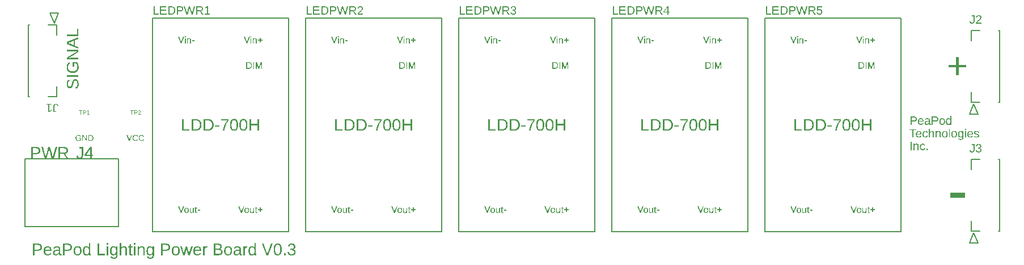
<source format=gbr>
G04 EAGLE Gerber RS-274X export*
G75*
%MOMM*%
%FSLAX34Y34*%
%LPD*%
%INSilkscreen Top*%
%IPPOS*%
%AMOC8*
5,1,8,0,0,1.08239X$1,22.5*%
G01*
G04 Define Apertures*
%ADD10C,0.152400*%
G36*
X52493Y769177D02*
X57879Y769177D01*
X62369Y762000D01*
X65068Y762000D01*
X62249Y766277D01*
X60161Y769447D01*
X60641Y769548D01*
X61095Y769679D01*
X61522Y769841D01*
X61923Y770033D01*
X62141Y770162D01*
X62296Y770255D01*
X62644Y770507D01*
X62964Y770790D01*
X63258Y771103D01*
X63521Y771441D01*
X63749Y771798D01*
X63942Y772174D01*
X64100Y772569D01*
X64223Y772983D01*
X64311Y773417D01*
X64363Y773870D01*
X64381Y774342D01*
X64375Y774629D01*
X64356Y774908D01*
X64325Y775180D01*
X64281Y775443D01*
X64157Y775946D01*
X63984Y776417D01*
X63760Y776855D01*
X63487Y777262D01*
X63164Y777637D01*
X62792Y777979D01*
X62374Y778285D01*
X61914Y778551D01*
X61413Y778775D01*
X60871Y778959D01*
X60286Y779102D01*
X59660Y779204D01*
X58993Y779265D01*
X58284Y779286D01*
X50150Y779286D01*
X50150Y762000D01*
X52493Y762000D01*
X52493Y769177D01*
G37*
%LPC*%
G36*
X52493Y771029D02*
X52493Y777409D01*
X58050Y777409D01*
X58518Y777396D01*
X58957Y777359D01*
X59368Y777297D01*
X59751Y777211D01*
X60106Y777100D01*
X60432Y776964D01*
X60731Y776803D01*
X61001Y776617D01*
X61241Y776408D01*
X61449Y776177D01*
X61625Y775923D01*
X61769Y775647D01*
X61881Y775348D01*
X61961Y775027D01*
X62009Y774683D01*
X62025Y774317D01*
X62009Y773938D01*
X61962Y773581D01*
X61883Y773246D01*
X61772Y772932D01*
X61630Y772640D01*
X61456Y772370D01*
X61250Y772121D01*
X61013Y771894D01*
X60747Y771691D01*
X60455Y771516D01*
X60136Y771367D01*
X59791Y771246D01*
X59420Y771151D01*
X59022Y771083D01*
X58599Y771043D01*
X58149Y771029D01*
X52493Y771029D01*
G37*
%LPD*%
G36*
X12024Y768735D02*
X17103Y768735D01*
X17772Y768758D01*
X18406Y768826D01*
X19003Y768939D01*
X19564Y769097D01*
X20090Y769301D01*
X20580Y769549D01*
X21034Y769844D01*
X21452Y770183D01*
X21827Y770560D01*
X22153Y770969D01*
X22428Y771410D01*
X22653Y771882D01*
X22828Y772385D01*
X22953Y772920D01*
X22997Y773199D01*
X23028Y773486D01*
X23047Y773781D01*
X23053Y774084D01*
X23047Y774389D01*
X23028Y774686D01*
X22997Y774974D01*
X22954Y775253D01*
X22897Y775524D01*
X22829Y775786D01*
X22655Y776283D01*
X22430Y776746D01*
X22156Y777173D01*
X21832Y777566D01*
X21458Y777924D01*
X21039Y778243D01*
X20579Y778520D01*
X20078Y778754D01*
X19535Y778945D01*
X18952Y779094D01*
X18328Y779201D01*
X17662Y779264D01*
X16956Y779286D01*
X9681Y779286D01*
X9681Y762000D01*
X12024Y762000D01*
X12024Y768735D01*
G37*
%LPC*%
G36*
X12024Y770588D02*
X12024Y777409D01*
X16674Y777409D01*
X17161Y777396D01*
X17617Y777356D01*
X18041Y777291D01*
X18434Y777199D01*
X18796Y777082D01*
X19126Y776938D01*
X19425Y776768D01*
X19692Y776571D01*
X19928Y776349D01*
X20132Y776100D01*
X20305Y775826D01*
X20446Y775525D01*
X20556Y775198D01*
X20635Y774844D01*
X20682Y774465D01*
X20698Y774060D01*
X20682Y773639D01*
X20636Y773246D01*
X20560Y772880D01*
X20452Y772541D01*
X20314Y772229D01*
X20146Y771944D01*
X19946Y771686D01*
X19716Y771456D01*
X19456Y771252D01*
X19164Y771076D01*
X18842Y770927D01*
X18490Y770805D01*
X18106Y770710D01*
X17692Y770642D01*
X17247Y770601D01*
X16772Y770588D01*
X12024Y770588D01*
G37*
%LPD*%
G36*
X34770Y770741D02*
X35426Y773165D01*
X35718Y774293D01*
X36258Y776673D01*
X36755Y774418D01*
X36952Y773597D01*
X37117Y772980D01*
X40110Y762000D01*
X42907Y762000D01*
X47998Y779286D01*
X45557Y779286D01*
X43076Y770359D01*
X42403Y767905D01*
X42110Y766791D01*
X41570Y764490D01*
X41459Y764061D01*
X40993Y766091D01*
X40380Y768527D01*
X37374Y779286D01*
X35129Y779286D01*
X32769Y770873D01*
X32082Y768371D01*
X31725Y767005D01*
X31361Y765472D01*
X31044Y764061D01*
X30556Y766214D01*
X30026Y768306D01*
X26922Y779286D01*
X24480Y779286D01*
X29572Y762000D01*
X32369Y762000D01*
X34770Y770741D01*
G37*
G36*
X80010Y929308D02*
X74956Y931296D01*
X74956Y939172D01*
X80010Y941147D01*
X80010Y943539D01*
X62724Y936595D01*
X62724Y933933D01*
X80010Y926879D01*
X80010Y929308D01*
G37*
%LPC*%
G36*
X67448Y934215D02*
X65997Y934743D01*
X64834Y935123D01*
X64491Y935234D01*
X65509Y935565D01*
X66521Y935908D01*
X67423Y936252D01*
X73128Y938472D01*
X73128Y932007D01*
X67448Y934215D01*
G37*
%LPD*%
G36*
X80010Y912852D02*
X68527Y912852D01*
X66478Y912790D01*
X65288Y912729D01*
X80010Y921979D01*
X80010Y924801D01*
X62724Y924801D01*
X62724Y922691D01*
X74060Y922691D01*
X74683Y922700D01*
X75471Y922727D01*
X77544Y922838D01*
X62724Y913490D01*
X62724Y910766D01*
X80010Y910766D01*
X80010Y912852D01*
G37*
G36*
X71963Y890422D02*
X72617Y890471D01*
X73248Y890552D01*
X73856Y890665D01*
X74442Y890811D01*
X75006Y890989D01*
X75547Y891200D01*
X76066Y891443D01*
X76559Y891716D01*
X77022Y892019D01*
X77455Y892351D01*
X77859Y892711D01*
X78232Y893100D01*
X78577Y893519D01*
X78891Y893966D01*
X79176Y894442D01*
X79429Y894945D01*
X79648Y895471D01*
X79834Y896020D01*
X79985Y896592D01*
X80104Y897188D01*
X80188Y897808D01*
X80238Y898450D01*
X80255Y899116D01*
X80243Y899694D01*
X80207Y900261D01*
X80148Y900817D01*
X80064Y901363D01*
X79956Y901898D01*
X79824Y902423D01*
X79668Y902937D01*
X79489Y903441D01*
X79287Y903930D01*
X79066Y904399D01*
X78825Y904849D01*
X78564Y905280D01*
X78283Y905691D01*
X77983Y906083D01*
X77663Y906455D01*
X77323Y906809D01*
X71361Y906809D01*
X71361Y899484D01*
X73324Y899484D01*
X73324Y904649D01*
X76440Y904649D01*
X76655Y904414D01*
X76859Y904161D01*
X77051Y903890D01*
X77231Y903602D01*
X77400Y903296D01*
X77558Y902974D01*
X77704Y902633D01*
X77839Y902275D01*
X77959Y901905D01*
X78064Y901528D01*
X78153Y901144D01*
X78225Y900753D01*
X78281Y900354D01*
X78322Y899949D01*
X78346Y899536D01*
X78354Y899116D01*
X78346Y898750D01*
X78324Y898394D01*
X78287Y898048D01*
X78235Y897713D01*
X78169Y897387D01*
X78087Y897071D01*
X77991Y896765D01*
X77880Y896470D01*
X77754Y896184D01*
X77613Y895909D01*
X77458Y895643D01*
X77288Y895388D01*
X77103Y895142D01*
X76903Y894907D01*
X76688Y894682D01*
X76458Y894467D01*
X76216Y894263D01*
X75963Y894073D01*
X75699Y893896D01*
X75424Y893732D01*
X75139Y893581D01*
X74843Y893443D01*
X74536Y893318D01*
X74218Y893206D01*
X73889Y893108D01*
X73550Y893022D01*
X73200Y892950D01*
X72839Y892891D01*
X72467Y892845D01*
X72085Y892812D01*
X71691Y892793D01*
X71287Y892786D01*
X70882Y892792D01*
X70489Y892811D01*
X70106Y892842D01*
X69736Y892885D01*
X69377Y892941D01*
X69029Y893009D01*
X68694Y893089D01*
X68369Y893182D01*
X68056Y893287D01*
X67755Y893404D01*
X67465Y893534D01*
X67187Y893676D01*
X66921Y893831D01*
X66666Y893998D01*
X66422Y894177D01*
X66190Y894369D01*
X65971Y894572D01*
X65766Y894786D01*
X65575Y895012D01*
X65398Y895248D01*
X65236Y895496D01*
X65087Y895754D01*
X64953Y896023D01*
X64833Y896304D01*
X64727Y896595D01*
X64635Y896898D01*
X64557Y897212D01*
X64494Y897536D01*
X64444Y897872D01*
X64409Y898218D01*
X64388Y898576D01*
X64381Y898945D01*
X64391Y899416D01*
X64423Y899868D01*
X64475Y900300D01*
X64549Y900713D01*
X64644Y901105D01*
X64760Y901478D01*
X64897Y901832D01*
X65055Y902165D01*
X65236Y902480D01*
X65442Y902777D01*
X65673Y903057D01*
X65929Y903320D01*
X66210Y903565D01*
X66516Y903792D01*
X66847Y904003D01*
X67202Y904195D01*
X66540Y906428D01*
X66024Y906173D01*
X65545Y905892D01*
X65103Y905586D01*
X64696Y905254D01*
X64327Y904896D01*
X63993Y904512D01*
X63696Y904103D01*
X63436Y903668D01*
X63209Y903203D01*
X63012Y902705D01*
X62845Y902173D01*
X62709Y901607D01*
X62603Y901007D01*
X62527Y900374D01*
X62482Y899707D01*
X62467Y899006D01*
X62476Y898503D01*
X62503Y898013D01*
X62548Y897538D01*
X62611Y897078D01*
X62692Y896631D01*
X62791Y896199D01*
X62908Y895781D01*
X63043Y895378D01*
X63196Y894988D01*
X63368Y894613D01*
X63557Y894253D01*
X63764Y893906D01*
X63989Y893574D01*
X64233Y893256D01*
X64494Y892953D01*
X64773Y892663D01*
X65069Y892390D01*
X65379Y892134D01*
X65705Y891896D01*
X66045Y891676D01*
X66400Y891473D01*
X66770Y891288D01*
X67155Y891120D01*
X67555Y890970D01*
X67969Y890838D01*
X68399Y890724D01*
X68843Y890627D01*
X69302Y890547D01*
X69776Y890485D01*
X70265Y890441D01*
X70769Y890415D01*
X71287Y890406D01*
X71963Y890422D01*
G37*
G36*
X76395Y866711D02*
X76893Y866899D01*
X77356Y867129D01*
X77785Y867400D01*
X78180Y867712D01*
X78540Y868066D01*
X78866Y868462D01*
X79157Y868899D01*
X79415Y869377D01*
X79638Y869897D01*
X79826Y870459D01*
X79981Y871062D01*
X80101Y871706D01*
X80187Y872392D01*
X80238Y873120D01*
X80255Y873889D01*
X80235Y874714D01*
X80173Y875492D01*
X80071Y876223D01*
X79927Y876905D01*
X79743Y877540D01*
X79517Y878127D01*
X79250Y878666D01*
X78943Y879158D01*
X78598Y879596D01*
X78219Y879976D01*
X78017Y880144D01*
X77806Y880298D01*
X77587Y880437D01*
X77360Y880561D01*
X77124Y880671D01*
X76880Y880766D01*
X76627Y880846D01*
X76366Y880912D01*
X76097Y880963D01*
X75819Y880999D01*
X75533Y881021D01*
X75238Y881029D01*
X74781Y881012D01*
X74354Y880963D01*
X73959Y880880D01*
X73594Y880765D01*
X73256Y880620D01*
X72941Y880451D01*
X72648Y880255D01*
X72379Y880035D01*
X72132Y879792D01*
X71904Y879527D01*
X71696Y879243D01*
X71508Y878937D01*
X71175Y878282D01*
X70889Y877581D01*
X70643Y876841D01*
X70435Y876066D01*
X70061Y874478D01*
X69807Y873386D01*
X69575Y872493D01*
X69362Y871798D01*
X69171Y871300D01*
X68980Y870925D01*
X68769Y870596D01*
X68539Y870314D01*
X68288Y870079D01*
X68010Y869894D01*
X67858Y869822D01*
X67697Y869762D01*
X67528Y869716D01*
X67351Y869683D01*
X67164Y869663D01*
X66969Y869656D01*
X66639Y869673D01*
X66330Y869724D01*
X66043Y869810D01*
X65776Y869929D01*
X65530Y870083D01*
X65306Y870270D01*
X65103Y870492D01*
X64920Y870748D01*
X64759Y871036D01*
X64620Y871355D01*
X64502Y871705D01*
X64405Y872085D01*
X64330Y872496D01*
X64276Y872938D01*
X64244Y873410D01*
X64233Y873913D01*
X64243Y874373D01*
X64272Y874807D01*
X64320Y875215D01*
X64388Y875597D01*
X64475Y875954D01*
X64582Y876285D01*
X64708Y876590D01*
X64853Y876870D01*
X65020Y877126D01*
X65210Y877361D01*
X65424Y877574D01*
X65661Y877765D01*
X65922Y877936D01*
X66207Y878084D01*
X66515Y878212D01*
X66846Y878317D01*
X66442Y880624D01*
X65919Y880453D01*
X65435Y880253D01*
X64992Y880024D01*
X64588Y879765D01*
X64223Y879478D01*
X63899Y879161D01*
X63614Y878815D01*
X63368Y878440D01*
X63157Y878029D01*
X62974Y877575D01*
X62819Y877077D01*
X62692Y876536D01*
X62593Y875951D01*
X62523Y875323D01*
X62481Y874652D01*
X62467Y873938D01*
X62485Y873169D01*
X62542Y872447D01*
X62636Y871770D01*
X62767Y871139D01*
X62936Y870554D01*
X63143Y870015D01*
X63387Y869521D01*
X63669Y869073D01*
X63985Y868675D01*
X64334Y868330D01*
X64714Y868038D01*
X65126Y867799D01*
X65570Y867613D01*
X65803Y867540D01*
X66045Y867481D01*
X66295Y867434D01*
X66553Y867401D01*
X66818Y867381D01*
X67092Y867374D01*
X67563Y867395D01*
X68006Y867456D01*
X68421Y867557D01*
X68809Y867699D01*
X69172Y867880D01*
X69510Y868097D01*
X69825Y868349D01*
X70116Y868638D01*
X70388Y868973D01*
X70648Y869363D01*
X70894Y869810D01*
X71128Y870313D01*
X71355Y870905D01*
X71582Y871621D01*
X71809Y872460D01*
X72036Y873423D01*
X72539Y875569D01*
X72662Y876037D01*
X72799Y876471D01*
X72951Y876871D01*
X73115Y877238D01*
X73299Y877568D01*
X73505Y877859D01*
X73734Y878111D01*
X73986Y878324D01*
X74270Y878493D01*
X74594Y878613D01*
X74770Y878656D01*
X74957Y878686D01*
X75154Y878704D01*
X75360Y878710D01*
X75726Y878691D01*
X76069Y878633D01*
X76390Y878537D01*
X76687Y878402D01*
X76962Y878228D01*
X77213Y878017D01*
X77442Y877766D01*
X77648Y877477D01*
X77831Y877153D01*
X77989Y876796D01*
X78123Y876407D01*
X78233Y875985D01*
X78318Y875531D01*
X78379Y875045D01*
X78415Y874526D01*
X78427Y873975D01*
X78416Y873440D01*
X78382Y872934D01*
X78325Y872457D01*
X78245Y872009D01*
X78142Y871589D01*
X78017Y871198D01*
X77869Y870836D01*
X77698Y870503D01*
X77502Y870198D01*
X77281Y869920D01*
X77034Y869670D01*
X76761Y869448D01*
X76462Y869253D01*
X76137Y869086D01*
X75786Y868946D01*
X75410Y868834D01*
X75863Y866565D01*
X76395Y866711D01*
G37*
G36*
X80010Y956719D02*
X78096Y956719D01*
X78096Y947984D01*
X62724Y947984D01*
X62724Y945641D01*
X80010Y945641D01*
X80010Y956719D01*
G37*
G36*
X80010Y886836D02*
X62724Y886836D01*
X62724Y884492D01*
X80010Y884492D01*
X80010Y886836D01*
G37*
G36*
X1394331Y898644D02*
X1405485Y898644D01*
X1405485Y902485D01*
X1394331Y902485D01*
X1394331Y913744D01*
X1390464Y913744D01*
X1390464Y902485D01*
X1379311Y902485D01*
X1379311Y898644D01*
X1390464Y898644D01*
X1390464Y887385D01*
X1394331Y887385D01*
X1394331Y898644D01*
G37*
G36*
X1403859Y710615D02*
X1381939Y710615D01*
X1381939Y703601D01*
X1403859Y703601D01*
X1403859Y710615D01*
G37*
G36*
X289529Y617240D02*
X290216Y617300D01*
X290861Y617400D01*
X291466Y617541D01*
X292030Y617721D01*
X292553Y617941D01*
X293034Y618202D01*
X293475Y618502D01*
X293869Y618839D01*
X294210Y619207D01*
X294499Y619608D01*
X294736Y620040D01*
X294919Y620505D01*
X294992Y620749D01*
X295051Y621001D01*
X295097Y621262D01*
X295129Y621530D01*
X295149Y621806D01*
X295156Y622090D01*
X295138Y622514D01*
X295086Y622918D01*
X294999Y623304D01*
X294877Y623671D01*
X294720Y624020D01*
X294528Y624350D01*
X294301Y624662D01*
X294039Y624955D01*
X293881Y625100D01*
X293745Y625225D01*
X293422Y625467D01*
X293069Y625681D01*
X292687Y625867D01*
X292275Y626026D01*
X291833Y626157D01*
X291362Y626260D01*
X290862Y626335D01*
X291243Y626435D01*
X291603Y626556D01*
X291940Y626699D01*
X292254Y626863D01*
X292547Y627048D01*
X292817Y627255D01*
X292926Y627356D01*
X293065Y627484D01*
X293291Y627734D01*
X293492Y628002D01*
X293667Y628286D01*
X293814Y628585D01*
X293935Y628899D01*
X294029Y629229D01*
X294096Y629574D01*
X294136Y629934D01*
X294150Y630310D01*
X294144Y630568D01*
X294126Y630818D01*
X294055Y631293D01*
X293936Y631736D01*
X293769Y632146D01*
X293556Y632523D01*
X293294Y632867D01*
X292985Y633178D01*
X292629Y633457D01*
X292224Y633703D01*
X291773Y633916D01*
X291274Y634096D01*
X290727Y634243D01*
X290133Y634358D01*
X289491Y634440D01*
X288802Y634489D01*
X288065Y634506D01*
X281784Y634506D01*
X281784Y617220D01*
X288801Y617220D01*
X289529Y617240D01*
G37*
%LPC*%
G36*
X284127Y619097D02*
X284127Y625329D01*
X288494Y625329D01*
X289014Y625317D01*
X289501Y625281D01*
X289953Y625222D01*
X290373Y625138D01*
X290758Y625031D01*
X291111Y624900D01*
X291429Y624744D01*
X291715Y624566D01*
X291966Y624363D01*
X292184Y624136D01*
X292369Y623885D01*
X292520Y623611D01*
X292637Y623313D01*
X292721Y622990D01*
X292771Y622644D01*
X292788Y622274D01*
X292773Y621891D01*
X292727Y621532D01*
X292650Y621198D01*
X292543Y620888D01*
X292405Y620603D01*
X292236Y620342D01*
X292037Y620106D01*
X291807Y619894D01*
X291543Y619708D01*
X291243Y619546D01*
X290907Y619409D01*
X290534Y619296D01*
X290124Y619209D01*
X289679Y619147D01*
X289197Y619109D01*
X288678Y619097D01*
X284127Y619097D01*
G37*
G36*
X284127Y627157D02*
X284127Y632629D01*
X288065Y632629D01*
X288505Y632619D01*
X288919Y632591D01*
X289306Y632544D01*
X289666Y632478D01*
X289999Y632394D01*
X290305Y632291D01*
X290585Y632168D01*
X290837Y632028D01*
X291062Y631865D01*
X291256Y631677D01*
X291420Y631465D01*
X291555Y631227D01*
X291660Y630965D01*
X291734Y630677D01*
X291779Y630365D01*
X291794Y630028D01*
X291780Y629675D01*
X291736Y629345D01*
X291664Y629039D01*
X291563Y628757D01*
X291432Y628498D01*
X291273Y628262D01*
X291085Y628051D01*
X290868Y627863D01*
X290622Y627697D01*
X290345Y627554D01*
X290040Y627433D01*
X289704Y627333D01*
X289339Y627256D01*
X288944Y627201D01*
X288519Y627168D01*
X288065Y627157D01*
X284127Y627157D01*
G37*
%LPD*%
G36*
X377827Y616984D02*
X378182Y617010D01*
X378527Y617055D01*
X378859Y617117D01*
X379181Y617198D01*
X379491Y617296D01*
X379790Y617411D01*
X380077Y617545D01*
X380354Y617697D01*
X380618Y617866D01*
X380872Y618053D01*
X381114Y618258D01*
X381344Y618481D01*
X381564Y618722D01*
X381772Y618980D01*
X381968Y619256D01*
X382153Y619550D01*
X382326Y619859D01*
X382487Y620184D01*
X382636Y620525D01*
X382774Y620883D01*
X382899Y621256D01*
X383012Y621645D01*
X383114Y622051D01*
X383203Y622472D01*
X383281Y622909D01*
X383346Y623362D01*
X383400Y623832D01*
X383442Y624317D01*
X383472Y624818D01*
X383490Y625336D01*
X383496Y625869D01*
X383473Y626936D01*
X383405Y627936D01*
X383354Y628411D01*
X383291Y628869D01*
X383217Y629309D01*
X383132Y629733D01*
X383036Y630141D01*
X382928Y630531D01*
X382809Y630904D01*
X382678Y631261D01*
X382536Y631600D01*
X382383Y631923D01*
X382218Y632229D01*
X382042Y632518D01*
X381854Y632790D01*
X381653Y633044D01*
X381440Y633281D01*
X381215Y633500D01*
X380977Y633702D01*
X380726Y633886D01*
X380463Y634053D01*
X380188Y634202D01*
X379900Y634334D01*
X379599Y634448D01*
X379286Y634544D01*
X378961Y634623D01*
X378623Y634684D01*
X378272Y634728D01*
X377909Y634755D01*
X377533Y634763D01*
X377147Y634755D01*
X376775Y634729D01*
X376415Y634685D01*
X376068Y634625D01*
X375735Y634546D01*
X375415Y634451D01*
X375108Y634338D01*
X374814Y634208D01*
X374534Y634061D01*
X374267Y633896D01*
X374012Y633714D01*
X373771Y633514D01*
X373543Y633297D01*
X373329Y633063D01*
X373127Y632812D01*
X372939Y632543D01*
X372763Y632257D01*
X372598Y631953D01*
X372445Y631632D01*
X372303Y631293D01*
X372172Y630937D01*
X372053Y630563D01*
X371945Y630172D01*
X371849Y629764D01*
X371763Y629338D01*
X371690Y628895D01*
X371627Y628434D01*
X371576Y627956D01*
X371536Y627460D01*
X371508Y626947D01*
X371485Y625869D01*
X371491Y625333D01*
X371509Y624813D01*
X371538Y624309D01*
X371579Y623822D01*
X371631Y623351D01*
X371696Y622896D01*
X371772Y622457D01*
X371859Y622035D01*
X371959Y621629D01*
X372070Y621240D01*
X372193Y620866D01*
X372327Y620509D01*
X372473Y620169D01*
X372631Y619844D01*
X372801Y619536D01*
X372982Y619244D01*
X373175Y618969D01*
X373379Y618712D01*
X373595Y618473D01*
X373823Y618251D01*
X374062Y618047D01*
X374313Y617861D01*
X374576Y617693D01*
X374850Y617542D01*
X375135Y617409D01*
X375433Y617294D01*
X375741Y617196D01*
X376062Y617117D01*
X376394Y617054D01*
X376738Y617010D01*
X377093Y616984D01*
X377460Y616975D01*
X377827Y616984D01*
G37*
%LPC*%
G36*
X377243Y618785D02*
X377010Y618805D01*
X376786Y618838D01*
X376569Y618885D01*
X376361Y618945D01*
X376161Y619018D01*
X375787Y619204D01*
X375445Y619444D01*
X375137Y619737D01*
X374862Y620084D01*
X374620Y620483D01*
X374408Y620940D01*
X374225Y621459D01*
X374070Y622040D01*
X373943Y622682D01*
X373845Y623386D01*
X373774Y624152D01*
X373732Y624980D01*
X373718Y625869D01*
X373732Y626783D01*
X373774Y627631D01*
X373843Y628412D01*
X373940Y629126D01*
X374065Y629774D01*
X374218Y630354D01*
X374399Y630869D01*
X374607Y631316D01*
X374848Y631704D01*
X375124Y632041D01*
X375436Y632325D01*
X375784Y632558D01*
X376167Y632739D01*
X376373Y632810D01*
X376587Y632869D01*
X376810Y632914D01*
X377042Y632946D01*
X377283Y632966D01*
X377533Y632972D01*
X377777Y632966D01*
X378013Y632946D01*
X378239Y632913D01*
X378457Y632867D01*
X378666Y632808D01*
X378866Y632736D01*
X379240Y632552D01*
X379579Y632316D01*
X379883Y632027D01*
X380152Y631685D01*
X380386Y631291D01*
X380588Y630839D01*
X380764Y630322D01*
X380913Y629741D01*
X381034Y629095D01*
X381129Y628385D01*
X381197Y627611D01*
X381237Y626772D01*
X381251Y625869D01*
X381236Y624996D01*
X381194Y624182D01*
X381123Y623426D01*
X381024Y622728D01*
X380896Y622089D01*
X380740Y621508D01*
X380556Y620985D01*
X380343Y620520D01*
X380099Y620112D01*
X379824Y619758D01*
X379515Y619459D01*
X379174Y619214D01*
X378991Y619111D01*
X378801Y619023D01*
X378602Y618948D01*
X378394Y618887D01*
X378179Y618839D01*
X377956Y618805D01*
X377724Y618785D01*
X377484Y618778D01*
X377243Y618785D01*
G37*
%LPD*%
G36*
X133493Y612028D02*
X134123Y612094D01*
X134709Y612203D01*
X135252Y612356D01*
X135751Y612552D01*
X136207Y612793D01*
X136619Y613077D01*
X136988Y613405D01*
X137314Y613776D01*
X137596Y614191D01*
X137835Y614650D01*
X138030Y615153D01*
X138182Y615699D01*
X138291Y616289D01*
X138356Y616923D01*
X138378Y617600D01*
X138378Y627746D01*
X138396Y629476D01*
X138419Y630074D01*
X138451Y630494D01*
X136354Y630494D01*
X136329Y630400D01*
X136305Y630203D01*
X136255Y629500D01*
X136219Y628727D01*
X136206Y628224D01*
X136182Y628224D01*
X136033Y628513D01*
X135870Y628785D01*
X135692Y629040D01*
X135499Y629278D01*
X135292Y629499D01*
X135070Y629702D01*
X134833Y629889D01*
X134581Y630059D01*
X134316Y630209D01*
X134039Y630340D01*
X133751Y630451D01*
X133451Y630542D01*
X133139Y630612D01*
X132815Y630662D01*
X132480Y630693D01*
X132133Y630703D01*
X131824Y630696D01*
X131525Y630676D01*
X131235Y630644D01*
X130956Y630598D01*
X130687Y630539D01*
X130427Y630467D01*
X130178Y630382D01*
X129939Y630284D01*
X129710Y630173D01*
X129490Y630048D01*
X129281Y629911D01*
X129082Y629761D01*
X128714Y629420D01*
X128385Y629028D01*
X128097Y628581D01*
X127846Y628075D01*
X127634Y627512D01*
X127461Y626892D01*
X127326Y626214D01*
X127230Y625478D01*
X127172Y624684D01*
X127153Y623832D01*
X127170Y622993D01*
X127224Y622212D01*
X127314Y621489D01*
X127439Y620824D01*
X127601Y620216D01*
X127798Y619667D01*
X128031Y619175D01*
X128300Y618741D01*
X128607Y618362D01*
X128954Y618033D01*
X129342Y617754D01*
X129551Y617634D01*
X129770Y617527D01*
X130000Y617432D01*
X130239Y617350D01*
X130489Y617280D01*
X130748Y617223D01*
X131018Y617179D01*
X131298Y617147D01*
X131588Y617128D01*
X131888Y617122D01*
X132247Y617132D01*
X132595Y617162D01*
X132931Y617212D01*
X133256Y617283D01*
X133569Y617373D01*
X133871Y617484D01*
X134161Y617615D01*
X134440Y617766D01*
X134457Y617777D01*
X134705Y617937D01*
X134957Y618127D01*
X135193Y618338D01*
X135415Y618568D01*
X135623Y618818D01*
X135815Y619087D01*
X135994Y619377D01*
X136157Y619686D01*
X136182Y619686D01*
X136182Y617551D01*
X136169Y617083D01*
X136130Y616646D01*
X136066Y616238D01*
X135976Y615861D01*
X135860Y615513D01*
X135718Y615196D01*
X135550Y614910D01*
X135357Y614653D01*
X135138Y614427D01*
X134893Y614230D01*
X134622Y614064D01*
X134326Y613928D01*
X134003Y613823D01*
X133655Y613747D01*
X133302Y613704D01*
X133281Y613702D01*
X132882Y613687D01*
X132582Y613695D01*
X132298Y613718D01*
X132028Y613757D01*
X131773Y613811D01*
X131533Y613881D01*
X131307Y613966D01*
X131096Y614067D01*
X130900Y614184D01*
X130720Y614315D01*
X130557Y614459D01*
X130410Y614616D01*
X130279Y614786D01*
X130166Y614970D01*
X130069Y615167D01*
X129989Y615377D01*
X129925Y615601D01*
X127705Y615282D01*
X127811Y614900D01*
X127946Y614541D01*
X128110Y614205D01*
X128303Y613891D01*
X128524Y613599D01*
X128774Y613330D01*
X129053Y613083D01*
X129361Y612859D01*
X129697Y612659D01*
X130060Y612486D01*
X130451Y612339D01*
X130870Y612219D01*
X131316Y612126D01*
X131790Y612059D01*
X132291Y612019D01*
X132820Y612006D01*
X133493Y612028D01*
G37*
%LPC*%
G36*
X132214Y618772D02*
X131824Y618828D01*
X131466Y618921D01*
X131140Y619051D01*
X130846Y619218D01*
X130585Y619423D01*
X130355Y619665D01*
X130158Y619944D01*
X129989Y620265D01*
X129842Y620634D01*
X129717Y621052D01*
X129615Y621517D01*
X129536Y622030D01*
X129480Y622591D01*
X129446Y623200D01*
X129434Y623857D01*
X129446Y624520D01*
X129483Y625136D01*
X129543Y625704D01*
X129628Y626225D01*
X129736Y626698D01*
X129869Y627123D01*
X130026Y627501D01*
X130207Y627832D01*
X130415Y628119D01*
X130651Y628369D01*
X130916Y628579D01*
X131210Y628752D01*
X131533Y628886D01*
X131884Y628982D01*
X132264Y629040D01*
X132673Y629059D01*
X132924Y629049D01*
X133169Y629020D01*
X133407Y628972D01*
X133638Y628904D01*
X133862Y628817D01*
X134080Y628710D01*
X134291Y628584D01*
X134495Y628439D01*
X134690Y628276D01*
X134874Y628095D01*
X135047Y627897D01*
X135208Y627682D01*
X135358Y627449D01*
X135497Y627199D01*
X135624Y626932D01*
X135740Y626648D01*
X135844Y626348D01*
X135933Y626034D01*
X136009Y625706D01*
X136071Y625364D01*
X136120Y625009D01*
X136154Y624639D01*
X136175Y624255D01*
X136182Y623857D01*
X136175Y623468D01*
X136154Y623093D01*
X136120Y622731D01*
X136071Y622383D01*
X136009Y622049D01*
X135933Y621728D01*
X135844Y621421D01*
X135740Y621127D01*
X135624Y620849D01*
X135496Y620587D01*
X135357Y620342D01*
X135207Y620114D01*
X135069Y619935D01*
X135044Y619902D01*
X134871Y619707D01*
X134686Y619529D01*
X134489Y619367D01*
X134283Y619223D01*
X134069Y619099D01*
X133849Y618993D01*
X133621Y618907D01*
X133386Y618840D01*
X133143Y618792D01*
X132893Y618763D01*
X132636Y618754D01*
X132214Y618772D01*
G37*
%LPD*%
G36*
X187962Y612028D02*
X188592Y612094D01*
X189178Y612203D01*
X189721Y612356D01*
X190220Y612552D01*
X190676Y612793D01*
X191088Y613077D01*
X191457Y613405D01*
X191783Y613776D01*
X192065Y614191D01*
X192304Y614650D01*
X192499Y615153D01*
X192651Y615699D01*
X192760Y616289D01*
X192825Y616923D01*
X192847Y617600D01*
X192847Y627746D01*
X192865Y629476D01*
X192888Y630074D01*
X192920Y630494D01*
X190822Y630494D01*
X190798Y630400D01*
X190773Y630203D01*
X190724Y629500D01*
X190687Y628727D01*
X190675Y628224D01*
X190651Y628224D01*
X190502Y628513D01*
X190339Y628785D01*
X190161Y629040D01*
X189968Y629278D01*
X189761Y629499D01*
X189538Y629702D01*
X189301Y629889D01*
X189050Y630059D01*
X188785Y630209D01*
X188508Y630340D01*
X188220Y630451D01*
X187919Y630542D01*
X187608Y630612D01*
X187284Y630662D01*
X186949Y630693D01*
X186602Y630703D01*
X186293Y630696D01*
X185993Y630676D01*
X185704Y630644D01*
X185425Y630598D01*
X185155Y630539D01*
X184896Y630467D01*
X184647Y630382D01*
X184408Y630284D01*
X184178Y630173D01*
X183959Y630048D01*
X183750Y629911D01*
X183551Y629761D01*
X183183Y629420D01*
X182854Y629028D01*
X182565Y628581D01*
X182315Y628075D01*
X182103Y627512D01*
X181930Y626892D01*
X181795Y626214D01*
X181698Y625478D01*
X181641Y624684D01*
X181621Y623832D01*
X181639Y622993D01*
X181693Y622212D01*
X181783Y621489D01*
X181908Y620824D01*
X182069Y620216D01*
X182267Y619667D01*
X182500Y619175D01*
X182768Y618741D01*
X183075Y618362D01*
X183423Y618033D01*
X183811Y617754D01*
X184020Y617634D01*
X184239Y617527D01*
X184468Y617432D01*
X184708Y617350D01*
X184957Y617280D01*
X185217Y617223D01*
X185487Y617179D01*
X185767Y617147D01*
X186057Y617128D01*
X186357Y617122D01*
X186716Y617132D01*
X187064Y617162D01*
X187400Y617212D01*
X187725Y617283D01*
X188038Y617373D01*
X188340Y617484D01*
X188630Y617615D01*
X188909Y617766D01*
X188926Y617777D01*
X189174Y617937D01*
X189425Y618127D01*
X189662Y618338D01*
X189884Y618568D01*
X190091Y618818D01*
X190284Y619087D01*
X190462Y619377D01*
X190626Y619686D01*
X190651Y619686D01*
X190651Y617551D01*
X190638Y617083D01*
X190599Y616646D01*
X190535Y616238D01*
X190444Y615861D01*
X190328Y615513D01*
X190187Y615196D01*
X190019Y614910D01*
X189826Y614653D01*
X189606Y614427D01*
X189361Y614230D01*
X189091Y614064D01*
X188794Y613928D01*
X188472Y613823D01*
X188124Y613747D01*
X187771Y613704D01*
X187750Y613702D01*
X187350Y613687D01*
X187051Y613695D01*
X186767Y613718D01*
X186497Y613757D01*
X186242Y613811D01*
X186001Y613881D01*
X185776Y613966D01*
X185565Y614067D01*
X185369Y614184D01*
X185189Y614315D01*
X185025Y614459D01*
X184878Y614616D01*
X184748Y614786D01*
X184635Y614970D01*
X184538Y615167D01*
X184457Y615377D01*
X184394Y615601D01*
X182173Y615282D01*
X182280Y614900D01*
X182415Y614541D01*
X182579Y614205D01*
X182771Y613891D01*
X182993Y613599D01*
X183243Y613330D01*
X183522Y613083D01*
X183830Y612859D01*
X184165Y612659D01*
X184529Y612486D01*
X184920Y612339D01*
X185339Y612219D01*
X185785Y612126D01*
X186259Y612059D01*
X186760Y612019D01*
X187289Y612006D01*
X187962Y612028D01*
G37*
%LPC*%
G36*
X186683Y618772D02*
X186292Y618828D01*
X185934Y618921D01*
X185608Y619051D01*
X185315Y619218D01*
X185053Y619423D01*
X184824Y619665D01*
X184627Y619944D01*
X184457Y620265D01*
X184310Y620634D01*
X184186Y621052D01*
X184084Y621517D01*
X184005Y622030D01*
X183948Y622591D01*
X183914Y623200D01*
X183903Y623857D01*
X183915Y624520D01*
X183951Y625136D01*
X184012Y625704D01*
X184096Y626225D01*
X184205Y626698D01*
X184338Y627123D01*
X184495Y627501D01*
X184676Y627832D01*
X184884Y628119D01*
X185120Y628369D01*
X185385Y628579D01*
X185679Y628752D01*
X186002Y628886D01*
X186353Y628982D01*
X186733Y629040D01*
X187142Y629059D01*
X187393Y629049D01*
X187638Y629020D01*
X187875Y628972D01*
X188107Y628904D01*
X188331Y628817D01*
X188549Y628710D01*
X188759Y628584D01*
X188964Y628439D01*
X189159Y628276D01*
X189343Y628095D01*
X189516Y627897D01*
X189677Y627682D01*
X189827Y627449D01*
X189966Y627199D01*
X190093Y626932D01*
X190209Y626648D01*
X190312Y626348D01*
X190402Y626034D01*
X190478Y625706D01*
X190540Y625364D01*
X190588Y625009D01*
X190623Y624639D01*
X190644Y624255D01*
X190651Y623857D01*
X190644Y623468D01*
X190623Y623093D01*
X190588Y622731D01*
X190540Y622383D01*
X190478Y622049D01*
X190402Y621728D01*
X190312Y621421D01*
X190209Y621127D01*
X190093Y620849D01*
X189965Y620587D01*
X189826Y620342D01*
X189675Y620114D01*
X189538Y619935D01*
X189513Y619902D01*
X189339Y619707D01*
X189154Y619529D01*
X188958Y619367D01*
X188752Y619223D01*
X188538Y619099D01*
X188318Y618993D01*
X188090Y618907D01*
X187854Y618840D01*
X187612Y618792D01*
X187362Y618763D01*
X187105Y618754D01*
X186683Y618772D01*
G37*
%LPD*%
G36*
X91871Y616983D02*
X92222Y617009D01*
X92558Y617052D01*
X92880Y617113D01*
X93186Y617190D01*
X93476Y617285D01*
X93752Y617397D01*
X94013Y617527D01*
X94260Y617676D01*
X94494Y617848D01*
X94716Y618043D01*
X94925Y618260D01*
X95122Y618500D01*
X95307Y618762D01*
X95479Y619047D01*
X95638Y619355D01*
X95687Y619355D01*
X95698Y618790D01*
X95730Y618128D01*
X95772Y617545D01*
X95810Y617220D01*
X97920Y617220D01*
X97888Y617639D01*
X97865Y618235D01*
X97847Y619956D01*
X97847Y635426D01*
X95638Y635426D01*
X95638Y629917D01*
X95663Y628433D01*
X95638Y628433D01*
X95479Y628723D01*
X95307Y628994D01*
X95123Y629243D01*
X94927Y629473D01*
X94718Y629682D01*
X94497Y629871D01*
X94264Y630039D01*
X94019Y630187D01*
X93760Y630317D01*
X93485Y630429D01*
X93194Y630524D01*
X92887Y630601D01*
X92565Y630662D01*
X92227Y630705D01*
X91873Y630731D01*
X91504Y630739D01*
X91204Y630733D01*
X90913Y630712D01*
X90631Y630678D01*
X90360Y630631D01*
X90097Y630570D01*
X89845Y630495D01*
X89601Y630407D01*
X89368Y630305D01*
X89144Y630190D01*
X88929Y630061D01*
X88724Y629919D01*
X88529Y629763D01*
X88166Y629410D01*
X87842Y629003D01*
X87556Y628542D01*
X87308Y628027D01*
X87098Y627457D01*
X86926Y626834D01*
X86793Y626155D01*
X86698Y625423D01*
X86640Y624637D01*
X86621Y623796D01*
X86640Y622964D01*
X86695Y622187D01*
X86788Y621464D01*
X86917Y620796D01*
X87084Y620182D01*
X87287Y619623D01*
X87528Y619118D01*
X87805Y618668D01*
X88122Y618271D01*
X88296Y618092D01*
X88480Y617927D01*
X88675Y617775D01*
X88880Y617636D01*
X89096Y617510D01*
X89322Y617398D01*
X89558Y617299D01*
X89805Y617213D01*
X90062Y617140D01*
X90330Y617080D01*
X90608Y617034D01*
X90896Y617001D01*
X91195Y616981D01*
X91504Y616975D01*
X91871Y616983D01*
G37*
%LPC*%
G36*
X91669Y618699D02*
X91298Y618755D01*
X90956Y618849D01*
X90642Y618980D01*
X90358Y619150D01*
X90102Y619356D01*
X89874Y619600D01*
X89676Y619882D01*
X89504Y620207D01*
X89354Y620582D01*
X89228Y621006D01*
X89124Y621480D01*
X89043Y622003D01*
X88986Y622576D01*
X88951Y623198D01*
X88940Y623869D01*
X88952Y624538D01*
X88986Y625159D01*
X89044Y625732D01*
X89126Y626257D01*
X89230Y626734D01*
X89357Y627162D01*
X89508Y627543D01*
X89682Y627875D01*
X89882Y628164D01*
X90111Y628414D01*
X90369Y628626D01*
X90656Y628800D01*
X90972Y628934D01*
X91317Y629031D01*
X91690Y629088D01*
X92093Y629108D01*
X92540Y629089D01*
X92956Y629031D01*
X93341Y628935D01*
X93694Y628801D01*
X94015Y628629D01*
X94306Y628418D01*
X94564Y628168D01*
X94792Y627881D01*
X94990Y627552D01*
X95162Y627179D01*
X95308Y626762D01*
X95427Y626301D01*
X95519Y625796D01*
X95585Y625247D01*
X95625Y624654D01*
X95638Y624017D01*
X95625Y623355D01*
X95585Y622738D01*
X95519Y622167D01*
X95427Y621640D01*
X95308Y621157D01*
X95162Y620720D01*
X94990Y620328D01*
X94792Y619980D01*
X94764Y619944D01*
X94564Y619676D01*
X94304Y619411D01*
X94012Y619188D01*
X93688Y619005D01*
X93331Y618863D01*
X92942Y618761D01*
X92521Y618700D01*
X92068Y618680D01*
X91669Y618699D01*
G37*
%LPD*%
G36*
X339089Y616983D02*
X339441Y617009D01*
X339777Y617052D01*
X340098Y617113D01*
X340404Y617190D01*
X340695Y617285D01*
X340971Y617397D01*
X341232Y617527D01*
X341478Y617676D01*
X341713Y617848D01*
X341935Y618043D01*
X342144Y618260D01*
X342341Y618500D01*
X342525Y618762D01*
X342698Y619047D01*
X342857Y619355D01*
X342906Y619355D01*
X342917Y618790D01*
X342949Y618128D01*
X342990Y617545D01*
X343029Y617220D01*
X345139Y617220D01*
X345107Y617639D01*
X345084Y618235D01*
X345065Y619956D01*
X345065Y635426D01*
X342857Y635426D01*
X342857Y629917D01*
X342882Y628433D01*
X342857Y628433D01*
X342698Y628723D01*
X342526Y628994D01*
X342342Y629243D01*
X342146Y629473D01*
X341937Y629682D01*
X341716Y629871D01*
X341483Y630039D01*
X341238Y630187D01*
X340978Y630317D01*
X340703Y630429D01*
X340412Y630524D01*
X340106Y630601D01*
X339784Y630662D01*
X339446Y630705D01*
X339092Y630731D01*
X338723Y630739D01*
X338422Y630733D01*
X338131Y630712D01*
X337850Y630678D01*
X337578Y630631D01*
X337316Y630570D01*
X337063Y630495D01*
X336820Y630407D01*
X336587Y630305D01*
X336362Y630190D01*
X336148Y630061D01*
X335943Y629919D01*
X335747Y629763D01*
X335385Y629410D01*
X335061Y629003D01*
X334775Y628542D01*
X334527Y628027D01*
X334317Y627457D01*
X334145Y626834D01*
X334012Y626155D01*
X333916Y625423D01*
X333859Y624637D01*
X333840Y623796D01*
X333859Y622964D01*
X333914Y622187D01*
X334007Y621464D01*
X334136Y620796D01*
X334303Y620182D01*
X334506Y619623D01*
X334746Y619118D01*
X335024Y618668D01*
X335341Y618271D01*
X335515Y618092D01*
X335699Y617927D01*
X335894Y617775D01*
X336099Y617636D01*
X336315Y617510D01*
X336541Y617398D01*
X336777Y617299D01*
X337024Y617213D01*
X337281Y617140D01*
X337548Y617080D01*
X337826Y617034D01*
X338115Y617001D01*
X338414Y616981D01*
X338723Y616975D01*
X339089Y616983D01*
G37*
%LPC*%
G36*
X338887Y618699D02*
X338516Y618755D01*
X338174Y618849D01*
X337861Y618980D01*
X337576Y619150D01*
X337320Y619356D01*
X337093Y619600D01*
X336895Y619882D01*
X336722Y620207D01*
X336573Y620582D01*
X336446Y621006D01*
X336343Y621480D01*
X336262Y622003D01*
X336205Y622576D01*
X336170Y623198D01*
X336159Y623869D01*
X336170Y624538D01*
X336205Y625159D01*
X336263Y625732D01*
X336344Y626257D01*
X336449Y626734D01*
X336576Y627162D01*
X336727Y627543D01*
X336901Y627875D01*
X337101Y628164D01*
X337330Y628414D01*
X337588Y628626D01*
X337875Y628800D01*
X338191Y628934D01*
X338535Y629031D01*
X338909Y629088D01*
X339312Y629108D01*
X339759Y629089D01*
X340175Y629031D01*
X340560Y628935D01*
X340913Y628801D01*
X341234Y628629D01*
X341524Y628418D01*
X341783Y628168D01*
X342011Y627881D01*
X342209Y627552D01*
X342381Y627179D01*
X342526Y626762D01*
X342645Y626301D01*
X342738Y625796D01*
X342804Y625247D01*
X342844Y624654D01*
X342857Y624017D01*
X342844Y623355D01*
X342804Y622738D01*
X342738Y622167D01*
X342645Y621640D01*
X342526Y621157D01*
X342381Y620720D01*
X342209Y620328D01*
X342011Y619980D01*
X341983Y619944D01*
X341783Y619676D01*
X341523Y619411D01*
X341231Y619188D01*
X340906Y619005D01*
X340550Y618863D01*
X340161Y618761D01*
X339740Y618700D01*
X339287Y618680D01*
X338887Y618699D01*
G37*
%LPD*%
G36*
X14564Y623955D02*
X19643Y623955D01*
X20312Y623978D01*
X20946Y624046D01*
X21543Y624159D01*
X22104Y624317D01*
X22630Y624521D01*
X23120Y624769D01*
X23574Y625064D01*
X23992Y625403D01*
X24367Y625780D01*
X24693Y626189D01*
X24968Y626630D01*
X25193Y627102D01*
X25368Y627605D01*
X25493Y628140D01*
X25537Y628419D01*
X25568Y628706D01*
X25587Y629001D01*
X25593Y629304D01*
X25587Y629609D01*
X25568Y629906D01*
X25537Y630194D01*
X25494Y630473D01*
X25437Y630744D01*
X25369Y631006D01*
X25195Y631503D01*
X24970Y631966D01*
X24696Y632393D01*
X24372Y632786D01*
X23998Y633144D01*
X23579Y633463D01*
X23119Y633740D01*
X22618Y633974D01*
X22075Y634165D01*
X21492Y634314D01*
X20868Y634421D01*
X20202Y634484D01*
X19496Y634506D01*
X12221Y634506D01*
X12221Y617220D01*
X14564Y617220D01*
X14564Y623955D01*
G37*
%LPC*%
G36*
X14564Y625808D02*
X14564Y632629D01*
X19214Y632629D01*
X19701Y632616D01*
X20157Y632576D01*
X20581Y632511D01*
X20974Y632419D01*
X21336Y632302D01*
X21666Y632158D01*
X21965Y631988D01*
X22232Y631791D01*
X22468Y631569D01*
X22672Y631320D01*
X22845Y631046D01*
X22986Y630745D01*
X23096Y630418D01*
X23175Y630064D01*
X23222Y629685D01*
X23238Y629280D01*
X23222Y628859D01*
X23176Y628466D01*
X23100Y628100D01*
X22992Y627761D01*
X22854Y627449D01*
X22686Y627164D01*
X22486Y626906D01*
X22256Y626676D01*
X21996Y626472D01*
X21704Y626296D01*
X21382Y626147D01*
X21030Y626025D01*
X20646Y625930D01*
X20232Y625862D01*
X19787Y625821D01*
X19312Y625808D01*
X14564Y625808D01*
G37*
%LPD*%
G36*
X59252Y623955D02*
X64331Y623955D01*
X65000Y623978D01*
X65633Y624046D01*
X66230Y624159D01*
X66792Y624317D01*
X67318Y624521D01*
X67808Y624769D01*
X68262Y625064D01*
X68680Y625403D01*
X69055Y625780D01*
X69380Y626189D01*
X69655Y626630D01*
X69880Y627102D01*
X70056Y627605D01*
X70181Y628140D01*
X70224Y628419D01*
X70256Y628706D01*
X70274Y629001D01*
X70281Y629304D01*
X70274Y629609D01*
X70256Y629906D01*
X70225Y630194D01*
X70181Y630473D01*
X70125Y630744D01*
X70056Y631006D01*
X69882Y631503D01*
X69658Y631966D01*
X69384Y632393D01*
X69060Y632786D01*
X68686Y633144D01*
X68267Y633463D01*
X67806Y633740D01*
X67305Y633974D01*
X66763Y634165D01*
X66180Y634314D01*
X65555Y634421D01*
X64890Y634484D01*
X64183Y634506D01*
X56909Y634506D01*
X56909Y617220D01*
X59252Y617220D01*
X59252Y623955D01*
G37*
%LPC*%
G36*
X59252Y625808D02*
X59252Y632629D01*
X63901Y632629D01*
X64389Y632616D01*
X64844Y632576D01*
X65269Y632511D01*
X65662Y632419D01*
X66023Y632302D01*
X66353Y632158D01*
X66652Y631988D01*
X66919Y631791D01*
X67155Y631569D01*
X67359Y631320D01*
X67532Y631046D01*
X67674Y630745D01*
X67784Y630418D01*
X67862Y630064D01*
X67910Y629685D01*
X67925Y629280D01*
X67910Y628859D01*
X67864Y628466D01*
X67787Y628100D01*
X67680Y627761D01*
X67542Y627449D01*
X67373Y627164D01*
X67174Y626906D01*
X66944Y626676D01*
X66683Y626472D01*
X66392Y626296D01*
X66070Y626147D01*
X65717Y626025D01*
X65334Y625930D01*
X64920Y625862D01*
X64475Y625821D01*
X63999Y625808D01*
X59252Y625808D01*
G37*
%LPD*%
G36*
X205939Y623955D02*
X211018Y623955D01*
X211687Y623978D01*
X212321Y624046D01*
X212918Y624159D01*
X213479Y624317D01*
X214005Y624521D01*
X214495Y624769D01*
X214949Y625064D01*
X215367Y625403D01*
X215742Y625780D01*
X216068Y626189D01*
X216343Y626630D01*
X216568Y627102D01*
X216743Y627605D01*
X216868Y628140D01*
X216912Y628419D01*
X216943Y628706D01*
X216962Y629001D01*
X216968Y629304D01*
X216962Y629609D01*
X216943Y629906D01*
X216912Y630194D01*
X216869Y630473D01*
X216812Y630744D01*
X216744Y631006D01*
X216570Y631503D01*
X216345Y631966D01*
X216071Y632393D01*
X215747Y632786D01*
X215373Y633144D01*
X214954Y633463D01*
X214494Y633740D01*
X213993Y633974D01*
X213450Y634165D01*
X212867Y634314D01*
X212243Y634421D01*
X211577Y634484D01*
X210871Y634506D01*
X203596Y634506D01*
X203596Y617220D01*
X205939Y617220D01*
X205939Y623955D01*
G37*
%LPC*%
G36*
X205939Y625808D02*
X205939Y632629D01*
X210589Y632629D01*
X211076Y632616D01*
X211532Y632576D01*
X211956Y632511D01*
X212349Y632419D01*
X212711Y632302D01*
X213041Y632158D01*
X213340Y631988D01*
X213607Y631791D01*
X213843Y631569D01*
X214047Y631320D01*
X214220Y631046D01*
X214361Y630745D01*
X214471Y630418D01*
X214550Y630064D01*
X214597Y629685D01*
X214613Y629280D01*
X214597Y628859D01*
X214551Y628466D01*
X214475Y628100D01*
X214367Y627761D01*
X214229Y627449D01*
X214061Y627164D01*
X213861Y626906D01*
X213631Y626676D01*
X213371Y626472D01*
X213079Y626296D01*
X212757Y626147D01*
X212405Y626025D01*
X212021Y625930D01*
X211607Y625862D01*
X211162Y625821D01*
X210687Y625808D01*
X205939Y625808D01*
G37*
%LPD*%
G36*
X78889Y616981D02*
X79237Y617001D01*
X79575Y617035D01*
X79902Y617081D01*
X80218Y617141D01*
X80524Y617214D01*
X80818Y617301D01*
X81102Y617401D01*
X81375Y617514D01*
X81637Y617641D01*
X81888Y617781D01*
X82129Y617934D01*
X82358Y618100D01*
X82577Y618280D01*
X82785Y618473D01*
X82982Y618680D01*
X83168Y618900D01*
X83342Y619134D01*
X83503Y619382D01*
X83653Y619644D01*
X83791Y619919D01*
X83917Y620209D01*
X84031Y620512D01*
X84132Y620830D01*
X84222Y621161D01*
X84300Y621506D01*
X84366Y621865D01*
X84420Y622238D01*
X84462Y622625D01*
X84492Y623026D01*
X84510Y623441D01*
X84516Y623869D01*
X84493Y624721D01*
X84426Y625514D01*
X84314Y626250D01*
X84241Y626597D01*
X84157Y626929D01*
X84062Y627246D01*
X83955Y627549D01*
X83837Y627838D01*
X83708Y628112D01*
X83568Y628372D01*
X83417Y628617D01*
X83254Y628848D01*
X83080Y629065D01*
X82895Y629268D01*
X82696Y629457D01*
X82486Y629634D01*
X82262Y629797D01*
X82026Y629948D01*
X81778Y630085D01*
X81517Y630210D01*
X81243Y630321D01*
X80957Y630419D01*
X80658Y630504D01*
X80347Y630576D01*
X80023Y630635D01*
X79687Y630681D01*
X79338Y630713D01*
X78977Y630733D01*
X78603Y630739D01*
X78237Y630733D01*
X77882Y630713D01*
X77539Y630679D01*
X77208Y630632D01*
X76888Y630572D01*
X76580Y630498D01*
X76284Y630411D01*
X75999Y630310D01*
X75726Y630196D01*
X75465Y630068D01*
X75215Y629928D01*
X74977Y629773D01*
X74750Y629606D01*
X74535Y629424D01*
X74332Y629230D01*
X74140Y629022D01*
X73960Y628800D01*
X73791Y628566D01*
X73635Y628317D01*
X73489Y628056D01*
X73356Y627781D01*
X73234Y627492D01*
X73123Y627190D01*
X73024Y626875D01*
X72937Y626546D01*
X72862Y626204D01*
X72798Y625848D01*
X72746Y625479D01*
X72705Y625097D01*
X72676Y624701D01*
X72653Y623869D01*
X72676Y623057D01*
X72745Y622293D01*
X72861Y621579D01*
X72937Y621240D01*
X73024Y620914D01*
X73122Y620600D01*
X73232Y620299D01*
X73354Y620009D01*
X73488Y619732D01*
X73633Y619468D01*
X73789Y619215D01*
X73957Y618975D01*
X74137Y618747D01*
X74328Y618533D01*
X74530Y618332D01*
X74744Y618145D01*
X74968Y617972D01*
X75204Y617813D01*
X75450Y617667D01*
X75708Y617536D01*
X75977Y617418D01*
X76257Y617314D01*
X76548Y617224D01*
X76851Y617148D01*
X77164Y617085D01*
X77489Y617037D01*
X77824Y617002D01*
X78171Y616982D01*
X78529Y616975D01*
X78889Y616981D01*
G37*
%LPC*%
G36*
X78063Y618627D02*
X77651Y618689D01*
X77271Y618792D01*
X76920Y618936D01*
X76600Y619121D01*
X76311Y619348D01*
X76052Y619616D01*
X75824Y619925D01*
X75624Y620275D01*
X75451Y620666D01*
X75304Y621098D01*
X75184Y621571D01*
X75091Y622084D01*
X75025Y622638D01*
X74985Y623233D01*
X74971Y623869D01*
X74985Y624522D01*
X75025Y625129D01*
X75093Y625693D01*
X75187Y626211D01*
X75309Y626685D01*
X75458Y627114D01*
X75633Y627498D01*
X75836Y627838D01*
X76069Y628136D01*
X76336Y628394D01*
X76636Y628612D01*
X76969Y628790D01*
X77337Y628929D01*
X77737Y629028D01*
X78172Y629088D01*
X78639Y629108D01*
X79104Y629088D01*
X79533Y629030D01*
X79928Y628933D01*
X80288Y628796D01*
X80613Y628621D01*
X80904Y628407D01*
X81160Y628154D01*
X81381Y627863D01*
X81572Y627528D01*
X81738Y627146D01*
X81878Y626717D01*
X81993Y626242D01*
X82082Y625719D01*
X82146Y625149D01*
X82184Y624533D01*
X82197Y623869D01*
X82184Y623214D01*
X82144Y622603D01*
X82077Y622038D01*
X81984Y621517D01*
X81864Y621041D01*
X81718Y620610D01*
X81544Y620224D01*
X81344Y619882D01*
X81114Y619583D01*
X80847Y619324D01*
X80545Y619105D01*
X80208Y618925D01*
X79835Y618786D01*
X79427Y618686D01*
X78984Y618626D01*
X78504Y618606D01*
X78063Y618627D01*
G37*
%LPD*%
G36*
X225576Y616981D02*
X225925Y617001D01*
X226263Y617035D01*
X226590Y617081D01*
X226906Y617141D01*
X227211Y617214D01*
X227506Y617301D01*
X227790Y617401D01*
X228063Y617514D01*
X228325Y617641D01*
X228576Y617781D01*
X228816Y617934D01*
X229046Y618100D01*
X229265Y618280D01*
X229473Y618473D01*
X229670Y618680D01*
X229855Y618900D01*
X230029Y619134D01*
X230191Y619382D01*
X230341Y619644D01*
X230478Y619919D01*
X230604Y620209D01*
X230718Y620512D01*
X230820Y620830D01*
X230910Y621161D01*
X230988Y621506D01*
X231054Y621865D01*
X231107Y622238D01*
X231149Y622625D01*
X231179Y623026D01*
X231197Y623441D01*
X231203Y623869D01*
X231181Y624721D01*
X231114Y625514D01*
X231001Y626250D01*
X230929Y626597D01*
X230844Y626929D01*
X230749Y627246D01*
X230643Y627549D01*
X230525Y627838D01*
X230396Y628112D01*
X230256Y628372D01*
X230104Y628617D01*
X229942Y628848D01*
X229768Y629065D01*
X229582Y629268D01*
X229384Y629457D01*
X229173Y629634D01*
X228950Y629797D01*
X228714Y629948D01*
X228465Y630085D01*
X228204Y630210D01*
X227931Y630321D01*
X227645Y630419D01*
X227346Y630504D01*
X227035Y630576D01*
X226711Y630635D01*
X226374Y630681D01*
X226026Y630713D01*
X225664Y630733D01*
X225290Y630739D01*
X224924Y630733D01*
X224570Y630713D01*
X224227Y630679D01*
X223896Y630632D01*
X223576Y630572D01*
X223268Y630498D01*
X222972Y630411D01*
X222687Y630310D01*
X222414Y630196D01*
X222152Y630068D01*
X221903Y629928D01*
X221664Y629773D01*
X221438Y629606D01*
X221223Y629424D01*
X221019Y629230D01*
X220828Y629022D01*
X220647Y628800D01*
X220479Y628566D01*
X220322Y628317D01*
X220177Y628056D01*
X220043Y627781D01*
X219921Y627492D01*
X219811Y627190D01*
X219712Y626875D01*
X219625Y626546D01*
X219549Y626204D01*
X219485Y625848D01*
X219433Y625479D01*
X219392Y625097D01*
X219363Y624701D01*
X219340Y623869D01*
X219363Y623057D01*
X219433Y622293D01*
X219549Y621579D01*
X219624Y621240D01*
X219711Y620914D01*
X219810Y620600D01*
X219920Y620299D01*
X220042Y620009D01*
X220175Y619732D01*
X220320Y619468D01*
X220477Y619215D01*
X220645Y618975D01*
X220824Y618747D01*
X221016Y618533D01*
X221218Y618332D01*
X221431Y618145D01*
X221656Y617972D01*
X221891Y617813D01*
X222138Y617667D01*
X222396Y617536D01*
X222665Y617418D01*
X222945Y617314D01*
X223236Y617224D01*
X223538Y617148D01*
X223852Y617085D01*
X224176Y617037D01*
X224512Y617002D01*
X224859Y616982D01*
X225216Y616975D01*
X225576Y616981D01*
G37*
%LPC*%
G36*
X224750Y618627D02*
X224339Y618689D01*
X223958Y618792D01*
X223608Y618936D01*
X223288Y619121D01*
X222999Y619348D01*
X222740Y619616D01*
X222511Y619925D01*
X222312Y620275D01*
X222138Y620666D01*
X221992Y621098D01*
X221872Y621571D01*
X221779Y622084D01*
X221712Y622638D01*
X221672Y623233D01*
X221659Y623869D01*
X221672Y624522D01*
X221713Y625129D01*
X221780Y625693D01*
X221875Y626211D01*
X221997Y626685D01*
X222145Y627114D01*
X222321Y627498D01*
X222524Y627838D01*
X222757Y628136D01*
X223023Y628394D01*
X223323Y628612D01*
X223657Y628790D01*
X224024Y628929D01*
X224425Y629028D01*
X224859Y629088D01*
X225327Y629108D01*
X225791Y629088D01*
X226221Y629030D01*
X226615Y628933D01*
X226975Y628796D01*
X227301Y628621D01*
X227591Y628407D01*
X227847Y628154D01*
X228069Y627863D01*
X228260Y627528D01*
X228426Y627146D01*
X228566Y626717D01*
X228681Y626242D01*
X228770Y625719D01*
X228834Y625149D01*
X228872Y624533D01*
X228885Y623869D01*
X228871Y623214D01*
X228831Y622603D01*
X228765Y622038D01*
X228671Y621517D01*
X228552Y621041D01*
X228405Y620610D01*
X228232Y620224D01*
X228032Y619882D01*
X227801Y619583D01*
X227535Y619324D01*
X227233Y619105D01*
X226896Y618925D01*
X226523Y618786D01*
X226115Y618686D01*
X225671Y618626D01*
X225192Y618606D01*
X224750Y618627D01*
G37*
%LPD*%
G36*
X303764Y616981D02*
X304112Y617001D01*
X304450Y617035D01*
X304777Y617081D01*
X305093Y617141D01*
X305399Y617214D01*
X305693Y617301D01*
X305977Y617401D01*
X306250Y617514D01*
X306512Y617641D01*
X306763Y617781D01*
X307004Y617934D01*
X307233Y618100D01*
X307452Y618280D01*
X307660Y618473D01*
X307857Y618680D01*
X308043Y618900D01*
X308217Y619134D01*
X308378Y619382D01*
X308528Y619644D01*
X308666Y619919D01*
X308792Y620209D01*
X308906Y620512D01*
X309007Y620830D01*
X309097Y621161D01*
X309175Y621506D01*
X309241Y621865D01*
X309295Y622238D01*
X309337Y622625D01*
X309367Y623026D01*
X309385Y623441D01*
X309391Y623869D01*
X309368Y624721D01*
X309301Y625514D01*
X309189Y626250D01*
X309116Y626597D01*
X309032Y626929D01*
X308937Y627246D01*
X308830Y627549D01*
X308712Y627838D01*
X308583Y628112D01*
X308443Y628372D01*
X308292Y628617D01*
X308129Y628848D01*
X307955Y629065D01*
X307770Y629268D01*
X307571Y629457D01*
X307361Y629634D01*
X307137Y629797D01*
X306901Y629948D01*
X306653Y630085D01*
X306392Y630210D01*
X306118Y630321D01*
X305832Y630419D01*
X305533Y630504D01*
X305222Y630576D01*
X304898Y630635D01*
X304562Y630681D01*
X304213Y630713D01*
X303852Y630733D01*
X303478Y630739D01*
X303112Y630733D01*
X302757Y630713D01*
X302414Y630679D01*
X302083Y630632D01*
X301763Y630572D01*
X301455Y630498D01*
X301159Y630411D01*
X300874Y630310D01*
X300601Y630196D01*
X300340Y630068D01*
X300090Y629928D01*
X299852Y629773D01*
X299625Y629606D01*
X299410Y629424D01*
X299207Y629230D01*
X299015Y629022D01*
X298835Y628800D01*
X298666Y628566D01*
X298510Y628317D01*
X298364Y628056D01*
X298231Y627781D01*
X298109Y627492D01*
X297998Y627190D01*
X297899Y626875D01*
X297812Y626546D01*
X297737Y626204D01*
X297673Y625848D01*
X297621Y625479D01*
X297580Y625097D01*
X297551Y624701D01*
X297528Y623869D01*
X297551Y623057D01*
X297620Y622293D01*
X297736Y621579D01*
X297812Y621240D01*
X297899Y620914D01*
X297997Y620600D01*
X298107Y620299D01*
X298229Y620009D01*
X298363Y619732D01*
X298508Y619468D01*
X298664Y619215D01*
X298832Y618975D01*
X299012Y618747D01*
X299203Y618533D01*
X299405Y618332D01*
X299619Y618145D01*
X299843Y617972D01*
X300079Y617813D01*
X300325Y617667D01*
X300583Y617536D01*
X300852Y617418D01*
X301132Y617314D01*
X301423Y617224D01*
X301726Y617148D01*
X302039Y617085D01*
X302364Y617037D01*
X302699Y617002D01*
X303046Y616982D01*
X303404Y616975D01*
X303764Y616981D01*
G37*
%LPC*%
G36*
X302938Y618627D02*
X302526Y618689D01*
X302146Y618792D01*
X301795Y618936D01*
X301475Y619121D01*
X301186Y619348D01*
X300927Y619616D01*
X300699Y619925D01*
X300499Y620275D01*
X300326Y620666D01*
X300179Y621098D01*
X300059Y621571D01*
X299966Y622084D01*
X299900Y622638D01*
X299860Y623233D01*
X299846Y623869D01*
X299860Y624522D01*
X299900Y625129D01*
X299968Y625693D01*
X300062Y626211D01*
X300184Y626685D01*
X300333Y627114D01*
X300508Y627498D01*
X300711Y627838D01*
X300944Y628136D01*
X301211Y628394D01*
X301511Y628612D01*
X301844Y628790D01*
X302212Y628929D01*
X302612Y629028D01*
X303047Y629088D01*
X303514Y629108D01*
X303979Y629088D01*
X304408Y629030D01*
X304803Y628933D01*
X305163Y628796D01*
X305488Y628621D01*
X305779Y628407D01*
X306035Y628154D01*
X306256Y627863D01*
X306447Y627528D01*
X306613Y627146D01*
X306753Y626717D01*
X306868Y626242D01*
X306957Y625719D01*
X307021Y625149D01*
X307059Y624533D01*
X307072Y623869D01*
X307059Y623214D01*
X307019Y622603D01*
X306952Y622038D01*
X306859Y621517D01*
X306739Y621041D01*
X306593Y620610D01*
X306419Y620224D01*
X306219Y619882D01*
X305989Y619583D01*
X305722Y619324D01*
X305420Y619105D01*
X305083Y618925D01*
X304710Y618786D01*
X304302Y618686D01*
X303859Y618626D01*
X303379Y618606D01*
X302938Y618627D01*
G37*
%LPD*%
G36*
X46352Y616985D02*
X46731Y617014D01*
X47095Y617064D01*
X47444Y617133D01*
X47777Y617221D01*
X48096Y617330D01*
X48399Y617458D01*
X48687Y617606D01*
X48964Y617778D01*
X49231Y617978D01*
X49490Y618205D01*
X49741Y618461D01*
X49983Y618744D01*
X50216Y619054D01*
X50440Y619393D01*
X50656Y619759D01*
X50730Y619759D01*
X50756Y619427D01*
X50797Y619118D01*
X50853Y618832D01*
X50925Y618568D01*
X51011Y618327D01*
X51113Y618109D01*
X51230Y617914D01*
X51362Y617741D01*
X51512Y617590D01*
X51683Y617460D01*
X51874Y617349D01*
X52087Y617258D01*
X52321Y617188D01*
X52575Y617138D01*
X52851Y617107D01*
X53147Y617097D01*
X53580Y617110D01*
X54009Y617146D01*
X54433Y617208D01*
X54852Y617294D01*
X54852Y618668D01*
X54469Y618603D01*
X54128Y618582D01*
X53955Y618590D01*
X53795Y618613D01*
X53651Y618652D01*
X53521Y618706D01*
X53406Y618776D01*
X53305Y618861D01*
X53219Y618962D01*
X53147Y619079D01*
X53034Y619357D01*
X52954Y619697D01*
X52905Y620096D01*
X52889Y620557D01*
X52889Y626274D01*
X52869Y626801D01*
X52810Y627296D01*
X52711Y627758D01*
X52573Y628189D01*
X52396Y628588D01*
X52178Y628955D01*
X51922Y629290D01*
X51626Y629592D01*
X51290Y629861D01*
X50916Y630094D01*
X50504Y630291D01*
X50052Y630453D01*
X49562Y630578D01*
X49033Y630668D01*
X48466Y630721D01*
X47859Y630739D01*
X47281Y630725D01*
X46735Y630683D01*
X46222Y630613D01*
X45742Y630516D01*
X45294Y630390D01*
X44879Y630236D01*
X44497Y630054D01*
X44148Y629844D01*
X43832Y629606D01*
X43548Y629340D01*
X43297Y629046D01*
X43079Y628724D01*
X42894Y628375D01*
X42742Y627997D01*
X42622Y627591D01*
X42535Y627157D01*
X44841Y626949D01*
X44884Y627215D01*
X44943Y627463D01*
X45018Y627692D01*
X45111Y627902D01*
X45221Y628094D01*
X45347Y628267D01*
X45491Y628421D01*
X45651Y628556D01*
X45832Y628674D01*
X46039Y628776D01*
X46271Y628862D01*
X46528Y628933D01*
X46811Y628988D01*
X47119Y629027D01*
X47452Y629051D01*
X47810Y629059D01*
X48166Y629048D01*
X48497Y629015D01*
X48804Y628960D01*
X49086Y628884D01*
X49344Y628786D01*
X49577Y628665D01*
X49785Y628523D01*
X49969Y628359D01*
X50130Y628170D01*
X50270Y627952D01*
X50388Y627706D01*
X50485Y627430D01*
X50560Y627126D01*
X50613Y626793D01*
X50646Y626431D01*
X50656Y626041D01*
X50656Y625317D01*
X47675Y625268D01*
X46947Y625233D01*
X46270Y625167D01*
X45646Y625068D01*
X45073Y624937D01*
X44552Y624773D01*
X44083Y624578D01*
X43667Y624350D01*
X43302Y624090D01*
X42984Y623799D01*
X42709Y623478D01*
X42476Y623127D01*
X42285Y622747D01*
X42137Y622336D01*
X42031Y621896D01*
X41967Y621425D01*
X41946Y620925D01*
X41962Y620477D01*
X42009Y620054D01*
X42088Y619655D01*
X42198Y619281D01*
X42339Y618931D01*
X42512Y618606D01*
X42716Y618306D01*
X42952Y618030D01*
X43219Y617782D01*
X43517Y617568D01*
X43846Y617387D01*
X44206Y617238D01*
X44598Y617123D01*
X45020Y617041D01*
X45473Y616991D01*
X45958Y616975D01*
X46352Y616985D01*
G37*
%LPC*%
G36*
X46199Y618640D02*
X45952Y618668D01*
X45721Y618714D01*
X45505Y618778D01*
X45305Y618861D01*
X45121Y618962D01*
X44952Y619082D01*
X44798Y619220D01*
X44662Y619375D01*
X44543Y619545D01*
X44443Y619730D01*
X44361Y619931D01*
X44298Y620147D01*
X44252Y620379D01*
X44225Y620626D01*
X44216Y620888D01*
X44222Y621131D01*
X44243Y621361D01*
X44276Y621580D01*
X44323Y621787D01*
X44383Y621982D01*
X44457Y622165D01*
X44544Y622336D01*
X44645Y622495D01*
X44883Y622782D01*
X45168Y623029D01*
X45500Y623236D01*
X45878Y623403D01*
X46091Y623472D01*
X46327Y623533D01*
X46870Y623630D01*
X47508Y623693D01*
X48240Y623722D01*
X50656Y623771D01*
X50656Y622679D01*
X50648Y622426D01*
X50622Y622174D01*
X50580Y621923D01*
X50520Y621675D01*
X50443Y621428D01*
X50349Y621183D01*
X50238Y620940D01*
X50110Y620698D01*
X49968Y620464D01*
X49813Y620242D01*
X49645Y620034D01*
X49465Y619838D01*
X49272Y619655D01*
X49067Y619485D01*
X48850Y619327D01*
X48620Y619183D01*
X48380Y619054D01*
X48131Y618941D01*
X47873Y618846D01*
X47608Y618769D01*
X47334Y618708D01*
X47051Y618665D01*
X46760Y618639D01*
X46461Y618631D01*
X46199Y618640D01*
G37*
%LPD*%
G36*
X315914Y616985D02*
X316294Y617014D01*
X316657Y617064D01*
X317006Y617133D01*
X317340Y617221D01*
X317658Y617330D01*
X317962Y617458D01*
X318250Y617606D01*
X318526Y617778D01*
X318794Y617978D01*
X319053Y618205D01*
X319303Y618461D01*
X319545Y618744D01*
X319778Y619054D01*
X320003Y619393D01*
X320219Y619759D01*
X320293Y619759D01*
X320318Y619427D01*
X320360Y619118D01*
X320416Y618832D01*
X320487Y618568D01*
X320574Y618327D01*
X320676Y618109D01*
X320792Y617914D01*
X320924Y617741D01*
X321074Y617590D01*
X321245Y617460D01*
X321437Y617349D01*
X321650Y617258D01*
X321883Y617188D01*
X322138Y617138D01*
X322413Y617107D01*
X322709Y617097D01*
X323143Y617110D01*
X323571Y617146D01*
X323995Y617208D01*
X324415Y617294D01*
X324415Y618668D01*
X324031Y618603D01*
X323691Y618582D01*
X323517Y618590D01*
X323358Y618613D01*
X323213Y618652D01*
X323083Y618706D01*
X322968Y618776D01*
X322867Y618861D01*
X322781Y618962D01*
X322709Y619079D01*
X322597Y619357D01*
X322516Y619697D01*
X322468Y620096D01*
X322452Y620557D01*
X322452Y626274D01*
X322432Y626801D01*
X322373Y627296D01*
X322274Y627758D01*
X322136Y628189D01*
X321958Y628588D01*
X321741Y628955D01*
X321484Y629290D01*
X321188Y629592D01*
X320853Y629861D01*
X320479Y630094D01*
X320066Y630291D01*
X319615Y630453D01*
X319125Y630578D01*
X318596Y630668D01*
X318028Y630721D01*
X317422Y630739D01*
X316843Y630725D01*
X316297Y630683D01*
X315784Y630613D01*
X315304Y630516D01*
X314857Y630390D01*
X314442Y630236D01*
X314060Y630054D01*
X313711Y629844D01*
X313394Y629606D01*
X313111Y629340D01*
X312860Y629046D01*
X312642Y628724D01*
X312457Y628375D01*
X312304Y627997D01*
X312184Y627591D01*
X312097Y627157D01*
X314404Y626949D01*
X314446Y627215D01*
X314505Y627463D01*
X314581Y627692D01*
X314674Y627902D01*
X314783Y628094D01*
X314910Y628267D01*
X315053Y628421D01*
X315214Y628556D01*
X315395Y628674D01*
X315602Y628776D01*
X315833Y628862D01*
X316091Y628933D01*
X316373Y628988D01*
X316681Y629027D01*
X317014Y629051D01*
X317373Y629059D01*
X317728Y629048D01*
X318060Y629015D01*
X318366Y628960D01*
X318649Y628884D01*
X318906Y628786D01*
X319139Y628665D01*
X319348Y628523D01*
X319532Y628359D01*
X319693Y628170D01*
X319832Y627952D01*
X319951Y627706D01*
X320047Y627430D01*
X320122Y627126D01*
X320176Y626793D01*
X320208Y626431D01*
X320219Y626041D01*
X320219Y625317D01*
X317238Y625268D01*
X316509Y625233D01*
X315833Y625167D01*
X315208Y625068D01*
X314635Y624937D01*
X314115Y624773D01*
X313646Y624578D01*
X313229Y624350D01*
X312864Y624090D01*
X312546Y623799D01*
X312271Y623478D01*
X312038Y623127D01*
X311847Y622747D01*
X311699Y622336D01*
X311593Y621896D01*
X311530Y621425D01*
X311509Y620925D01*
X311524Y620477D01*
X311571Y620054D01*
X311650Y619655D01*
X311760Y619281D01*
X311902Y618931D01*
X312074Y618606D01*
X312279Y618306D01*
X312515Y618030D01*
X312782Y617782D01*
X313080Y617568D01*
X313409Y617387D01*
X313769Y617238D01*
X314160Y617123D01*
X314582Y617041D01*
X315036Y616991D01*
X315520Y616975D01*
X315914Y616985D01*
G37*
%LPC*%
G36*
X315761Y618640D02*
X315514Y618668D01*
X315283Y618714D01*
X315068Y618778D01*
X314868Y618861D01*
X314683Y618962D01*
X314514Y619082D01*
X314361Y619220D01*
X314224Y619375D01*
X314106Y619545D01*
X314006Y619730D01*
X313924Y619931D01*
X313860Y620147D01*
X313815Y620379D01*
X313787Y620626D01*
X313778Y620888D01*
X313785Y621131D01*
X313805Y621361D01*
X313839Y621580D01*
X313886Y621787D01*
X313946Y621982D01*
X314020Y622165D01*
X314107Y622336D01*
X314208Y622495D01*
X314446Y622782D01*
X314730Y623029D01*
X315062Y623236D01*
X315440Y623403D01*
X315653Y623472D01*
X315889Y623533D01*
X316433Y623630D01*
X317070Y623693D01*
X317802Y623722D01*
X320219Y623771D01*
X320219Y622679D01*
X320210Y622426D01*
X320185Y622174D01*
X320142Y621923D01*
X320082Y621675D01*
X320006Y621428D01*
X319912Y621183D01*
X319801Y620940D01*
X319673Y620698D01*
X319530Y620464D01*
X319375Y620242D01*
X319207Y620034D01*
X319027Y619838D01*
X318835Y619655D01*
X318630Y619485D01*
X318412Y619327D01*
X318182Y619183D01*
X317942Y619054D01*
X317693Y618941D01*
X317436Y618846D01*
X317170Y618769D01*
X316896Y618708D01*
X316614Y618665D01*
X316323Y618639D01*
X316023Y618631D01*
X315761Y618640D01*
G37*
%LPD*%
G36*
X34517Y616987D02*
X35009Y617024D01*
X35477Y617085D01*
X35922Y617171D01*
X36343Y617281D01*
X36740Y617416D01*
X37114Y617576D01*
X37464Y617760D01*
X37790Y617968D01*
X38093Y618201D01*
X38371Y618459D01*
X38627Y618741D01*
X38858Y619048D01*
X39066Y619379D01*
X39251Y619735D01*
X39411Y620115D01*
X37473Y620667D01*
X37387Y620451D01*
X37285Y620245D01*
X37164Y620048D01*
X37027Y619861D01*
X36871Y619683D01*
X36699Y619515D01*
X36509Y619356D01*
X36301Y619207D01*
X36076Y619072D01*
X35833Y618955D01*
X35572Y618856D01*
X35294Y618775D01*
X34997Y618712D01*
X34683Y618667D01*
X34351Y618640D01*
X34001Y618631D01*
X33561Y618650D01*
X33148Y618708D01*
X32762Y618805D01*
X32403Y618941D01*
X32072Y619115D01*
X31767Y619328D01*
X31490Y619579D01*
X31241Y619870D01*
X31019Y620196D01*
X30827Y620555D01*
X30665Y620946D01*
X30532Y621370D01*
X30429Y621826D01*
X30355Y622315D01*
X30311Y622837D01*
X30296Y623391D01*
X39767Y623391D01*
X39767Y623685D01*
X39744Y624539D01*
X39675Y625339D01*
X39624Y625717D01*
X39561Y626083D01*
X39487Y626434D01*
X39401Y626771D01*
X39304Y627095D01*
X39195Y627405D01*
X39075Y627701D01*
X38944Y627984D01*
X38801Y628253D01*
X38647Y628507D01*
X38481Y628749D01*
X38304Y628976D01*
X38115Y629189D01*
X37915Y629389D01*
X37704Y629575D01*
X37481Y629747D01*
X37247Y629906D01*
X37001Y630051D01*
X36744Y630181D01*
X36475Y630299D01*
X36195Y630402D01*
X35904Y630491D01*
X35601Y630567D01*
X35287Y630629D01*
X34961Y630677D01*
X34624Y630712D01*
X34275Y630733D01*
X33915Y630739D01*
X33563Y630733D01*
X33221Y630712D01*
X32890Y630678D01*
X32568Y630630D01*
X32257Y630568D01*
X31957Y630493D01*
X31666Y630404D01*
X31386Y630301D01*
X31117Y630184D01*
X30857Y630054D01*
X30608Y629910D01*
X30369Y629753D01*
X30141Y629581D01*
X29922Y629396D01*
X29715Y629198D01*
X29517Y628985D01*
X29331Y628760D01*
X29156Y628523D01*
X28994Y628273D01*
X28843Y628012D01*
X28705Y627739D01*
X28579Y627454D01*
X28464Y627157D01*
X28362Y626847D01*
X28272Y626526D01*
X28194Y626193D01*
X28128Y625848D01*
X28074Y625491D01*
X28031Y625122D01*
X28001Y624741D01*
X27983Y624348D01*
X27977Y623943D01*
X27983Y623517D01*
X28001Y623105D01*
X28031Y622706D01*
X28074Y622320D01*
X28128Y621947D01*
X28194Y621588D01*
X28272Y621242D01*
X28362Y620910D01*
X28464Y620590D01*
X28579Y620285D01*
X28705Y619992D01*
X28843Y619713D01*
X28994Y619447D01*
X29156Y619194D01*
X29331Y618955D01*
X29517Y618729D01*
X29715Y618517D01*
X29924Y618318D01*
X30144Y618133D01*
X30375Y617961D01*
X30616Y617804D01*
X30869Y617660D01*
X31133Y617530D01*
X31408Y617413D01*
X31694Y617310D01*
X31990Y617221D01*
X32298Y617146D01*
X32617Y617084D01*
X32946Y617036D01*
X33287Y617002D01*
X33638Y616982D01*
X34001Y616975D01*
X34517Y616987D01*
G37*
%LPC*%
G36*
X30321Y625084D02*
X30352Y625541D01*
X30411Y625972D01*
X30497Y626379D01*
X30610Y626760D01*
X30750Y627116D01*
X30917Y627447D01*
X31112Y627753D01*
X31333Y628034D01*
X31578Y628286D01*
X31844Y628504D01*
X32131Y628688D01*
X32438Y628839D01*
X32767Y628957D01*
X33116Y629041D01*
X33487Y629091D01*
X33878Y629108D01*
X34280Y629093D01*
X34658Y629048D01*
X35012Y628972D01*
X35341Y628867D01*
X35647Y628732D01*
X35928Y628566D01*
X36185Y628370D01*
X36418Y628145D01*
X36628Y627886D01*
X36816Y627592D01*
X36982Y627263D01*
X37126Y626898D01*
X37249Y626498D01*
X37349Y626062D01*
X37428Y625591D01*
X37485Y625084D01*
X30321Y625084D01*
G37*
%LPD*%
G36*
X258017Y616987D02*
X258509Y617024D01*
X258977Y617085D01*
X259422Y617171D01*
X259843Y617281D01*
X260240Y617416D01*
X260614Y617576D01*
X260964Y617760D01*
X261290Y617968D01*
X261593Y618201D01*
X261871Y618459D01*
X262127Y618741D01*
X262358Y619048D01*
X262566Y619379D01*
X262751Y619735D01*
X262911Y620115D01*
X260973Y620667D01*
X260887Y620451D01*
X260785Y620245D01*
X260664Y620048D01*
X260527Y619861D01*
X260371Y619683D01*
X260199Y619515D01*
X260009Y619356D01*
X259801Y619207D01*
X259576Y619072D01*
X259333Y618955D01*
X259072Y618856D01*
X258794Y618775D01*
X258497Y618712D01*
X258183Y618667D01*
X257851Y618640D01*
X257501Y618631D01*
X257061Y618650D01*
X256648Y618708D01*
X256262Y618805D01*
X255903Y618941D01*
X255572Y619115D01*
X255267Y619328D01*
X254990Y619579D01*
X254741Y619870D01*
X254519Y620196D01*
X254327Y620555D01*
X254165Y620946D01*
X254032Y621370D01*
X253929Y621826D01*
X253855Y622315D01*
X253811Y622837D01*
X253796Y623391D01*
X263267Y623391D01*
X263267Y623685D01*
X263244Y624539D01*
X263175Y625339D01*
X263124Y625717D01*
X263061Y626083D01*
X262987Y626434D01*
X262901Y626771D01*
X262804Y627095D01*
X262695Y627405D01*
X262575Y627701D01*
X262444Y627984D01*
X262301Y628253D01*
X262147Y628507D01*
X261981Y628749D01*
X261804Y628976D01*
X261615Y629189D01*
X261415Y629389D01*
X261204Y629575D01*
X260981Y629747D01*
X260747Y629906D01*
X260501Y630051D01*
X260244Y630181D01*
X259975Y630299D01*
X259695Y630402D01*
X259404Y630491D01*
X259101Y630567D01*
X258787Y630629D01*
X258461Y630677D01*
X258124Y630712D01*
X257775Y630733D01*
X257415Y630739D01*
X257063Y630733D01*
X256721Y630712D01*
X256390Y630678D01*
X256068Y630630D01*
X255757Y630568D01*
X255457Y630493D01*
X255166Y630404D01*
X254886Y630301D01*
X254617Y630184D01*
X254357Y630054D01*
X254108Y629910D01*
X253869Y629753D01*
X253641Y629581D01*
X253422Y629396D01*
X253215Y629198D01*
X253017Y628985D01*
X252831Y628760D01*
X252656Y628523D01*
X252494Y628273D01*
X252343Y628012D01*
X252205Y627739D01*
X252079Y627454D01*
X251964Y627157D01*
X251862Y626847D01*
X251772Y626526D01*
X251694Y626193D01*
X251628Y625848D01*
X251574Y625491D01*
X251531Y625122D01*
X251501Y624741D01*
X251483Y624348D01*
X251477Y623943D01*
X251483Y623517D01*
X251501Y623105D01*
X251531Y622706D01*
X251574Y622320D01*
X251628Y621947D01*
X251694Y621588D01*
X251772Y621242D01*
X251862Y620910D01*
X251964Y620590D01*
X252079Y620285D01*
X252205Y619992D01*
X252343Y619713D01*
X252494Y619447D01*
X252656Y619194D01*
X252831Y618955D01*
X253017Y618729D01*
X253215Y618517D01*
X253424Y618318D01*
X253644Y618133D01*
X253875Y617961D01*
X254116Y617804D01*
X254369Y617660D01*
X254633Y617530D01*
X254908Y617413D01*
X255194Y617310D01*
X255490Y617221D01*
X255798Y617146D01*
X256117Y617084D01*
X256446Y617036D01*
X256787Y617002D01*
X257138Y616982D01*
X257501Y616975D01*
X258017Y616987D01*
G37*
%LPC*%
G36*
X253821Y625084D02*
X253852Y625541D01*
X253911Y625972D01*
X253997Y626379D01*
X254110Y626760D01*
X254250Y627116D01*
X254417Y627447D01*
X254612Y627753D01*
X254833Y628034D01*
X255078Y628286D01*
X255344Y628504D01*
X255631Y628688D01*
X255938Y628839D01*
X256267Y628957D01*
X256616Y629041D01*
X256987Y629091D01*
X257378Y629108D01*
X257780Y629093D01*
X258158Y629048D01*
X258512Y628972D01*
X258841Y628867D01*
X259147Y628732D01*
X259428Y628566D01*
X259685Y628370D01*
X259918Y628145D01*
X260128Y627886D01*
X260316Y627592D01*
X260482Y627263D01*
X260626Y626898D01*
X260749Y626498D01*
X260849Y626062D01*
X260928Y625591D01*
X260985Y625084D01*
X253821Y625084D01*
G37*
%LPD*%
G36*
X240246Y624104D02*
X240989Y627090D01*
X241332Y628678D01*
X241774Y626605D01*
X244092Y617220D01*
X246656Y617220D01*
X250460Y630494D01*
X248300Y630494D01*
X245785Y620753D01*
X245405Y619048D01*
X244841Y621379D01*
X242522Y630494D01*
X240154Y630494D01*
X237382Y619956D01*
X237173Y619048D01*
X236821Y620723D01*
X236646Y621477D01*
X234401Y630494D01*
X232217Y630494D01*
X235934Y617220D01*
X238486Y617220D01*
X240246Y624104D01*
G37*
G36*
X399131Y616995D02*
X399776Y617057D01*
X400380Y617159D01*
X400943Y617303D01*
X401465Y617487D01*
X401947Y617713D01*
X402389Y617980D01*
X402789Y618287D01*
X403146Y618632D01*
X403455Y619011D01*
X403716Y619424D01*
X403930Y619870D01*
X404097Y620350D01*
X404215Y620864D01*
X404287Y621411D01*
X404305Y621697D01*
X404310Y621992D01*
X404294Y622398D01*
X404243Y622785D01*
X404159Y623155D01*
X404041Y623507D01*
X403889Y623842D01*
X403703Y624159D01*
X403484Y624459D01*
X403231Y624740D01*
X402948Y624999D01*
X402637Y625231D01*
X402300Y625435D01*
X401937Y625611D01*
X401546Y625760D01*
X401128Y625881D01*
X400684Y625975D01*
X400213Y626041D01*
X400213Y626090D01*
X400641Y626192D01*
X401044Y626316D01*
X401420Y626460D01*
X401769Y626625D01*
X402093Y626811D01*
X402390Y627018D01*
X402661Y627246D01*
X402906Y627495D01*
X403123Y627763D01*
X403311Y628052D01*
X403470Y628359D01*
X403600Y628686D01*
X403702Y629032D01*
X403774Y629398D01*
X403818Y629783D01*
X403832Y630187D01*
X403809Y630712D01*
X403742Y631208D01*
X403629Y631673D01*
X403472Y632109D01*
X403269Y632515D01*
X403021Y632891D01*
X402728Y633238D01*
X402390Y633555D01*
X402012Y633838D01*
X401597Y634084D01*
X401146Y634291D01*
X400659Y634461D01*
X400136Y634593D01*
X399576Y634688D01*
X398980Y634744D01*
X398348Y634763D01*
X397767Y634745D01*
X397212Y634689D01*
X396685Y634596D01*
X396184Y634466D01*
X395711Y634298D01*
X395265Y634094D01*
X394845Y633852D01*
X394453Y633573D01*
X394094Y633261D01*
X393775Y632920D01*
X393495Y632550D01*
X393255Y632150D01*
X393055Y631722D01*
X392895Y631264D01*
X392774Y630777D01*
X392693Y630261D01*
X394913Y630089D01*
X394962Y630420D01*
X395034Y630732D01*
X395130Y631024D01*
X395249Y631298D01*
X395392Y631552D01*
X395558Y631787D01*
X395748Y632003D01*
X395962Y632199D01*
X396196Y632375D01*
X396448Y632527D01*
X396717Y632655D01*
X397003Y632761D01*
X397307Y632842D01*
X397629Y632901D01*
X397967Y632936D01*
X398324Y632948D01*
X398713Y632935D01*
X399078Y632897D01*
X399418Y632835D01*
X399733Y632747D01*
X400023Y632634D01*
X400289Y632496D01*
X400530Y632332D01*
X400747Y632144D01*
X400938Y631934D01*
X401104Y631706D01*
X401244Y631459D01*
X401358Y631195D01*
X401448Y630912D01*
X401511Y630611D01*
X401550Y630292D01*
X401562Y629954D01*
X401547Y629614D01*
X401500Y629293D01*
X401422Y628991D01*
X401312Y628708D01*
X401172Y628443D01*
X401000Y628198D01*
X400797Y627972D01*
X400563Y627764D01*
X400300Y627579D01*
X400012Y627418D01*
X399698Y627282D01*
X399359Y627171D01*
X398994Y627084D01*
X398604Y627023D01*
X398188Y626985D01*
X397747Y626973D01*
X396545Y626973D01*
X396545Y625059D01*
X397796Y625059D01*
X398293Y625047D01*
X398760Y625010D01*
X399197Y624948D01*
X399604Y624861D01*
X399981Y624750D01*
X400328Y624614D01*
X400644Y624453D01*
X400931Y624268D01*
X401185Y624061D01*
X401406Y623834D01*
X401592Y623587D01*
X401745Y623322D01*
X401864Y623037D01*
X401948Y622733D01*
X401999Y622409D01*
X402016Y622066D01*
X402001Y621673D01*
X401957Y621306D01*
X401883Y620963D01*
X401779Y620646D01*
X401645Y620353D01*
X401482Y620085D01*
X401288Y619842D01*
X401066Y619625D01*
X400817Y619432D01*
X400545Y619265D01*
X400252Y619124D01*
X399935Y619008D01*
X399597Y618918D01*
X399236Y618854D01*
X398852Y618815D01*
X398446Y618803D01*
X398042Y618815D01*
X397660Y618851D01*
X397301Y618910D01*
X396964Y618994D01*
X396650Y619102D01*
X396358Y619234D01*
X396089Y619390D01*
X395842Y619569D01*
X395618Y619773D01*
X395417Y620001D01*
X395238Y620252D01*
X395081Y620528D01*
X394947Y620827D01*
X394835Y621151D01*
X394746Y621498D01*
X394680Y621870D01*
X392398Y621661D01*
X392492Y621099D01*
X392625Y620573D01*
X392798Y620082D01*
X393010Y619626D01*
X393262Y619206D01*
X393554Y618821D01*
X393886Y618472D01*
X394257Y618159D01*
X394664Y617881D01*
X395105Y617641D01*
X395579Y617437D01*
X396086Y617271D01*
X396627Y617141D01*
X397200Y617049D01*
X397807Y616993D01*
X398446Y616975D01*
X399131Y616995D01*
G37*
G36*
X144017Y625047D02*
X144031Y625492D01*
X144075Y625914D01*
X144149Y626313D01*
X144251Y626688D01*
X144383Y627040D01*
X144544Y627368D01*
X144735Y627673D01*
X144955Y627955D01*
X145199Y628208D01*
X145463Y628427D01*
X145746Y628612D01*
X146048Y628764D01*
X146370Y628882D01*
X146711Y628967D01*
X147072Y629017D01*
X147452Y629034D01*
X147945Y629014D01*
X148381Y628954D01*
X148760Y628855D01*
X149083Y628715D01*
X149357Y628533D01*
X149589Y628306D01*
X149780Y628033D01*
X149930Y627715D01*
X150042Y627330D01*
X150123Y626855D01*
X150171Y626290D01*
X150187Y625636D01*
X150187Y617220D01*
X152408Y617220D01*
X152408Y626065D01*
X152392Y626674D01*
X152344Y627238D01*
X152264Y627756D01*
X152152Y628229D01*
X152008Y628656D01*
X151832Y629038D01*
X151624Y629375D01*
X151384Y629666D01*
X151110Y629918D01*
X150800Y630136D01*
X150456Y630320D01*
X150075Y630471D01*
X149660Y630588D01*
X149209Y630672D01*
X148722Y630723D01*
X148200Y630739D01*
X147825Y630730D01*
X147467Y630701D01*
X147125Y630654D01*
X146800Y630588D01*
X146492Y630502D01*
X146200Y630398D01*
X145925Y630274D01*
X145667Y630132D01*
X145421Y629969D01*
X145185Y629785D01*
X144957Y629579D01*
X144739Y629352D01*
X144529Y629102D01*
X144329Y628831D01*
X144138Y628539D01*
X143955Y628224D01*
X143918Y628224D01*
X143974Y629145D01*
X144006Y629930D01*
X144017Y630690D01*
X144017Y635426D01*
X141808Y635426D01*
X141808Y617220D01*
X144017Y617220D01*
X144017Y625047D01*
G37*
G36*
X370402Y634506D02*
X367936Y634506D01*
X363176Y622336D01*
X362145Y619281D01*
X361115Y622336D01*
X356330Y634506D01*
X353864Y634506D01*
X360918Y617220D01*
X363347Y617220D01*
X370402Y634506D01*
G37*
G36*
X170548Y624912D02*
X170562Y625383D01*
X170605Y625828D01*
X170677Y626247D01*
X170778Y626639D01*
X170907Y627004D01*
X171065Y627343D01*
X171252Y627656D01*
X171468Y627942D01*
X171708Y628198D01*
X171970Y628420D01*
X172253Y628608D01*
X172557Y628761D01*
X172882Y628881D01*
X173228Y628966D01*
X173595Y629017D01*
X173983Y629034D01*
X174496Y629014D01*
X174943Y628954D01*
X175324Y628855D01*
X175490Y628790D01*
X175639Y628715D01*
X175902Y628530D01*
X176127Y628295D01*
X176313Y628009D01*
X176461Y627672D01*
X176574Y627274D01*
X176654Y626801D01*
X176703Y626255D01*
X176719Y625636D01*
X176719Y617220D01*
X178939Y617220D01*
X178939Y626065D01*
X178923Y626669D01*
X178876Y627228D01*
X178797Y627743D01*
X178686Y628214D01*
X178544Y628640D01*
X178370Y629022D01*
X178164Y629360D01*
X177927Y629654D01*
X177656Y629908D01*
X177348Y630129D01*
X177003Y630315D01*
X176622Y630468D01*
X176204Y630587D01*
X175750Y630672D01*
X175259Y630722D01*
X174731Y630739D01*
X174368Y630730D01*
X174019Y630704D01*
X173686Y630659D01*
X173368Y630597D01*
X173065Y630517D01*
X172777Y630419D01*
X172504Y630303D01*
X172247Y630169D01*
X172001Y630014D01*
X171762Y629833D01*
X171531Y629628D01*
X171307Y629398D01*
X171091Y629142D01*
X170882Y628861D01*
X170680Y628555D01*
X170486Y628224D01*
X170450Y628224D01*
X170407Y629543D01*
X170376Y630163D01*
X170352Y630494D01*
X168266Y630494D01*
X168298Y630124D01*
X168321Y629528D01*
X168340Y627660D01*
X168340Y617220D01*
X170548Y617220D01*
X170548Y624912D01*
G37*
G36*
X119674Y619134D02*
X110939Y619134D01*
X110939Y634506D01*
X108596Y634506D01*
X108596Y617220D01*
X119674Y617220D01*
X119674Y619134D01*
G37*
G36*
X159166Y617042D02*
X159727Y617097D01*
X160283Y617189D01*
X160832Y617318D01*
X160832Y618950D01*
X160095Y618821D01*
X159801Y618789D01*
X159556Y618778D01*
X159370Y618784D01*
X159198Y618802D01*
X159041Y618832D01*
X158898Y618875D01*
X158769Y618929D01*
X158655Y618995D01*
X158555Y619074D01*
X158470Y619164D01*
X158397Y619270D01*
X158333Y619393D01*
X158279Y619535D01*
X158235Y619694D01*
X158177Y620065D01*
X158157Y620508D01*
X158157Y628887D01*
X160611Y628887D01*
X160611Y630494D01*
X158157Y630494D01*
X158157Y633463D01*
X156685Y633463D01*
X156035Y630494D01*
X154415Y630494D01*
X154415Y628887D01*
X155949Y628887D01*
X155949Y620029D01*
X155959Y619665D01*
X155990Y619325D01*
X156042Y619008D01*
X156114Y618714D01*
X156208Y618444D01*
X156321Y618198D01*
X156456Y617975D01*
X156611Y617775D01*
X156787Y617599D01*
X156984Y617446D01*
X157201Y617317D01*
X157439Y617212D01*
X157698Y617129D01*
X157978Y617071D01*
X158278Y617035D01*
X158599Y617024D01*
X159166Y617042D01*
G37*
G36*
X268329Y624139D02*
X268340Y624675D01*
X268374Y625179D01*
X268431Y625651D01*
X268510Y626091D01*
X268612Y626499D01*
X268736Y626875D01*
X268883Y627219D01*
X269053Y627531D01*
X269244Y627809D01*
X269455Y628049D01*
X269687Y628253D01*
X269939Y628419D01*
X270212Y628549D01*
X270504Y628641D01*
X270817Y628697D01*
X271151Y628715D01*
X271500Y628708D01*
X271813Y628685D01*
X272089Y628646D01*
X272328Y628592D01*
X272328Y630617D01*
X272102Y630670D01*
X271878Y630709D01*
X271654Y630732D01*
X271433Y630739D01*
X271129Y630730D01*
X270842Y630700D01*
X270574Y630651D01*
X270323Y630583D01*
X270089Y630495D01*
X269873Y630387D01*
X269675Y630260D01*
X269495Y630114D01*
X269325Y629940D01*
X269161Y629733D01*
X269002Y629493D01*
X268847Y629218D01*
X268698Y628910D01*
X268554Y628568D01*
X268414Y628192D01*
X268280Y627783D01*
X268231Y627783D01*
X268206Y628688D01*
X268133Y630494D01*
X266047Y630494D01*
X266102Y628875D01*
X266121Y627402D01*
X266121Y617220D01*
X268329Y617220D01*
X268329Y624139D01*
G37*
G36*
X328360Y624139D02*
X328372Y624675D01*
X328406Y625179D01*
X328462Y625651D01*
X328541Y626091D01*
X328643Y626499D01*
X328767Y626875D01*
X328914Y627219D01*
X329084Y627531D01*
X329275Y627809D01*
X329487Y628049D01*
X329718Y628253D01*
X329971Y628419D01*
X330243Y628549D01*
X330536Y628641D01*
X330849Y628697D01*
X331182Y628715D01*
X331532Y628708D01*
X331844Y628685D01*
X332120Y628646D01*
X332360Y628592D01*
X332360Y630617D01*
X332134Y630670D01*
X331909Y630709D01*
X331686Y630732D01*
X331464Y630739D01*
X331160Y630730D01*
X330874Y630700D01*
X330605Y630651D01*
X330354Y630583D01*
X330120Y630495D01*
X329905Y630387D01*
X329706Y630260D01*
X329526Y630114D01*
X329357Y629940D01*
X329192Y629733D01*
X329033Y629493D01*
X328879Y629218D01*
X328729Y628910D01*
X328585Y628568D01*
X328446Y628192D01*
X328311Y627783D01*
X328262Y627783D01*
X328238Y628688D01*
X328164Y630494D01*
X326078Y630494D01*
X326134Y628875D01*
X326152Y627402D01*
X326152Y617220D01*
X328360Y617220D01*
X328360Y624139D01*
G37*
G36*
X124393Y630494D02*
X122184Y630494D01*
X122184Y617220D01*
X124393Y617220D01*
X124393Y630494D01*
G37*
G36*
X164893Y630494D02*
X162684Y630494D01*
X162684Y617220D01*
X164893Y617220D01*
X164893Y630494D01*
G37*
G36*
X389159Y619907D02*
X386767Y619907D01*
X386767Y617220D01*
X389159Y617220D01*
X389159Y619907D01*
G37*
G36*
X124393Y635426D02*
X122184Y635426D01*
X122184Y633316D01*
X124393Y633316D01*
X124393Y635426D01*
G37*
G36*
X164893Y635426D02*
X162684Y635426D01*
X162684Y633316D01*
X164893Y633316D01*
X164893Y635426D01*
G37*
G36*
X1397861Y790043D02*
X1398311Y790090D01*
X1398729Y790168D01*
X1399117Y790277D01*
X1399473Y790418D01*
X1399799Y790589D01*
X1400093Y790792D01*
X1400357Y791026D01*
X1400589Y791291D01*
X1400791Y791588D01*
X1400961Y791915D01*
X1401101Y792274D01*
X1401209Y792664D01*
X1401287Y793085D01*
X1401333Y793538D01*
X1401349Y794022D01*
X1401349Y801265D01*
X1401362Y802500D01*
X1401378Y802927D01*
X1401401Y803227D01*
X1399903Y803227D01*
X1399868Y803019D01*
X1399833Y802517D01*
X1399798Y801606D01*
X1399781Y801606D01*
X1399558Y802007D01*
X1399294Y802359D01*
X1398987Y802662D01*
X1398638Y802916D01*
X1398449Y803024D01*
X1398251Y803117D01*
X1398045Y803196D01*
X1397831Y803261D01*
X1397608Y803311D01*
X1397377Y803347D01*
X1397138Y803368D01*
X1396890Y803376D01*
X1396456Y803357D01*
X1396050Y803301D01*
X1395673Y803208D01*
X1395324Y803077D01*
X1395004Y802909D01*
X1394712Y802703D01*
X1394449Y802460D01*
X1394215Y802180D01*
X1394008Y801861D01*
X1393830Y801500D01*
X1393678Y801098D01*
X1393555Y800655D01*
X1393458Y800171D01*
X1393389Y799645D01*
X1393348Y799079D01*
X1393334Y798471D01*
X1393347Y797872D01*
X1393386Y797314D01*
X1393450Y796798D01*
X1393539Y796323D01*
X1393654Y795889D01*
X1393795Y795497D01*
X1393961Y795146D01*
X1394153Y794836D01*
X1394373Y794565D01*
X1394621Y794330D01*
X1394898Y794132D01*
X1395203Y793969D01*
X1395538Y793843D01*
X1395902Y793752D01*
X1396294Y793698D01*
X1396715Y793680D01*
X1396972Y793687D01*
X1397220Y793709D01*
X1397460Y793745D01*
X1397692Y793795D01*
X1397915Y793860D01*
X1398131Y793939D01*
X1398338Y794032D01*
X1398537Y794140D01*
X1398550Y794148D01*
X1398727Y794262D01*
X1398906Y794398D01*
X1399075Y794548D01*
X1399233Y794712D01*
X1399381Y794891D01*
X1399519Y795083D01*
X1399646Y795290D01*
X1399763Y795510D01*
X1399781Y795510D01*
X1399781Y793986D01*
X1399772Y793652D01*
X1399744Y793340D01*
X1399698Y793049D01*
X1399634Y792779D01*
X1399551Y792532D01*
X1399449Y792305D01*
X1399330Y792101D01*
X1399192Y791917D01*
X1399035Y791756D01*
X1398860Y791616D01*
X1398667Y791497D01*
X1398455Y791400D01*
X1398225Y791325D01*
X1397977Y791271D01*
X1397725Y791240D01*
X1397710Y791238D01*
X1397425Y791228D01*
X1397008Y791250D01*
X1396633Y791316D01*
X1396301Y791427D01*
X1396010Y791582D01*
X1395765Y791779D01*
X1395567Y792013D01*
X1395417Y792284D01*
X1395314Y792594D01*
X1393729Y792366D01*
X1393805Y792094D01*
X1393901Y791838D01*
X1394018Y791597D01*
X1394156Y791373D01*
X1394314Y791165D01*
X1394492Y790973D01*
X1394691Y790797D01*
X1394911Y790636D01*
X1395151Y790494D01*
X1395410Y790370D01*
X1395689Y790265D01*
X1395988Y790180D01*
X1396307Y790113D01*
X1396645Y790066D01*
X1397003Y790037D01*
X1397381Y790028D01*
X1397861Y790043D01*
G37*
%LPC*%
G36*
X1396948Y794858D02*
X1396669Y794898D01*
X1396414Y794964D01*
X1396181Y795057D01*
X1395971Y795177D01*
X1395785Y795323D01*
X1395621Y795495D01*
X1395480Y795694D01*
X1395359Y795924D01*
X1395254Y796188D01*
X1395165Y796486D01*
X1395093Y796818D01*
X1395036Y797184D01*
X1394996Y797585D01*
X1394972Y798019D01*
X1394964Y798488D01*
X1394972Y798962D01*
X1394998Y799401D01*
X1395041Y799807D01*
X1395102Y800179D01*
X1395179Y800517D01*
X1395274Y800820D01*
X1395386Y801090D01*
X1395515Y801326D01*
X1395664Y801531D01*
X1395832Y801709D01*
X1396022Y801860D01*
X1396231Y801983D01*
X1396462Y802079D01*
X1396713Y802147D01*
X1396984Y802188D01*
X1397276Y802202D01*
X1397455Y802195D01*
X1397630Y802174D01*
X1397799Y802140D01*
X1397964Y802091D01*
X1398280Y801953D01*
X1398576Y801760D01*
X1398847Y801514D01*
X1399086Y801219D01*
X1399292Y800875D01*
X1399465Y800481D01*
X1399603Y800043D01*
X1399702Y799565D01*
X1399761Y799046D01*
X1399781Y798488D01*
X1399761Y797943D01*
X1399702Y797436D01*
X1399603Y796968D01*
X1399465Y796540D01*
X1399291Y796154D01*
X1399084Y795816D01*
X1398990Y795702D01*
X1398845Y795526D01*
X1398572Y795283D01*
X1398273Y795091D01*
X1397952Y794954D01*
X1397785Y794906D01*
X1397611Y794872D01*
X1397433Y794852D01*
X1397250Y794845D01*
X1396948Y794858D01*
G37*
%LPD*%
G36*
X1379145Y812631D02*
X1379396Y812649D01*
X1379636Y812680D01*
X1379865Y812723D01*
X1380083Y812779D01*
X1380291Y812847D01*
X1380488Y812927D01*
X1380674Y813019D01*
X1380850Y813126D01*
X1381018Y813248D01*
X1381176Y813387D01*
X1381325Y813542D01*
X1381466Y813713D01*
X1381598Y813901D01*
X1381835Y814324D01*
X1381870Y814324D01*
X1381877Y813921D01*
X1381900Y813448D01*
X1381930Y813032D01*
X1381957Y812800D01*
X1383464Y812800D01*
X1383441Y813099D01*
X1383424Y813525D01*
X1383411Y814753D01*
X1383411Y825798D01*
X1381835Y825798D01*
X1381835Y821865D01*
X1381852Y820805D01*
X1381835Y820805D01*
X1381598Y821205D01*
X1381327Y821548D01*
X1381178Y821697D01*
X1381020Y821832D01*
X1380854Y821952D01*
X1380678Y822058D01*
X1380493Y822150D01*
X1380297Y822230D01*
X1380089Y822298D01*
X1379870Y822353D01*
X1379640Y822396D01*
X1379399Y822427D01*
X1379147Y822446D01*
X1378883Y822452D01*
X1378461Y822433D01*
X1378066Y822374D01*
X1377698Y822278D01*
X1377358Y822142D01*
X1377045Y821968D01*
X1376759Y821755D01*
X1376500Y821503D01*
X1376268Y821213D01*
X1376064Y820883D01*
X1375887Y820515D01*
X1375737Y820109D01*
X1375615Y819663D01*
X1375520Y819179D01*
X1375451Y818656D01*
X1375411Y818095D01*
X1375397Y817495D01*
X1375410Y816901D01*
X1375450Y816346D01*
X1375516Y815830D01*
X1375608Y815353D01*
X1375727Y814915D01*
X1375872Y814516D01*
X1376044Y814155D01*
X1376242Y813834D01*
X1376468Y813550D01*
X1376724Y813305D01*
X1377010Y813097D01*
X1377325Y812927D01*
X1377670Y812795D01*
X1378045Y812700D01*
X1378449Y812644D01*
X1378883Y812625D01*
X1379145Y812631D01*
G37*
%LPC*%
G36*
X1379000Y813856D02*
X1378736Y813896D01*
X1378491Y813963D01*
X1378268Y814057D01*
X1378064Y814178D01*
X1377882Y814325D01*
X1377720Y814499D01*
X1377578Y814701D01*
X1377455Y814933D01*
X1377348Y815200D01*
X1377258Y815503D01*
X1377184Y815841D01*
X1377126Y816215D01*
X1377085Y816624D01*
X1377061Y817068D01*
X1377052Y817547D01*
X1377061Y818025D01*
X1377085Y818468D01*
X1377127Y818877D01*
X1377185Y819252D01*
X1377259Y819592D01*
X1377350Y819898D01*
X1377458Y820170D01*
X1377582Y820407D01*
X1377725Y820613D01*
X1377889Y820792D01*
X1378073Y820943D01*
X1378277Y821067D01*
X1378503Y821163D01*
X1378749Y821232D01*
X1379016Y821273D01*
X1379303Y821287D01*
X1379623Y821273D01*
X1379920Y821232D01*
X1380194Y821164D01*
X1380446Y821068D01*
X1380676Y820945D01*
X1380883Y820794D01*
X1381068Y820616D01*
X1381230Y820411D01*
X1381372Y820176D01*
X1381495Y819910D01*
X1381598Y819613D01*
X1381683Y819284D01*
X1381750Y818923D01*
X1381797Y818531D01*
X1381825Y818107D01*
X1381835Y817652D01*
X1381825Y817180D01*
X1381797Y816740D01*
X1381750Y816331D01*
X1381683Y815955D01*
X1381598Y815611D01*
X1381495Y815299D01*
X1381372Y815019D01*
X1381230Y814771D01*
X1381211Y814744D01*
X1381068Y814553D01*
X1380882Y814364D01*
X1380673Y814205D01*
X1380442Y814074D01*
X1380187Y813973D01*
X1379910Y813900D01*
X1379609Y813857D01*
X1379286Y813842D01*
X1379000Y813856D01*
G37*
%LPD*%
G36*
X1323944Y817608D02*
X1327570Y817608D01*
X1328048Y817625D01*
X1328500Y817673D01*
X1328927Y817754D01*
X1329328Y817867D01*
X1329703Y818012D01*
X1330053Y818190D01*
X1330377Y818400D01*
X1330675Y818642D01*
X1330943Y818912D01*
X1331175Y819204D01*
X1331372Y819518D01*
X1331533Y819855D01*
X1331658Y820214D01*
X1331747Y820596D01*
X1331800Y821000D01*
X1331818Y821427D01*
X1331800Y821857D01*
X1331747Y822262D01*
X1331658Y822642D01*
X1331534Y822997D01*
X1331373Y823327D01*
X1331178Y823633D01*
X1330947Y823913D01*
X1330680Y824169D01*
X1330380Y824396D01*
X1330052Y824594D01*
X1329694Y824761D01*
X1329307Y824898D01*
X1328890Y825004D01*
X1328445Y825080D01*
X1327970Y825126D01*
X1327465Y825141D01*
X1322271Y825141D01*
X1322271Y812800D01*
X1323944Y812800D01*
X1323944Y817608D01*
G37*
%LPC*%
G36*
X1323944Y818931D02*
X1323944Y823801D01*
X1327264Y823801D01*
X1327612Y823791D01*
X1327937Y823763D01*
X1328240Y823717D01*
X1328521Y823651D01*
X1328779Y823567D01*
X1329014Y823464D01*
X1329228Y823343D01*
X1329418Y823203D01*
X1329587Y823044D01*
X1329733Y822867D01*
X1329856Y822671D01*
X1329957Y822456D01*
X1330036Y822222D01*
X1330092Y821970D01*
X1330125Y821699D01*
X1330137Y821410D01*
X1330126Y821109D01*
X1330093Y820829D01*
X1330038Y820567D01*
X1329961Y820325D01*
X1329863Y820103D01*
X1329742Y819899D01*
X1329600Y819715D01*
X1329436Y819551D01*
X1329250Y819405D01*
X1329042Y819280D01*
X1328812Y819173D01*
X1328560Y819086D01*
X1328286Y819018D01*
X1327991Y818970D01*
X1327673Y818941D01*
X1327334Y818931D01*
X1323944Y818931D01*
G37*
%LPD*%
G36*
X1355851Y817608D02*
X1359477Y817608D01*
X1359954Y817625D01*
X1360406Y817673D01*
X1360833Y817754D01*
X1361234Y817867D01*
X1361609Y818012D01*
X1361959Y818190D01*
X1362283Y818400D01*
X1362582Y818642D01*
X1362849Y818912D01*
X1363082Y819204D01*
X1363278Y819518D01*
X1363439Y819855D01*
X1363564Y820214D01*
X1363653Y820596D01*
X1363707Y821000D01*
X1363724Y821427D01*
X1363707Y821857D01*
X1363653Y822262D01*
X1363564Y822642D01*
X1363440Y822997D01*
X1363280Y823327D01*
X1363084Y823633D01*
X1362853Y823913D01*
X1362586Y824169D01*
X1362287Y824396D01*
X1361958Y824594D01*
X1361600Y824761D01*
X1361213Y824898D01*
X1360797Y825004D01*
X1360351Y825080D01*
X1359876Y825126D01*
X1359372Y825141D01*
X1354178Y825141D01*
X1354178Y812800D01*
X1355851Y812800D01*
X1355851Y817608D01*
G37*
%LPC*%
G36*
X1355851Y818931D02*
X1355851Y823801D01*
X1359170Y823801D01*
X1359518Y823791D01*
X1359843Y823763D01*
X1360146Y823717D01*
X1360427Y823651D01*
X1360685Y823567D01*
X1360921Y823464D01*
X1361134Y823343D01*
X1361325Y823203D01*
X1361493Y823044D01*
X1361639Y822867D01*
X1361762Y822671D01*
X1361863Y822456D01*
X1361942Y822222D01*
X1361998Y821970D01*
X1362032Y821699D01*
X1362043Y821410D01*
X1362032Y821109D01*
X1361999Y820829D01*
X1361944Y820567D01*
X1361868Y820325D01*
X1361769Y820103D01*
X1361649Y819899D01*
X1361506Y819715D01*
X1361342Y819551D01*
X1361156Y819405D01*
X1360948Y819280D01*
X1360718Y819173D01*
X1360466Y819086D01*
X1360193Y819018D01*
X1359897Y818970D01*
X1359580Y818941D01*
X1359240Y818931D01*
X1355851Y818931D01*
G37*
%LPD*%
G36*
X1370129Y812644D02*
X1370604Y812701D01*
X1371048Y812796D01*
X1371461Y812929D01*
X1371843Y813100D01*
X1372194Y813310D01*
X1372514Y813557D01*
X1372803Y813842D01*
X1373060Y814166D01*
X1373282Y814530D01*
X1373470Y814934D01*
X1373624Y815377D01*
X1373744Y815860D01*
X1373829Y816383D01*
X1373881Y816945D01*
X1373898Y817547D01*
X1373882Y818155D01*
X1373834Y818722D01*
X1373754Y819247D01*
X1373642Y819731D01*
X1373497Y820174D01*
X1373321Y820576D01*
X1373113Y820937D01*
X1372873Y821256D01*
X1372599Y821537D01*
X1372289Y821779D01*
X1371943Y821985D01*
X1371561Y822153D01*
X1371144Y822284D01*
X1370690Y822377D01*
X1370201Y822433D01*
X1369676Y822452D01*
X1369162Y822433D01*
X1368681Y822375D01*
X1368233Y822279D01*
X1367818Y822145D01*
X1367436Y821973D01*
X1367088Y821762D01*
X1366772Y821513D01*
X1366490Y821226D01*
X1366241Y820900D01*
X1366026Y820536D01*
X1365843Y820134D01*
X1365694Y819693D01*
X1365578Y819214D01*
X1365495Y818697D01*
X1365445Y818141D01*
X1365428Y817547D01*
X1365445Y816967D01*
X1365494Y816422D01*
X1365577Y815912D01*
X1365693Y815437D01*
X1365842Y814998D01*
X1366024Y814594D01*
X1366240Y814224D01*
X1366488Y813890D01*
X1366769Y813594D01*
X1367081Y813337D01*
X1367426Y813119D01*
X1367802Y812941D01*
X1368210Y812803D01*
X1368649Y812704D01*
X1369121Y812645D01*
X1369624Y812625D01*
X1370129Y812644D01*
G37*
%LPC*%
G36*
X1369291Y813804D02*
X1368997Y813849D01*
X1368725Y813922D01*
X1368475Y814025D01*
X1368247Y814158D01*
X1368040Y814319D01*
X1367855Y814511D01*
X1367692Y814731D01*
X1367550Y814981D01*
X1367426Y815260D01*
X1367321Y815569D01*
X1367236Y815906D01*
X1367169Y816273D01*
X1367122Y816668D01*
X1367093Y817093D01*
X1367084Y817547D01*
X1367093Y818013D01*
X1367122Y818447D01*
X1367170Y818849D01*
X1367238Y819219D01*
X1367325Y819557D01*
X1367431Y819863D01*
X1367556Y820138D01*
X1367701Y820381D01*
X1367867Y820593D01*
X1368058Y820777D01*
X1368272Y820933D01*
X1368510Y821060D01*
X1368772Y821160D01*
X1369058Y821230D01*
X1369368Y821273D01*
X1369702Y821287D01*
X1370034Y821273D01*
X1370340Y821231D01*
X1370622Y821162D01*
X1370879Y821065D01*
X1371112Y820940D01*
X1371319Y820787D01*
X1371502Y820606D01*
X1371660Y820398D01*
X1371796Y820159D01*
X1371915Y819886D01*
X1372015Y819580D01*
X1372097Y819241D01*
X1372160Y818868D01*
X1372206Y818461D01*
X1372233Y818021D01*
X1372242Y817547D01*
X1372233Y817079D01*
X1372204Y816643D01*
X1372157Y816240D01*
X1372090Y815868D01*
X1372005Y815528D01*
X1371900Y815220D01*
X1371776Y814944D01*
X1371634Y814701D01*
X1371469Y814487D01*
X1371279Y814302D01*
X1371063Y814146D01*
X1370822Y814017D01*
X1370556Y813918D01*
X1370265Y813847D01*
X1369948Y813804D01*
X1369606Y813790D01*
X1369291Y813804D01*
G37*
%LPD*%
G36*
X1374098Y793594D02*
X1374573Y793651D01*
X1375017Y793746D01*
X1375429Y793879D01*
X1375811Y794050D01*
X1376162Y794260D01*
X1376483Y794507D01*
X1376772Y794792D01*
X1377028Y795116D01*
X1377251Y795480D01*
X1377439Y795884D01*
X1377593Y796327D01*
X1377713Y796810D01*
X1377798Y797333D01*
X1377849Y797895D01*
X1377866Y798497D01*
X1377850Y799105D01*
X1377802Y799672D01*
X1377722Y800197D01*
X1377610Y800681D01*
X1377466Y801124D01*
X1377290Y801526D01*
X1377082Y801887D01*
X1376842Y802206D01*
X1376568Y802487D01*
X1376258Y802729D01*
X1375912Y802935D01*
X1375530Y803103D01*
X1375113Y803234D01*
X1374659Y803327D01*
X1374170Y803383D01*
X1373645Y803402D01*
X1373130Y803383D01*
X1372649Y803325D01*
X1372201Y803229D01*
X1371786Y803095D01*
X1371405Y802923D01*
X1371056Y802712D01*
X1370741Y802463D01*
X1370459Y802176D01*
X1370210Y801850D01*
X1369994Y801486D01*
X1369812Y801084D01*
X1369662Y800643D01*
X1369546Y800164D01*
X1369463Y799647D01*
X1369414Y799091D01*
X1369397Y798497D01*
X1369414Y797917D01*
X1369463Y797372D01*
X1369546Y796862D01*
X1369662Y796387D01*
X1369811Y795948D01*
X1369993Y795544D01*
X1370208Y795174D01*
X1370457Y794840D01*
X1370738Y794544D01*
X1371050Y794287D01*
X1371394Y794069D01*
X1371771Y793891D01*
X1372178Y793753D01*
X1372618Y793654D01*
X1373089Y793595D01*
X1373592Y793575D01*
X1374098Y793594D01*
G37*
%LPC*%
G36*
X1373259Y794754D02*
X1372966Y794799D01*
X1372694Y794872D01*
X1372444Y794975D01*
X1372216Y795108D01*
X1372009Y795269D01*
X1371824Y795461D01*
X1371661Y795681D01*
X1371518Y795931D01*
X1371395Y796210D01*
X1371290Y796519D01*
X1371205Y796856D01*
X1371138Y797223D01*
X1371090Y797618D01*
X1371062Y798043D01*
X1371052Y798497D01*
X1371062Y798963D01*
X1371091Y799397D01*
X1371139Y799799D01*
X1371207Y800169D01*
X1371294Y800507D01*
X1371400Y800813D01*
X1371525Y801088D01*
X1371670Y801331D01*
X1371836Y801543D01*
X1372026Y801727D01*
X1372241Y801883D01*
X1372479Y802010D01*
X1372741Y802110D01*
X1373027Y802180D01*
X1373337Y802223D01*
X1373671Y802237D01*
X1374003Y802223D01*
X1374309Y802181D01*
X1374591Y802112D01*
X1374848Y802015D01*
X1375080Y801890D01*
X1375288Y801737D01*
X1375471Y801556D01*
X1375629Y801348D01*
X1375765Y801109D01*
X1375884Y800836D01*
X1375984Y800530D01*
X1376066Y800191D01*
X1376129Y799818D01*
X1376175Y799411D01*
X1376202Y798971D01*
X1376211Y798497D01*
X1376202Y798029D01*
X1376173Y797593D01*
X1376126Y797190D01*
X1376059Y796818D01*
X1375973Y796478D01*
X1375869Y796170D01*
X1375745Y795894D01*
X1375602Y795651D01*
X1375438Y795437D01*
X1375247Y795252D01*
X1375032Y795096D01*
X1374791Y794967D01*
X1374525Y794868D01*
X1374234Y794797D01*
X1373917Y794754D01*
X1373575Y794740D01*
X1373259Y794754D01*
G37*
%LPD*%
G36*
X1388067Y793594D02*
X1388541Y793651D01*
X1388985Y793746D01*
X1389398Y793879D01*
X1389780Y794050D01*
X1390131Y794260D01*
X1390451Y794507D01*
X1390740Y794792D01*
X1390997Y795116D01*
X1391219Y795480D01*
X1391408Y795884D01*
X1391562Y796327D01*
X1391681Y796810D01*
X1391767Y797333D01*
X1391818Y797895D01*
X1391835Y798497D01*
X1391819Y799105D01*
X1391771Y799672D01*
X1391691Y800197D01*
X1391579Y800681D01*
X1391435Y801124D01*
X1391259Y801526D01*
X1391051Y801887D01*
X1390810Y802206D01*
X1390536Y802487D01*
X1390226Y802729D01*
X1389881Y802935D01*
X1389499Y803103D01*
X1389081Y803234D01*
X1388628Y803327D01*
X1388139Y803383D01*
X1387614Y803402D01*
X1387099Y803383D01*
X1386618Y803325D01*
X1386170Y803229D01*
X1385755Y803095D01*
X1385374Y802923D01*
X1385025Y802712D01*
X1384710Y802463D01*
X1384428Y802176D01*
X1384179Y801850D01*
X1383963Y801486D01*
X1383781Y801084D01*
X1383631Y800643D01*
X1383515Y800164D01*
X1383432Y799647D01*
X1383382Y799091D01*
X1383366Y798497D01*
X1383382Y797917D01*
X1383432Y797372D01*
X1383515Y796862D01*
X1383631Y796387D01*
X1383780Y795948D01*
X1383962Y795544D01*
X1384177Y795174D01*
X1384426Y794840D01*
X1384706Y794544D01*
X1385019Y794287D01*
X1385363Y794069D01*
X1385739Y793891D01*
X1386147Y793753D01*
X1386587Y793654D01*
X1387058Y793595D01*
X1387561Y793575D01*
X1388067Y793594D01*
G37*
%LPC*%
G36*
X1387228Y794754D02*
X1386935Y794799D01*
X1386663Y794872D01*
X1386413Y794975D01*
X1386184Y795108D01*
X1385978Y795269D01*
X1385793Y795461D01*
X1385630Y795681D01*
X1385487Y795931D01*
X1385364Y796210D01*
X1385259Y796519D01*
X1385173Y796856D01*
X1385107Y797223D01*
X1385059Y797618D01*
X1385031Y798043D01*
X1385021Y798497D01*
X1385031Y798963D01*
X1385060Y799397D01*
X1385108Y799799D01*
X1385175Y800169D01*
X1385262Y800507D01*
X1385368Y800813D01*
X1385494Y801088D01*
X1385639Y801331D01*
X1385805Y801543D01*
X1385995Y801727D01*
X1386209Y801883D01*
X1386448Y802010D01*
X1386710Y802110D01*
X1386996Y802180D01*
X1387306Y802223D01*
X1387640Y802237D01*
X1387971Y802223D01*
X1388278Y802181D01*
X1388560Y802112D01*
X1388817Y802015D01*
X1389049Y801890D01*
X1389257Y801737D01*
X1389439Y801556D01*
X1389597Y801348D01*
X1389734Y801109D01*
X1389852Y800836D01*
X1389952Y800530D01*
X1390034Y800191D01*
X1390098Y799818D01*
X1390143Y799411D01*
X1390171Y798971D01*
X1390180Y798497D01*
X1390170Y798029D01*
X1390142Y797593D01*
X1390094Y797190D01*
X1390028Y796818D01*
X1389942Y796478D01*
X1389837Y796170D01*
X1389714Y795894D01*
X1389571Y795651D01*
X1389406Y795437D01*
X1389216Y795252D01*
X1389001Y795096D01*
X1388760Y794967D01*
X1388494Y794868D01*
X1388202Y794797D01*
X1387886Y794754D01*
X1387544Y794740D01*
X1387228Y794754D01*
G37*
%LPD*%
G36*
X1346645Y812632D02*
X1346916Y812653D01*
X1347175Y812688D01*
X1347424Y812738D01*
X1347663Y812801D01*
X1347890Y812879D01*
X1348107Y812970D01*
X1348312Y813076D01*
X1348510Y813199D01*
X1348701Y813341D01*
X1348886Y813503D01*
X1349064Y813686D01*
X1349237Y813888D01*
X1349404Y814110D01*
X1349718Y814613D01*
X1349771Y814613D01*
X1349819Y814155D01*
X1349859Y813951D01*
X1349910Y813762D01*
X1349971Y813590D01*
X1350044Y813435D01*
X1350127Y813295D01*
X1350222Y813172D01*
X1350329Y813064D01*
X1350451Y812971D01*
X1350588Y812892D01*
X1350740Y812827D01*
X1350906Y812777D01*
X1351088Y812741D01*
X1351285Y812720D01*
X1351496Y812712D01*
X1351805Y812721D01*
X1352111Y812747D01*
X1352414Y812791D01*
X1352713Y812853D01*
X1352713Y813834D01*
X1352440Y813788D01*
X1352197Y813772D01*
X1351959Y813794D01*
X1351763Y813861D01*
X1351609Y813972D01*
X1351496Y814127D01*
X1351416Y814326D01*
X1351358Y814568D01*
X1351324Y814854D01*
X1351312Y815182D01*
X1351312Y819264D01*
X1351298Y819640D01*
X1351256Y819993D01*
X1351185Y820324D01*
X1351087Y820631D01*
X1350960Y820916D01*
X1350805Y821178D01*
X1350621Y821417D01*
X1350410Y821633D01*
X1350171Y821825D01*
X1349904Y821991D01*
X1349609Y822132D01*
X1349287Y822247D01*
X1348937Y822337D01*
X1348559Y822401D01*
X1348154Y822439D01*
X1347721Y822452D01*
X1347308Y822442D01*
X1346918Y822412D01*
X1346552Y822362D01*
X1346209Y822292D01*
X1345890Y822202D01*
X1345594Y822092D01*
X1345321Y821962D01*
X1345072Y821813D01*
X1344846Y821643D01*
X1344643Y821453D01*
X1344464Y821243D01*
X1344309Y821013D01*
X1344176Y820764D01*
X1344067Y820494D01*
X1343982Y820204D01*
X1343920Y819894D01*
X1345567Y819746D01*
X1345597Y819936D01*
X1345639Y820113D01*
X1345693Y820276D01*
X1345759Y820427D01*
X1345837Y820563D01*
X1345928Y820687D01*
X1346030Y820796D01*
X1346145Y820893D01*
X1346274Y820977D01*
X1346422Y821050D01*
X1346587Y821112D01*
X1346771Y821162D01*
X1346973Y821201D01*
X1347192Y821230D01*
X1347686Y821252D01*
X1347940Y821244D01*
X1348177Y821221D01*
X1348396Y821182D01*
X1348597Y821127D01*
X1348781Y821057D01*
X1348947Y820971D01*
X1349096Y820870D01*
X1349228Y820753D01*
X1349343Y820618D01*
X1349442Y820462D01*
X1349526Y820286D01*
X1349595Y820089D01*
X1349649Y819872D01*
X1349687Y819634D01*
X1349710Y819376D01*
X1349718Y819097D01*
X1349718Y818581D01*
X1347590Y818546D01*
X1347070Y818521D01*
X1346587Y818473D01*
X1346141Y818403D01*
X1345732Y818309D01*
X1345360Y818193D01*
X1345025Y818053D01*
X1344728Y817890D01*
X1344467Y817705D01*
X1344240Y817497D01*
X1344044Y817268D01*
X1343878Y817018D01*
X1343741Y816746D01*
X1343636Y816453D01*
X1343560Y816138D01*
X1343515Y815802D01*
X1343499Y815445D01*
X1343511Y815125D01*
X1343544Y814823D01*
X1343600Y814539D01*
X1343679Y814271D01*
X1343780Y814022D01*
X1343903Y813790D01*
X1344049Y813575D01*
X1344218Y813378D01*
X1344408Y813202D01*
X1344621Y813049D01*
X1344856Y812919D01*
X1345113Y812813D01*
X1345393Y812731D01*
X1345694Y812672D01*
X1346018Y812637D01*
X1346364Y812625D01*
X1346645Y812632D01*
G37*
%LPC*%
G36*
X1346535Y813814D02*
X1346359Y813834D01*
X1346194Y813866D01*
X1346041Y813912D01*
X1345898Y813971D01*
X1345766Y814044D01*
X1345645Y814129D01*
X1345536Y814228D01*
X1345438Y814338D01*
X1345354Y814460D01*
X1345282Y814592D01*
X1345224Y814736D01*
X1345178Y814890D01*
X1345146Y815055D01*
X1345126Y815232D01*
X1345120Y815419D01*
X1345139Y815757D01*
X1345196Y816060D01*
X1345292Y816330D01*
X1345426Y816566D01*
X1345596Y816771D01*
X1345800Y816947D01*
X1346036Y817095D01*
X1346307Y817214D01*
X1346627Y817307D01*
X1347015Y817376D01*
X1347470Y817421D01*
X1347993Y817442D01*
X1349718Y817477D01*
X1349718Y816698D01*
X1349694Y816337D01*
X1349621Y815980D01*
X1349499Y815629D01*
X1349328Y815283D01*
X1349116Y814958D01*
X1348867Y814669D01*
X1348584Y814417D01*
X1348264Y814201D01*
X1347915Y814029D01*
X1347542Y813906D01*
X1347144Y813832D01*
X1346936Y813813D01*
X1346723Y813807D01*
X1346535Y813814D01*
G37*
%LPD*%
G36*
X1335168Y793584D02*
X1335519Y793610D01*
X1335854Y793654D01*
X1336171Y793715D01*
X1336472Y793794D01*
X1336755Y793890D01*
X1337022Y794004D01*
X1337272Y794135D01*
X1337505Y794284D01*
X1337721Y794451D01*
X1337920Y794635D01*
X1338102Y794836D01*
X1338268Y795055D01*
X1338416Y795292D01*
X1338548Y795546D01*
X1338662Y795817D01*
X1337279Y796211D01*
X1337144Y795910D01*
X1336960Y795635D01*
X1336726Y795388D01*
X1336442Y795169D01*
X1336281Y795072D01*
X1336108Y794989D01*
X1335922Y794918D01*
X1335723Y794860D01*
X1335511Y794815D01*
X1335287Y794783D01*
X1335050Y794764D01*
X1334800Y794757D01*
X1334486Y794771D01*
X1334191Y794813D01*
X1333915Y794882D01*
X1333659Y794978D01*
X1333423Y795103D01*
X1333205Y795255D01*
X1333008Y795435D01*
X1332829Y795642D01*
X1332671Y795875D01*
X1332534Y796131D01*
X1332418Y796410D01*
X1332323Y796713D01*
X1332250Y797038D01*
X1332197Y797388D01*
X1332165Y797760D01*
X1332155Y798156D01*
X1338916Y798156D01*
X1338916Y798366D01*
X1338900Y798976D01*
X1338851Y799546D01*
X1338770Y800077D01*
X1338655Y800569D01*
X1338508Y801022D01*
X1338329Y801435D01*
X1338117Y801808D01*
X1337872Y802143D01*
X1337595Y802438D01*
X1337284Y802694D01*
X1336942Y802910D01*
X1336566Y803087D01*
X1336158Y803225D01*
X1335718Y803323D01*
X1335245Y803382D01*
X1334739Y803402D01*
X1334243Y803382D01*
X1333777Y803324D01*
X1333340Y803226D01*
X1332933Y803089D01*
X1332555Y802913D01*
X1332207Y802697D01*
X1331888Y802443D01*
X1331599Y802149D01*
X1331341Y801819D01*
X1331118Y801455D01*
X1330929Y801056D01*
X1330774Y800623D01*
X1330654Y800156D01*
X1330568Y799655D01*
X1330517Y799119D01*
X1330499Y798550D01*
X1330517Y797951D01*
X1330568Y797391D01*
X1330654Y796868D01*
X1330774Y796384D01*
X1330929Y795938D01*
X1331118Y795530D01*
X1331341Y795159D01*
X1331599Y794827D01*
X1331889Y794534D01*
X1332211Y794279D01*
X1332564Y794064D01*
X1332949Y793888D01*
X1333364Y793751D01*
X1333812Y793653D01*
X1334290Y793594D01*
X1334800Y793575D01*
X1335168Y793584D01*
G37*
%LPC*%
G36*
X1332172Y799364D02*
X1332195Y799690D01*
X1332237Y799998D01*
X1332299Y800289D01*
X1332379Y800561D01*
X1332479Y800815D01*
X1332599Y801052D01*
X1332737Y801270D01*
X1332895Y801471D01*
X1333070Y801650D01*
X1333260Y801806D01*
X1333465Y801938D01*
X1333684Y802045D01*
X1333919Y802129D01*
X1334169Y802189D01*
X1334433Y802225D01*
X1334712Y802237D01*
X1334999Y802226D01*
X1335269Y802194D01*
X1335522Y802140D01*
X1335757Y802065D01*
X1335975Y801968D01*
X1336176Y801850D01*
X1336359Y801711D01*
X1336525Y801549D01*
X1336675Y801365D01*
X1336809Y801155D01*
X1336928Y800920D01*
X1337031Y800659D01*
X1337119Y800374D01*
X1337190Y800062D01*
X1337247Y799726D01*
X1337287Y799364D01*
X1332172Y799364D01*
G37*
%LPD*%
G36*
X1338168Y812634D02*
X1338519Y812660D01*
X1338854Y812704D01*
X1339171Y812765D01*
X1339472Y812844D01*
X1339755Y812940D01*
X1340022Y813054D01*
X1340272Y813185D01*
X1340505Y813334D01*
X1340721Y813501D01*
X1340920Y813685D01*
X1341102Y813886D01*
X1341268Y814105D01*
X1341416Y814342D01*
X1341548Y814596D01*
X1341662Y814867D01*
X1340279Y815261D01*
X1340144Y814960D01*
X1339960Y814685D01*
X1339726Y814438D01*
X1339442Y814219D01*
X1339281Y814122D01*
X1339108Y814039D01*
X1338922Y813968D01*
X1338723Y813910D01*
X1338511Y813865D01*
X1338287Y813833D01*
X1338050Y813814D01*
X1337800Y813807D01*
X1337486Y813821D01*
X1337191Y813863D01*
X1336915Y813932D01*
X1336659Y814028D01*
X1336423Y814153D01*
X1336205Y814305D01*
X1336008Y814485D01*
X1335829Y814692D01*
X1335671Y814925D01*
X1335534Y815181D01*
X1335418Y815460D01*
X1335323Y815763D01*
X1335250Y816088D01*
X1335197Y816438D01*
X1335165Y816810D01*
X1335155Y817206D01*
X1341916Y817206D01*
X1341916Y817416D01*
X1341900Y818026D01*
X1341851Y818596D01*
X1341770Y819127D01*
X1341655Y819619D01*
X1341508Y820072D01*
X1341329Y820485D01*
X1341117Y820858D01*
X1340872Y821193D01*
X1340595Y821488D01*
X1340284Y821744D01*
X1339942Y821960D01*
X1339566Y822137D01*
X1339158Y822275D01*
X1338718Y822373D01*
X1338245Y822432D01*
X1337739Y822452D01*
X1337243Y822432D01*
X1336777Y822374D01*
X1336340Y822276D01*
X1335933Y822139D01*
X1335555Y821963D01*
X1335207Y821747D01*
X1334888Y821493D01*
X1334599Y821199D01*
X1334341Y820869D01*
X1334118Y820505D01*
X1333929Y820106D01*
X1333774Y819673D01*
X1333654Y819206D01*
X1333568Y818705D01*
X1333517Y818169D01*
X1333499Y817600D01*
X1333517Y817001D01*
X1333568Y816441D01*
X1333654Y815918D01*
X1333774Y815434D01*
X1333929Y814988D01*
X1334118Y814580D01*
X1334341Y814209D01*
X1334599Y813877D01*
X1334889Y813584D01*
X1335211Y813329D01*
X1335564Y813114D01*
X1335949Y812938D01*
X1336364Y812801D01*
X1336812Y812703D01*
X1337290Y812644D01*
X1337800Y812625D01*
X1338168Y812634D01*
G37*
%LPC*%
G36*
X1335172Y818414D02*
X1335195Y818740D01*
X1335237Y819048D01*
X1335299Y819339D01*
X1335379Y819611D01*
X1335479Y819865D01*
X1335599Y820102D01*
X1335737Y820320D01*
X1335895Y820521D01*
X1336070Y820700D01*
X1336260Y820856D01*
X1336465Y820988D01*
X1336684Y821095D01*
X1336919Y821179D01*
X1337169Y821239D01*
X1337433Y821275D01*
X1337712Y821287D01*
X1337999Y821276D01*
X1338269Y821244D01*
X1338522Y821190D01*
X1338757Y821115D01*
X1338975Y821018D01*
X1339176Y820900D01*
X1339359Y820761D01*
X1339525Y820599D01*
X1339675Y820415D01*
X1339809Y820205D01*
X1339928Y819970D01*
X1340031Y819709D01*
X1340119Y819424D01*
X1340190Y819112D01*
X1340247Y818776D01*
X1340287Y818414D01*
X1335172Y818414D01*
G37*
%LPD*%
G36*
X1411981Y793584D02*
X1412332Y793610D01*
X1412666Y793654D01*
X1412984Y793715D01*
X1413284Y793794D01*
X1413568Y793890D01*
X1413835Y794004D01*
X1414085Y794135D01*
X1414317Y794284D01*
X1414534Y794451D01*
X1414733Y794635D01*
X1414915Y794836D01*
X1415080Y795055D01*
X1415229Y795292D01*
X1415360Y795546D01*
X1415475Y795817D01*
X1414091Y796211D01*
X1413957Y795910D01*
X1413773Y795635D01*
X1413538Y795388D01*
X1413255Y795169D01*
X1413094Y795072D01*
X1412920Y794989D01*
X1412734Y794918D01*
X1412535Y794860D01*
X1412324Y794815D01*
X1412099Y794783D01*
X1411862Y794764D01*
X1411612Y794757D01*
X1411298Y794771D01*
X1411003Y794813D01*
X1410728Y794882D01*
X1410472Y794978D01*
X1410235Y795103D01*
X1410018Y795255D01*
X1409820Y795435D01*
X1409642Y795642D01*
X1409484Y795875D01*
X1409347Y796131D01*
X1409231Y796410D01*
X1409136Y796713D01*
X1409062Y797038D01*
X1409010Y797388D01*
X1408978Y797760D01*
X1408967Y798156D01*
X1415729Y798156D01*
X1415729Y798366D01*
X1415713Y798976D01*
X1415664Y799546D01*
X1415582Y800077D01*
X1415468Y800569D01*
X1415321Y801022D01*
X1415141Y801435D01*
X1414929Y801808D01*
X1414684Y802143D01*
X1414407Y802438D01*
X1414097Y802694D01*
X1413754Y802910D01*
X1413379Y803087D01*
X1412971Y803225D01*
X1412530Y803323D01*
X1412057Y803382D01*
X1411551Y803402D01*
X1411056Y803382D01*
X1410590Y803324D01*
X1410153Y803226D01*
X1409746Y803089D01*
X1409368Y802913D01*
X1409020Y802697D01*
X1408701Y802443D01*
X1408411Y802149D01*
X1408154Y801819D01*
X1407930Y801455D01*
X1407741Y801056D01*
X1407587Y800623D01*
X1407467Y800156D01*
X1407381Y799655D01*
X1407329Y799119D01*
X1407312Y798550D01*
X1407329Y797951D01*
X1407381Y797391D01*
X1407467Y796868D01*
X1407587Y796384D01*
X1407741Y795938D01*
X1407930Y795530D01*
X1408154Y795159D01*
X1408411Y794827D01*
X1408702Y794534D01*
X1409023Y794279D01*
X1409377Y794064D01*
X1409761Y793888D01*
X1410177Y793751D01*
X1410624Y793653D01*
X1411103Y793594D01*
X1411612Y793575D01*
X1411981Y793584D01*
G37*
%LPC*%
G36*
X1408985Y799364D02*
X1409008Y799690D01*
X1409050Y799998D01*
X1409111Y800289D01*
X1409192Y800561D01*
X1409292Y800815D01*
X1409411Y801052D01*
X1409550Y801270D01*
X1409707Y801471D01*
X1409882Y801650D01*
X1410072Y801806D01*
X1410277Y801938D01*
X1410497Y802045D01*
X1410731Y802129D01*
X1410981Y802189D01*
X1411245Y802225D01*
X1411525Y802237D01*
X1411812Y802226D01*
X1412082Y802194D01*
X1412334Y802140D01*
X1412569Y802065D01*
X1412787Y801968D01*
X1412988Y801850D01*
X1413172Y801711D01*
X1413338Y801549D01*
X1413488Y801365D01*
X1413622Y801155D01*
X1413741Y800920D01*
X1413844Y800659D01*
X1413931Y800374D01*
X1414003Y800062D01*
X1414059Y799726D01*
X1414100Y799364D01*
X1408985Y799364D01*
G37*
%LPD*%
G36*
X1351527Y799338D02*
X1351537Y799656D01*
X1351568Y799957D01*
X1351621Y800242D01*
X1351694Y800509D01*
X1351788Y800761D01*
X1351903Y800995D01*
X1352039Y801213D01*
X1352197Y801414D01*
X1352371Y801594D01*
X1352559Y801751D01*
X1352761Y801883D01*
X1352977Y801992D01*
X1353207Y802076D01*
X1353450Y802136D01*
X1353708Y802172D01*
X1353979Y802184D01*
X1354331Y802170D01*
X1354642Y802128D01*
X1354913Y802056D01*
X1355144Y801957D01*
X1355339Y801827D01*
X1355505Y801664D01*
X1355641Y801470D01*
X1355748Y801243D01*
X1355829Y800968D01*
X1355886Y800629D01*
X1355921Y800226D01*
X1355932Y799758D01*
X1355932Y793750D01*
X1357517Y793750D01*
X1357517Y800065D01*
X1357506Y800500D01*
X1357472Y800902D01*
X1357415Y801272D01*
X1357335Y801610D01*
X1357232Y801915D01*
X1357106Y802187D01*
X1356957Y802428D01*
X1356786Y802636D01*
X1356591Y802815D01*
X1356370Y802971D01*
X1356124Y803103D01*
X1355852Y803210D01*
X1355555Y803294D01*
X1355233Y803354D01*
X1354886Y803390D01*
X1354513Y803402D01*
X1354245Y803395D01*
X1353990Y803375D01*
X1353746Y803341D01*
X1353514Y803294D01*
X1353293Y803233D01*
X1353085Y803158D01*
X1352889Y803070D01*
X1352705Y802968D01*
X1352360Y802721D01*
X1352042Y802411D01*
X1351750Y802040D01*
X1351483Y801606D01*
X1351456Y801606D01*
X1351496Y802263D01*
X1351519Y802824D01*
X1351527Y803367D01*
X1351527Y806748D01*
X1349950Y806748D01*
X1349950Y793750D01*
X1351527Y793750D01*
X1351527Y799338D01*
G37*
G36*
X1328589Y780192D02*
X1328599Y780528D01*
X1328630Y780846D01*
X1328681Y781145D01*
X1328753Y781424D01*
X1328846Y781685D01*
X1328959Y781927D01*
X1329092Y782151D01*
X1329246Y782355D01*
X1329418Y782538D01*
X1329604Y782696D01*
X1329806Y782830D01*
X1330023Y782940D01*
X1330255Y783025D01*
X1330502Y783086D01*
X1330764Y783122D01*
X1331041Y783134D01*
X1331408Y783120D01*
X1331727Y783078D01*
X1331999Y783006D01*
X1332224Y782907D01*
X1332412Y782775D01*
X1332572Y782607D01*
X1332705Y782403D01*
X1332811Y782162D01*
X1332891Y781878D01*
X1332949Y781540D01*
X1332983Y781151D01*
X1332995Y780708D01*
X1332995Y774700D01*
X1334580Y774700D01*
X1334580Y781015D01*
X1334569Y781446D01*
X1334535Y781845D01*
X1334478Y782213D01*
X1334399Y782549D01*
X1334298Y782853D01*
X1334173Y783126D01*
X1334027Y783367D01*
X1333857Y783577D01*
X1333664Y783758D01*
X1333444Y783916D01*
X1333198Y784049D01*
X1332926Y784158D01*
X1332627Y784243D01*
X1332303Y784303D01*
X1331952Y784340D01*
X1331576Y784352D01*
X1331316Y784346D01*
X1331067Y784326D01*
X1330829Y784295D01*
X1330602Y784250D01*
X1330386Y784193D01*
X1330181Y784123D01*
X1329986Y784040D01*
X1329802Y783945D01*
X1329626Y783834D01*
X1329456Y783705D01*
X1329291Y783559D01*
X1329131Y783394D01*
X1328827Y783011D01*
X1328545Y782556D01*
X1328519Y782556D01*
X1328488Y783498D01*
X1328466Y783940D01*
X1328449Y784177D01*
X1326960Y784177D01*
X1326983Y783912D01*
X1326999Y783487D01*
X1327012Y782154D01*
X1327012Y774700D01*
X1328589Y774700D01*
X1328589Y780192D01*
G37*
G36*
X1361495Y799242D02*
X1361506Y799578D01*
X1361536Y799896D01*
X1361588Y800195D01*
X1361659Y800474D01*
X1361752Y800735D01*
X1361865Y800977D01*
X1361998Y801201D01*
X1362152Y801405D01*
X1362324Y801588D01*
X1362511Y801746D01*
X1362713Y801880D01*
X1362929Y801990D01*
X1363161Y802075D01*
X1363408Y802136D01*
X1363671Y802172D01*
X1363948Y802184D01*
X1364314Y802170D01*
X1364633Y802128D01*
X1364905Y802056D01*
X1365130Y801957D01*
X1365318Y801825D01*
X1365478Y801657D01*
X1365611Y801453D01*
X1365717Y801212D01*
X1365797Y800928D01*
X1365855Y800590D01*
X1365889Y800201D01*
X1365901Y799758D01*
X1365901Y793750D01*
X1367486Y793750D01*
X1367486Y800065D01*
X1367475Y800496D01*
X1367441Y800895D01*
X1367384Y801263D01*
X1367305Y801599D01*
X1367204Y801903D01*
X1367080Y802176D01*
X1366933Y802417D01*
X1366764Y802627D01*
X1366570Y802808D01*
X1366350Y802966D01*
X1366104Y803099D01*
X1365832Y803208D01*
X1365534Y803293D01*
X1365209Y803353D01*
X1364859Y803390D01*
X1364482Y803402D01*
X1364222Y803396D01*
X1363974Y803376D01*
X1363736Y803345D01*
X1363509Y803300D01*
X1363292Y803243D01*
X1363087Y803173D01*
X1362892Y803090D01*
X1362708Y802995D01*
X1362533Y802884D01*
X1362362Y802755D01*
X1362197Y802609D01*
X1362037Y802444D01*
X1361734Y802061D01*
X1361451Y801606D01*
X1361425Y801606D01*
X1361395Y802548D01*
X1361373Y802990D01*
X1361355Y803227D01*
X1359866Y803227D01*
X1359889Y802962D01*
X1359906Y802537D01*
X1359919Y801204D01*
X1359919Y793750D01*
X1361495Y793750D01*
X1361495Y799242D01*
G37*
G36*
X1421437Y793586D02*
X1421855Y793620D01*
X1422247Y793677D01*
X1422614Y793757D01*
X1422955Y793859D01*
X1423271Y793984D01*
X1423562Y794131D01*
X1423828Y794302D01*
X1424065Y794493D01*
X1424270Y794704D01*
X1424444Y794933D01*
X1424586Y795182D01*
X1424697Y795450D01*
X1424776Y795737D01*
X1424824Y796043D01*
X1424839Y796369D01*
X1424828Y796633D01*
X1424796Y796882D01*
X1424741Y797117D01*
X1424664Y797337D01*
X1424568Y797543D01*
X1424453Y797736D01*
X1424320Y797917D01*
X1424169Y798085D01*
X1423995Y798244D01*
X1423792Y798395D01*
X1423559Y798540D01*
X1423298Y798677D01*
X1422978Y798813D01*
X1422571Y798956D01*
X1422076Y799104D01*
X1421494Y799259D01*
X1420399Y799548D01*
X1420022Y799666D01*
X1419759Y799767D01*
X1419566Y799864D01*
X1419398Y799971D01*
X1419255Y800087D01*
X1419138Y800214D01*
X1419046Y800354D01*
X1418980Y800512D01*
X1418940Y800687D01*
X1418927Y800879D01*
X1418935Y801038D01*
X1418959Y801187D01*
X1418999Y801325D01*
X1419054Y801453D01*
X1419126Y801571D01*
X1419213Y801678D01*
X1419316Y801774D01*
X1419435Y801860D01*
X1419571Y801936D01*
X1419724Y802002D01*
X1419895Y802058D01*
X1420083Y802103D01*
X1420513Y802164D01*
X1421012Y802184D01*
X1421469Y802163D01*
X1421878Y802100D01*
X1422238Y801995D01*
X1422549Y801847D01*
X1422808Y801660D01*
X1423012Y801437D01*
X1423093Y801311D01*
X1423161Y801176D01*
X1423214Y801033D01*
X1423254Y800879D01*
X1424673Y801055D01*
X1424601Y801349D01*
X1424508Y801622D01*
X1424394Y801874D01*
X1424258Y802106D01*
X1424101Y802316D01*
X1423923Y802506D01*
X1423724Y802676D01*
X1423504Y802824D01*
X1423263Y802953D01*
X1423001Y803065D01*
X1422720Y803160D01*
X1422419Y803238D01*
X1422097Y803298D01*
X1421756Y803341D01*
X1421394Y803367D01*
X1421012Y803376D01*
X1420583Y803365D01*
X1420180Y803333D01*
X1419804Y803280D01*
X1419454Y803206D01*
X1419131Y803110D01*
X1418833Y802994D01*
X1418563Y802856D01*
X1418319Y802697D01*
X1418102Y802518D01*
X1417914Y802319D01*
X1417756Y802101D01*
X1417626Y801864D01*
X1417525Y801607D01*
X1417452Y801331D01*
X1417409Y801036D01*
X1417395Y800722D01*
X1417415Y800385D01*
X1417476Y800076D01*
X1417577Y799794D01*
X1417719Y799539D01*
X1417896Y799308D01*
X1418105Y799094D01*
X1418345Y798898D01*
X1418616Y798720D01*
X1418952Y798551D01*
X1419386Y798380D01*
X1419918Y798207D01*
X1420548Y798033D01*
X1421678Y797735D01*
X1422077Y797614D01*
X1422418Y797477D01*
X1422699Y797325D01*
X1422921Y797157D01*
X1423090Y796969D01*
X1423210Y796754D01*
X1423283Y796513D01*
X1423307Y796246D01*
X1423298Y796068D01*
X1423272Y795901D01*
X1423228Y795746D01*
X1423168Y795602D01*
X1423089Y795470D01*
X1422994Y795350D01*
X1422881Y795240D01*
X1422750Y795143D01*
X1422601Y795056D01*
X1422432Y794982D01*
X1422243Y794918D01*
X1422033Y794867D01*
X1421804Y794826D01*
X1421554Y794798D01*
X1421284Y794780D01*
X1420994Y794775D01*
X1420464Y794797D01*
X1419996Y794863D01*
X1419785Y794913D01*
X1419589Y794974D01*
X1419408Y795046D01*
X1419243Y795129D01*
X1419092Y795225D01*
X1418954Y795332D01*
X1418830Y795453D01*
X1418719Y795586D01*
X1418622Y795732D01*
X1418538Y795891D01*
X1418468Y796062D01*
X1418411Y796246D01*
X1417018Y795975D01*
X1417101Y795676D01*
X1417204Y795398D01*
X1417329Y795140D01*
X1417475Y794903D01*
X1417641Y794686D01*
X1417828Y794489D01*
X1418037Y794313D01*
X1418266Y794157D01*
X1418519Y794021D01*
X1418796Y793902D01*
X1419099Y793802D01*
X1419428Y793720D01*
X1419781Y793657D01*
X1420160Y793611D01*
X1420565Y793584D01*
X1420994Y793575D01*
X1421437Y793586D01*
G37*
G36*
X1327106Y804724D02*
X1331345Y804724D01*
X1331345Y806091D01*
X1321203Y806091D01*
X1321203Y804724D01*
X1325442Y804724D01*
X1325442Y793750D01*
X1327106Y793750D01*
X1327106Y804724D01*
G37*
G36*
X1340949Y774538D02*
X1341301Y774576D01*
X1341637Y774639D01*
X1341956Y774728D01*
X1342259Y774843D01*
X1342545Y774983D01*
X1342815Y775148D01*
X1343068Y775339D01*
X1343301Y775552D01*
X1343509Y775781D01*
X1343692Y776028D01*
X1343850Y776292D01*
X1343983Y776573D01*
X1344092Y776872D01*
X1344175Y777187D01*
X1344233Y777520D01*
X1342639Y777625D01*
X1342600Y777397D01*
X1342546Y777183D01*
X1342480Y776985D01*
X1342399Y776802D01*
X1342306Y776635D01*
X1342198Y776482D01*
X1342077Y776346D01*
X1341943Y776224D01*
X1341797Y776117D01*
X1341643Y776025D01*
X1341480Y775946D01*
X1341309Y775882D01*
X1341129Y775833D01*
X1340940Y775797D01*
X1340743Y775776D01*
X1340537Y775769D01*
X1340247Y775783D01*
X1339975Y775825D01*
X1339722Y775897D01*
X1339488Y775996D01*
X1339273Y776124D01*
X1339077Y776281D01*
X1338900Y776466D01*
X1338742Y776679D01*
X1338602Y776922D01*
X1338481Y777196D01*
X1338379Y777501D01*
X1338295Y777836D01*
X1338230Y778201D01*
X1338183Y778598D01*
X1338155Y779025D01*
X1338146Y779482D01*
X1338155Y779957D01*
X1338181Y780396D01*
X1338225Y780800D01*
X1338286Y781168D01*
X1338365Y781501D01*
X1338461Y781798D01*
X1338575Y782059D01*
X1338707Y782285D01*
X1338858Y782480D01*
X1339030Y782649D01*
X1339224Y782792D01*
X1339440Y782909D01*
X1339678Y783000D01*
X1339937Y783065D01*
X1340217Y783104D01*
X1340520Y783117D01*
X1340743Y783110D01*
X1340953Y783088D01*
X1341150Y783052D01*
X1341334Y783001D01*
X1341505Y782936D01*
X1341663Y782856D01*
X1341807Y782762D01*
X1341939Y782653D01*
X1342165Y782400D01*
X1342344Y782108D01*
X1342476Y781774D01*
X1342560Y781400D01*
X1344181Y781523D01*
X1344108Y781845D01*
X1344014Y782149D01*
X1343896Y782435D01*
X1343757Y782703D01*
X1343595Y782954D01*
X1343411Y783186D01*
X1343205Y783401D01*
X1342976Y783599D01*
X1342729Y783775D01*
X1342466Y783928D01*
X1342188Y784058D01*
X1341894Y784164D01*
X1341584Y784246D01*
X1341259Y784305D01*
X1340919Y784340D01*
X1340563Y784352D01*
X1340087Y784332D01*
X1339639Y784273D01*
X1339220Y784175D01*
X1338829Y784038D01*
X1338467Y783861D01*
X1338133Y783645D01*
X1337828Y783390D01*
X1337551Y783095D01*
X1337304Y782763D01*
X1337091Y782396D01*
X1336910Y781993D01*
X1336762Y781555D01*
X1336647Y781081D01*
X1336565Y780572D01*
X1336516Y780027D01*
X1336499Y779447D01*
X1336516Y778863D01*
X1336565Y778315D01*
X1336647Y777803D01*
X1336761Y777326D01*
X1336908Y776886D01*
X1337088Y776482D01*
X1337301Y776114D01*
X1337546Y775782D01*
X1337823Y775487D01*
X1338128Y775232D01*
X1338464Y775016D01*
X1338828Y774839D01*
X1339222Y774702D01*
X1339646Y774603D01*
X1340099Y774544D01*
X1340581Y774525D01*
X1340949Y774538D01*
G37*
G36*
X1344949Y793588D02*
X1345301Y793626D01*
X1345637Y793689D01*
X1345956Y793778D01*
X1346259Y793893D01*
X1346545Y794033D01*
X1346815Y794198D01*
X1347068Y794389D01*
X1347301Y794602D01*
X1347509Y794831D01*
X1347692Y795078D01*
X1347850Y795342D01*
X1347983Y795623D01*
X1348092Y795922D01*
X1348175Y796237D01*
X1348233Y796570D01*
X1346639Y796675D01*
X1346600Y796447D01*
X1346546Y796233D01*
X1346480Y796035D01*
X1346399Y795852D01*
X1346306Y795685D01*
X1346198Y795532D01*
X1346077Y795396D01*
X1345943Y795274D01*
X1345797Y795167D01*
X1345643Y795075D01*
X1345480Y794996D01*
X1345309Y794932D01*
X1345129Y794883D01*
X1344940Y794847D01*
X1344743Y794826D01*
X1344537Y794819D01*
X1344247Y794833D01*
X1343975Y794875D01*
X1343722Y794947D01*
X1343488Y795046D01*
X1343273Y795174D01*
X1343077Y795331D01*
X1342900Y795516D01*
X1342742Y795729D01*
X1342602Y795972D01*
X1342481Y796246D01*
X1342379Y796551D01*
X1342295Y796886D01*
X1342230Y797251D01*
X1342183Y797648D01*
X1342155Y798075D01*
X1342146Y798532D01*
X1342155Y799007D01*
X1342181Y799446D01*
X1342225Y799850D01*
X1342286Y800218D01*
X1342365Y800551D01*
X1342461Y800848D01*
X1342575Y801109D01*
X1342707Y801335D01*
X1342858Y801530D01*
X1343030Y801699D01*
X1343224Y801842D01*
X1343440Y801959D01*
X1343678Y802050D01*
X1343937Y802115D01*
X1344217Y802154D01*
X1344520Y802167D01*
X1344743Y802160D01*
X1344953Y802138D01*
X1345150Y802102D01*
X1345334Y802051D01*
X1345505Y801986D01*
X1345663Y801906D01*
X1345807Y801812D01*
X1345939Y801703D01*
X1346165Y801450D01*
X1346344Y801158D01*
X1346476Y800824D01*
X1346560Y800450D01*
X1348181Y800573D01*
X1348108Y800895D01*
X1348014Y801199D01*
X1347896Y801485D01*
X1347757Y801753D01*
X1347595Y802004D01*
X1347411Y802236D01*
X1347205Y802451D01*
X1346976Y802649D01*
X1346729Y802825D01*
X1346466Y802978D01*
X1346188Y803108D01*
X1345894Y803214D01*
X1345584Y803296D01*
X1345259Y803355D01*
X1344919Y803390D01*
X1344563Y803402D01*
X1344087Y803382D01*
X1343639Y803323D01*
X1343220Y803225D01*
X1342829Y803088D01*
X1342467Y802911D01*
X1342133Y802695D01*
X1341828Y802440D01*
X1341551Y802145D01*
X1341304Y801813D01*
X1341091Y801446D01*
X1340910Y801043D01*
X1340762Y800605D01*
X1340647Y800131D01*
X1340565Y799622D01*
X1340516Y799077D01*
X1340499Y798497D01*
X1340516Y797913D01*
X1340565Y797365D01*
X1340647Y796853D01*
X1340761Y796376D01*
X1340908Y795936D01*
X1341088Y795532D01*
X1341301Y795164D01*
X1341546Y794832D01*
X1341823Y794537D01*
X1342128Y794282D01*
X1342464Y794066D01*
X1342828Y793889D01*
X1343222Y793752D01*
X1343646Y793653D01*
X1344099Y793594D01*
X1344581Y793575D01*
X1344949Y793588D01*
G37*
G36*
X1324128Y787041D02*
X1322455Y787041D01*
X1322455Y774700D01*
X1324128Y774700D01*
X1324128Y787041D01*
G37*
G36*
X1381398Y806748D02*
X1379821Y806748D01*
X1379821Y793750D01*
X1381398Y793750D01*
X1381398Y806748D01*
G37*
G36*
X1405326Y803227D02*
X1403750Y803227D01*
X1403750Y793750D01*
X1405326Y793750D01*
X1405326Y803227D01*
G37*
G36*
X1348052Y776618D02*
X1346344Y776618D01*
X1346344Y774700D01*
X1348052Y774700D01*
X1348052Y776618D01*
G37*
G36*
X1405326Y806748D02*
X1403750Y806748D01*
X1403750Y805241D01*
X1405326Y805241D01*
X1405326Y806748D01*
G37*
G36*
X238104Y944588D02*
X236696Y944588D01*
X233979Y937641D01*
X233391Y935897D01*
X232802Y937641D01*
X230071Y944588D01*
X228663Y944588D01*
X232690Y934720D01*
X234077Y934720D01*
X238104Y944588D01*
G37*
G36*
X243324Y939111D02*
X243332Y939380D01*
X243357Y939634D01*
X243398Y939873D01*
X243455Y940097D01*
X243529Y940306D01*
X243619Y940499D01*
X243726Y940678D01*
X243849Y940841D01*
X243987Y940987D01*
X244136Y941114D01*
X244297Y941221D01*
X244471Y941309D01*
X244656Y941377D01*
X244854Y941426D01*
X245063Y941455D01*
X245285Y941465D01*
X245578Y941453D01*
X245833Y941419D01*
X246051Y941362D01*
X246231Y941283D01*
X246381Y941177D01*
X246509Y941043D01*
X246615Y940879D01*
X246700Y940687D01*
X246764Y940460D01*
X246810Y940190D01*
X246838Y939878D01*
X246847Y939525D01*
X246847Y934720D01*
X248115Y934720D01*
X248115Y939770D01*
X248106Y940114D01*
X248078Y940434D01*
X248033Y940728D01*
X247970Y940996D01*
X247889Y941240D01*
X247790Y941458D01*
X247672Y941651D01*
X247537Y941818D01*
X247382Y941964D01*
X247206Y942090D01*
X247009Y942196D01*
X246792Y942283D01*
X246553Y942351D01*
X246294Y942399D01*
X246013Y942428D01*
X245712Y942438D01*
X245306Y942418D01*
X244934Y942357D01*
X244597Y942255D01*
X244294Y942112D01*
X244017Y941921D01*
X243757Y941672D01*
X243515Y941366D01*
X243289Y941002D01*
X243268Y941002D01*
X243243Y941755D01*
X243226Y942109D01*
X243212Y942298D01*
X242021Y942298D01*
X242040Y942087D01*
X242053Y941747D01*
X242063Y940680D01*
X242063Y934720D01*
X243324Y934720D01*
X243324Y939111D01*
G37*
G36*
X240101Y942298D02*
X238841Y942298D01*
X238841Y934720D01*
X240101Y934720D01*
X240101Y942298D01*
G37*
G36*
X253208Y939090D02*
X249706Y939090D01*
X249706Y937970D01*
X253208Y937970D01*
X253208Y939090D01*
G37*
G36*
X240101Y945114D02*
X238841Y945114D01*
X238841Y943909D01*
X240101Y943909D01*
X240101Y945114D01*
G37*
G36*
X336256Y944588D02*
X334849Y944588D01*
X332131Y937641D01*
X331543Y935897D01*
X330955Y937641D01*
X328223Y944588D01*
X326815Y944588D01*
X330843Y934720D01*
X332229Y934720D01*
X336256Y944588D01*
G37*
G36*
X341476Y939111D02*
X341485Y939380D01*
X341509Y939634D01*
X341550Y939873D01*
X341608Y940097D01*
X341682Y940306D01*
X341772Y940499D01*
X341878Y940678D01*
X342002Y940841D01*
X342139Y940987D01*
X342288Y941114D01*
X342450Y941221D01*
X342623Y941309D01*
X342809Y941377D01*
X343006Y941426D01*
X343216Y941455D01*
X343437Y941465D01*
X343730Y941453D01*
X343985Y941419D01*
X344203Y941362D01*
X344383Y941283D01*
X344533Y941177D01*
X344661Y941043D01*
X344768Y940879D01*
X344852Y940687D01*
X344916Y940460D01*
X344962Y940190D01*
X344990Y939878D01*
X344999Y939525D01*
X344999Y934720D01*
X346267Y934720D01*
X346267Y939770D01*
X346258Y940114D01*
X346231Y940434D01*
X346186Y940728D01*
X346122Y940996D01*
X346041Y941240D01*
X345942Y941458D01*
X345825Y941651D01*
X345689Y941818D01*
X345534Y941964D01*
X345358Y942090D01*
X345162Y942196D01*
X344944Y942283D01*
X344706Y942351D01*
X344446Y942399D01*
X344166Y942428D01*
X343865Y942438D01*
X343458Y942418D01*
X343086Y942357D01*
X342749Y942255D01*
X342446Y942112D01*
X342169Y941921D01*
X341910Y941672D01*
X341667Y941366D01*
X341441Y941002D01*
X341420Y941002D01*
X341396Y941755D01*
X341378Y942109D01*
X341364Y942298D01*
X340174Y942298D01*
X340192Y942087D01*
X340205Y941747D01*
X340216Y940680D01*
X340216Y934720D01*
X341476Y934720D01*
X341476Y939111D01*
G37*
G36*
X351921Y938978D02*
X354890Y938978D01*
X354890Y940001D01*
X351921Y940001D01*
X351921Y942998D01*
X350891Y942998D01*
X350891Y940001D01*
X347921Y940001D01*
X347921Y938978D01*
X350891Y938978D01*
X350891Y935981D01*
X351921Y935981D01*
X351921Y938978D01*
G37*
G36*
X338254Y942298D02*
X336993Y942298D01*
X336993Y934720D01*
X338254Y934720D01*
X338254Y942298D01*
G37*
G36*
X338254Y945114D02*
X336993Y945114D01*
X336993Y943909D01*
X338254Y943909D01*
X338254Y945114D01*
G37*
G36*
X331621Y680595D02*
X332000Y680641D01*
X332355Y680717D01*
X332685Y680823D01*
X332991Y680960D01*
X333271Y681128D01*
X333527Y681325D01*
X333759Y681553D01*
X333964Y681813D01*
X334142Y682104D01*
X334292Y682426D01*
X334415Y682781D01*
X334511Y683167D01*
X334579Y683585D01*
X334620Y684035D01*
X334634Y684516D01*
X334621Y685002D01*
X334583Y685455D01*
X334519Y685875D01*
X334429Y686263D01*
X334314Y686617D01*
X334173Y686938D01*
X334007Y687227D01*
X333815Y687482D01*
X333596Y687706D01*
X333348Y687900D01*
X333071Y688065D01*
X332766Y688199D01*
X332432Y688304D01*
X332069Y688378D01*
X331678Y688423D01*
X331258Y688438D01*
X330847Y688423D01*
X330462Y688377D01*
X330104Y688300D01*
X329772Y688193D01*
X329467Y688055D01*
X329188Y687887D01*
X328936Y687687D01*
X328711Y687458D01*
X328512Y687197D01*
X328339Y686906D01*
X328193Y686584D01*
X328074Y686232D01*
X327981Y685849D01*
X327915Y685435D01*
X327875Y684991D01*
X327862Y684516D01*
X327875Y684052D01*
X327914Y683616D01*
X327981Y683209D01*
X328073Y682829D01*
X328193Y682478D01*
X328338Y682154D01*
X328510Y681859D01*
X328709Y681592D01*
X328934Y681355D01*
X329183Y681149D01*
X329459Y680975D01*
X329760Y680833D01*
X330086Y680722D01*
X330437Y680643D01*
X330814Y680596D01*
X331216Y680580D01*
X331621Y680595D01*
G37*
%LPC*%
G36*
X330950Y681523D02*
X330715Y681558D01*
X330498Y681617D01*
X330298Y681700D01*
X330115Y681806D01*
X329950Y681935D01*
X329802Y682088D01*
X329672Y682264D01*
X329558Y682464D01*
X329459Y682687D01*
X329375Y682934D01*
X329307Y683204D01*
X329254Y683497D01*
X329216Y683813D01*
X329193Y684153D01*
X329185Y684516D01*
X329193Y684889D01*
X329216Y685235D01*
X329255Y685557D01*
X329309Y685853D01*
X329378Y686123D01*
X329463Y686368D01*
X329563Y686588D01*
X329679Y686782D01*
X329812Y686952D01*
X329964Y687099D01*
X330135Y687224D01*
X330326Y687325D01*
X330536Y687405D01*
X330764Y687461D01*
X331012Y687495D01*
X331279Y687507D01*
X331544Y687496D01*
X331790Y687462D01*
X332015Y687407D01*
X332220Y687329D01*
X332406Y687229D01*
X332572Y687107D01*
X332718Y686962D01*
X332845Y686796D01*
X332954Y686605D01*
X333048Y686387D01*
X333129Y686142D01*
X333194Y685870D01*
X333245Y685572D01*
X333281Y685247D01*
X333303Y684895D01*
X333310Y684516D01*
X333303Y684142D01*
X333280Y683793D01*
X333242Y683470D01*
X333189Y683173D01*
X333120Y682901D01*
X333037Y682655D01*
X332938Y682435D01*
X332824Y682240D01*
X332692Y682069D01*
X332540Y681921D01*
X332368Y681796D01*
X332175Y681694D01*
X331962Y681614D01*
X331729Y681557D01*
X331476Y681523D01*
X331202Y681511D01*
X330950Y681523D01*
G37*
%LPD*%
G36*
X328013Y690588D02*
X326606Y690588D01*
X323888Y683641D01*
X323300Y681897D01*
X322711Y683641D01*
X319980Y690588D01*
X318572Y690588D01*
X322599Y680720D01*
X323986Y680720D01*
X328013Y690588D01*
G37*
G36*
X338999Y680600D02*
X339371Y680661D01*
X339709Y680763D01*
X340011Y680906D01*
X340288Y681097D01*
X340548Y681346D01*
X340791Y681652D01*
X341016Y682016D01*
X341037Y682016D01*
X341062Y681263D01*
X341079Y680909D01*
X341093Y680720D01*
X342284Y680720D01*
X342266Y680931D01*
X342252Y681272D01*
X342242Y682338D01*
X342242Y688298D01*
X340981Y688298D01*
X340981Y683907D01*
X340973Y683638D01*
X340948Y683384D01*
X340907Y683145D01*
X340850Y682921D01*
X340776Y682712D01*
X340686Y682519D01*
X340579Y682340D01*
X340456Y682177D01*
X340319Y682031D01*
X340169Y681904D01*
X340008Y681797D01*
X339834Y681709D01*
X339649Y681641D01*
X339451Y681592D01*
X339242Y681563D01*
X339020Y681553D01*
X338727Y681565D01*
X338472Y681599D01*
X338255Y681656D01*
X338075Y681736D01*
X337925Y681841D01*
X337796Y681975D01*
X337690Y682139D01*
X337605Y682331D01*
X337541Y682558D01*
X337495Y682828D01*
X337468Y683140D01*
X337458Y683493D01*
X337458Y688298D01*
X336191Y688298D01*
X336191Y683248D01*
X336200Y682904D01*
X336227Y682585D01*
X336272Y682291D01*
X336335Y682022D01*
X336416Y681778D01*
X336516Y681560D01*
X336633Y681367D01*
X336769Y681200D01*
X336923Y681054D01*
X337099Y680929D01*
X337296Y680822D01*
X337514Y680735D01*
X337752Y680667D01*
X338011Y680619D01*
X338292Y680590D01*
X338593Y680580D01*
X338999Y680600D01*
G37*
G36*
X346157Y680618D02*
X346478Y680650D01*
X346795Y680703D01*
X347108Y680776D01*
X347108Y681708D01*
X346688Y681634D01*
X346380Y681609D01*
X346175Y681623D01*
X346004Y681665D01*
X345866Y681734D01*
X345760Y681830D01*
X345682Y681961D01*
X345626Y682132D01*
X345592Y682344D01*
X345581Y682597D01*
X345581Y687381D01*
X346982Y687381D01*
X346982Y688298D01*
X345581Y688298D01*
X345581Y689993D01*
X344741Y689993D01*
X344370Y688298D01*
X343445Y688298D01*
X343445Y687381D01*
X344321Y687381D01*
X344321Y682324D01*
X344326Y682116D01*
X344344Y681922D01*
X344374Y681741D01*
X344415Y681573D01*
X344468Y681419D01*
X344533Y681278D01*
X344610Y681151D01*
X344699Y681037D01*
X344799Y680936D01*
X344911Y680849D01*
X345036Y680776D01*
X345171Y680715D01*
X345319Y680668D01*
X345479Y680635D01*
X345650Y680615D01*
X345833Y680608D01*
X346157Y680618D01*
G37*
G36*
X351896Y684978D02*
X354866Y684978D01*
X354866Y686001D01*
X351896Y686001D01*
X351896Y688998D01*
X350867Y688998D01*
X350867Y686001D01*
X347897Y686001D01*
X347897Y684978D01*
X350867Y684978D01*
X350867Y681981D01*
X351896Y681981D01*
X351896Y684978D01*
G37*
G36*
X241711Y680595D02*
X242091Y680641D01*
X242446Y680717D01*
X242776Y680823D01*
X243082Y680960D01*
X243362Y681128D01*
X243618Y681325D01*
X243850Y681553D01*
X244055Y681813D01*
X244233Y682104D01*
X244383Y682426D01*
X244506Y682781D01*
X244602Y683167D01*
X244670Y683585D01*
X244711Y684035D01*
X244725Y684516D01*
X244712Y685002D01*
X244674Y685455D01*
X244610Y685875D01*
X244520Y686263D01*
X244405Y686617D01*
X244264Y686938D01*
X244098Y687227D01*
X243906Y687482D01*
X243686Y687706D01*
X243438Y687900D01*
X243162Y688065D01*
X242857Y688199D01*
X242523Y688304D01*
X242160Y688378D01*
X241769Y688423D01*
X241349Y688438D01*
X240938Y688423D01*
X240553Y688377D01*
X240195Y688300D01*
X239863Y688193D01*
X239558Y688055D01*
X239279Y687887D01*
X239027Y687687D01*
X238802Y687458D01*
X238603Y687197D01*
X238430Y686906D01*
X238284Y686584D01*
X238165Y686232D01*
X238072Y685849D01*
X238005Y685435D01*
X237966Y684991D01*
X237952Y684516D01*
X237966Y684052D01*
X238005Y683616D01*
X238071Y683209D01*
X238164Y682829D01*
X238283Y682478D01*
X238429Y682154D01*
X238601Y681859D01*
X238800Y681592D01*
X239024Y681355D01*
X239274Y681149D01*
X239550Y680975D01*
X239850Y680833D01*
X240176Y680722D01*
X240528Y680643D01*
X240905Y680596D01*
X241307Y680580D01*
X241711Y680595D01*
G37*
%LPC*%
G36*
X241041Y681523D02*
X240806Y681558D01*
X240589Y681617D01*
X240389Y681700D01*
X240206Y681806D01*
X240041Y681935D01*
X239893Y682088D01*
X239763Y682264D01*
X239649Y682464D01*
X239550Y682687D01*
X239466Y682934D01*
X239398Y683204D01*
X239344Y683497D01*
X239306Y683813D01*
X239284Y684153D01*
X239276Y684516D01*
X239284Y684889D01*
X239307Y685235D01*
X239345Y685557D01*
X239399Y685853D01*
X239469Y686123D01*
X239554Y686368D01*
X239654Y686588D01*
X239770Y686782D01*
X239903Y686952D01*
X240055Y687099D01*
X240226Y687224D01*
X240417Y687325D01*
X240626Y687405D01*
X240855Y687461D01*
X241103Y687495D01*
X241370Y687507D01*
X241635Y687496D01*
X241880Y687462D01*
X242106Y687407D01*
X242311Y687329D01*
X242497Y687229D01*
X242663Y687107D01*
X242809Y686962D01*
X242936Y686796D01*
X243045Y686605D01*
X243139Y686387D01*
X243219Y686142D01*
X243285Y685870D01*
X243336Y685572D01*
X243372Y685247D01*
X243394Y684895D01*
X243401Y684516D01*
X243394Y684142D01*
X243371Y683793D01*
X243333Y683470D01*
X243280Y683173D01*
X243211Y682901D01*
X243127Y682655D01*
X243029Y682435D01*
X242915Y682240D01*
X242783Y682069D01*
X242631Y681921D01*
X242458Y681796D01*
X242266Y681694D01*
X242053Y681614D01*
X241820Y681557D01*
X241567Y681523D01*
X241293Y681511D01*
X241041Y681523D01*
G37*
%LPD*%
G36*
X238104Y690588D02*
X236696Y690588D01*
X233979Y683641D01*
X233391Y681897D01*
X232802Y683641D01*
X230071Y690588D01*
X228663Y690588D01*
X232690Y680720D01*
X234077Y680720D01*
X238104Y690588D01*
G37*
G36*
X249090Y680600D02*
X249462Y680661D01*
X249799Y680763D01*
X250102Y680906D01*
X250379Y681097D01*
X250639Y681346D01*
X250881Y681652D01*
X251107Y682016D01*
X251128Y682016D01*
X251153Y681263D01*
X251170Y680909D01*
X251184Y680720D01*
X252375Y680720D01*
X252356Y680931D01*
X252343Y681272D01*
X252333Y682338D01*
X252333Y688298D01*
X251072Y688298D01*
X251072Y683907D01*
X251064Y683638D01*
X251039Y683384D01*
X250998Y683145D01*
X250941Y682921D01*
X250867Y682712D01*
X250777Y682519D01*
X250670Y682340D01*
X250547Y682177D01*
X250409Y682031D01*
X250260Y681904D01*
X250099Y681797D01*
X249925Y681709D01*
X249740Y681641D01*
X249542Y681592D01*
X249333Y681563D01*
X249111Y681553D01*
X248818Y681565D01*
X248563Y681599D01*
X248345Y681656D01*
X248166Y681736D01*
X248015Y681841D01*
X247887Y681975D01*
X247781Y682139D01*
X247696Y682331D01*
X247632Y682558D01*
X247586Y682828D01*
X247558Y683140D01*
X247549Y683493D01*
X247549Y688298D01*
X246282Y688298D01*
X246282Y683248D01*
X246291Y682904D01*
X246318Y682585D01*
X246363Y682291D01*
X246426Y682022D01*
X246507Y681778D01*
X246607Y681560D01*
X246724Y681367D01*
X246859Y681200D01*
X247014Y681054D01*
X247190Y680929D01*
X247387Y680822D01*
X247604Y680735D01*
X247843Y680667D01*
X248102Y680619D01*
X248383Y680590D01*
X248684Y680580D01*
X249090Y680600D01*
G37*
G36*
X256248Y680618D02*
X256569Y680650D01*
X256885Y680703D01*
X257199Y680776D01*
X257199Y681708D01*
X256779Y681634D01*
X256470Y681609D01*
X256266Y681623D01*
X256095Y681665D01*
X255956Y681734D01*
X255851Y681830D01*
X255772Y681961D01*
X255717Y682132D01*
X255683Y682344D01*
X255672Y682597D01*
X255672Y687381D01*
X257073Y687381D01*
X257073Y688298D01*
X255672Y688298D01*
X255672Y689993D01*
X254832Y689993D01*
X254460Y688298D01*
X253536Y688298D01*
X253536Y687381D01*
X254411Y687381D01*
X254411Y682324D01*
X254417Y682116D01*
X254435Y681922D01*
X254465Y681741D01*
X254506Y681573D01*
X254559Y681419D01*
X254624Y681278D01*
X254701Y681151D01*
X254790Y681037D01*
X254890Y680936D01*
X255002Y680849D01*
X255126Y680776D01*
X255262Y680715D01*
X255410Y680668D01*
X255570Y680635D01*
X255741Y680615D01*
X255924Y680608D01*
X256248Y680618D01*
G37*
G36*
X261427Y685090D02*
X257925Y685090D01*
X257925Y683970D01*
X261427Y683970D01*
X261427Y685090D01*
G37*
G36*
X334528Y896630D02*
X334870Y896658D01*
X335200Y896706D01*
X335521Y896772D01*
X335831Y896858D01*
X336130Y896963D01*
X336419Y897087D01*
X336697Y897229D01*
X336963Y897390D01*
X337213Y897567D01*
X337447Y897762D01*
X337666Y897973D01*
X337869Y898200D01*
X338057Y898445D01*
X338229Y898706D01*
X338385Y898984D01*
X338525Y899276D01*
X338646Y899580D01*
X338748Y899896D01*
X338832Y900224D01*
X338897Y900564D01*
X338944Y900916D01*
X338971Y901280D01*
X338981Y901656D01*
X338959Y902219D01*
X338896Y902749D01*
X338789Y903245D01*
X338640Y903709D01*
X338449Y904139D01*
X338214Y904536D01*
X337938Y904900D01*
X337618Y905231D01*
X337260Y905526D01*
X336866Y905781D01*
X336436Y905997D01*
X335970Y906174D01*
X335468Y906312D01*
X334931Y906410D01*
X334358Y906469D01*
X333749Y906488D01*
X330485Y906488D01*
X330485Y896620D01*
X334176Y896620D01*
X334528Y896630D01*
G37*
%LPC*%
G36*
X331823Y897692D02*
X331823Y905417D01*
X333721Y905417D01*
X334183Y905402D01*
X334617Y905357D01*
X335023Y905281D01*
X335401Y905176D01*
X335751Y905041D01*
X336072Y904875D01*
X336366Y904679D01*
X336631Y904454D01*
X336867Y904199D01*
X337071Y903918D01*
X337243Y903609D01*
X337385Y903273D01*
X337495Y902909D01*
X337573Y902519D01*
X337620Y902101D01*
X337636Y901656D01*
X337629Y901356D01*
X337608Y901067D01*
X337574Y900787D01*
X337526Y900518D01*
X337464Y900258D01*
X337388Y900009D01*
X337298Y899770D01*
X337195Y899541D01*
X337078Y899323D01*
X336950Y899119D01*
X336810Y898927D01*
X336658Y898749D01*
X336494Y898584D01*
X336318Y898432D01*
X336130Y898293D01*
X335931Y898168D01*
X335721Y898056D01*
X335503Y897959D01*
X335276Y897878D01*
X335042Y897811D01*
X334799Y897759D01*
X334548Y897721D01*
X334289Y897699D01*
X334022Y897692D01*
X331823Y897692D01*
G37*
%LPD*%
G36*
X345988Y903204D02*
X345960Y904527D01*
X345939Y905305D01*
X346170Y904534D01*
X346563Y903344D01*
X349147Y896620D01*
X350085Y896620D01*
X352635Y903344D01*
X352926Y904188D01*
X353251Y905305D01*
X353204Y904275D01*
X353188Y903204D01*
X353188Y896620D01*
X354393Y896620D01*
X354393Y906488D01*
X352677Y906488D01*
X350100Y899646D01*
X349858Y898928D01*
X349710Y898430D01*
X349623Y898077D01*
X349452Y898760D01*
X349182Y899646D01*
X346556Y906488D01*
X344798Y906488D01*
X344798Y896620D01*
X345988Y896620D01*
X345988Y903204D01*
G37*
G36*
X342314Y906488D02*
X340976Y906488D01*
X340976Y896620D01*
X342314Y896620D01*
X342314Y906488D01*
G37*
G36*
X218965Y977912D02*
X219392Y977948D01*
X219806Y978007D01*
X220206Y978090D01*
X220594Y978198D01*
X220968Y978329D01*
X221330Y978483D01*
X221678Y978662D01*
X222010Y978863D01*
X222322Y979085D01*
X222615Y979328D01*
X222889Y979591D01*
X223143Y979876D01*
X223377Y980182D01*
X223593Y980508D01*
X223789Y980856D01*
X223963Y981221D01*
X224114Y981602D01*
X224242Y981997D01*
X224347Y982407D01*
X224428Y982832D01*
X224487Y983273D01*
X224521Y983728D01*
X224533Y984197D01*
X224526Y984555D01*
X224506Y984901D01*
X224473Y985238D01*
X224427Y985564D01*
X224367Y985880D01*
X224293Y986185D01*
X224207Y986480D01*
X224107Y986765D01*
X223994Y987039D01*
X223868Y987303D01*
X223728Y987556D01*
X223575Y987800D01*
X223408Y988032D01*
X223229Y988255D01*
X223036Y988467D01*
X222830Y988669D01*
X222611Y988859D01*
X222381Y989037D01*
X222140Y989203D01*
X221888Y989356D01*
X221625Y989498D01*
X221350Y989627D01*
X221065Y989743D01*
X220768Y989848D01*
X220460Y989940D01*
X220141Y990020D01*
X219810Y990087D01*
X219469Y990143D01*
X219116Y990186D01*
X218752Y990216D01*
X218377Y990235D01*
X217990Y990241D01*
X213909Y990241D01*
X213909Y977900D01*
X218525Y977900D01*
X218965Y977912D01*
G37*
%LPC*%
G36*
X215582Y979240D02*
X215582Y988901D01*
X217955Y988901D01*
X218533Y988882D01*
X219076Y988825D01*
X219584Y988731D01*
X220056Y988600D01*
X220494Y988430D01*
X220896Y988223D01*
X221263Y987979D01*
X221595Y987696D01*
X221889Y987378D01*
X222144Y987026D01*
X222360Y986640D01*
X222537Y986220D01*
X222675Y985765D01*
X222773Y985277D01*
X222832Y984754D01*
X222851Y984197D01*
X222843Y983823D01*
X222817Y983461D01*
X222774Y983111D01*
X222713Y982774D01*
X222636Y982450D01*
X222541Y982138D01*
X222429Y981839D01*
X222300Y981552D01*
X222154Y981280D01*
X221994Y981025D01*
X221819Y980785D01*
X221628Y980563D01*
X221423Y980356D01*
X221203Y980166D01*
X220969Y979993D01*
X220719Y979836D01*
X220456Y979696D01*
X220184Y979575D01*
X219901Y979473D01*
X219607Y979389D01*
X219304Y979324D01*
X218990Y979277D01*
X218666Y979249D01*
X218332Y979240D01*
X215582Y979240D01*
G37*
%LPD*%
G36*
X257426Y983024D02*
X261271Y983024D01*
X264476Y977900D01*
X266403Y977900D01*
X264391Y980953D01*
X262900Y983216D01*
X263243Y983289D01*
X263567Y983382D01*
X263872Y983498D01*
X264158Y983635D01*
X264314Y983727D01*
X264425Y983793D01*
X264672Y983974D01*
X264901Y984175D01*
X265111Y984399D01*
X265299Y984640D01*
X265462Y984895D01*
X265600Y985163D01*
X265712Y985445D01*
X265800Y985741D01*
X265863Y986051D01*
X265900Y986374D01*
X265913Y986711D01*
X265895Y987116D01*
X265842Y987497D01*
X265753Y987856D01*
X265629Y988192D01*
X265470Y988506D01*
X265275Y988796D01*
X265044Y989063D01*
X264778Y989308D01*
X264480Y989527D01*
X264152Y989716D01*
X263794Y989876D01*
X263407Y990008D01*
X262989Y990110D01*
X262542Y990182D01*
X262066Y990226D01*
X261560Y990241D01*
X255753Y990241D01*
X255753Y977900D01*
X257426Y977900D01*
X257426Y983024D01*
G37*
%LPC*%
G36*
X257426Y984346D02*
X257426Y988901D01*
X261393Y988901D01*
X261727Y988892D01*
X262040Y988865D01*
X262334Y988821D01*
X262607Y988760D01*
X262861Y988680D01*
X263094Y988583D01*
X263307Y988468D01*
X263500Y988336D01*
X263671Y988187D01*
X263820Y988021D01*
X263945Y987840D01*
X264048Y987643D01*
X264128Y987430D01*
X264185Y987200D01*
X264220Y986955D01*
X264231Y986694D01*
X264220Y986423D01*
X264186Y986168D01*
X264129Y985929D01*
X264050Y985705D01*
X263949Y985496D01*
X263825Y985303D01*
X263678Y985126D01*
X263508Y984964D01*
X263318Y984819D01*
X263110Y984694D01*
X262882Y984587D01*
X262636Y984501D01*
X262371Y984433D01*
X262087Y984385D01*
X261785Y984356D01*
X261463Y984346D01*
X257426Y984346D01*
G37*
%LPD*%
G36*
X228519Y982708D02*
X232145Y982708D01*
X232623Y982725D01*
X233075Y982773D01*
X233502Y982854D01*
X233903Y982967D01*
X234278Y983112D01*
X234628Y983290D01*
X234952Y983500D01*
X235250Y983742D01*
X235518Y984012D01*
X235750Y984304D01*
X235947Y984618D01*
X236108Y984955D01*
X236233Y985314D01*
X236322Y985696D01*
X236375Y986100D01*
X236393Y986527D01*
X236375Y986957D01*
X236322Y987362D01*
X236233Y987742D01*
X236109Y988097D01*
X235948Y988427D01*
X235753Y988733D01*
X235522Y989013D01*
X235255Y989269D01*
X234955Y989496D01*
X234627Y989694D01*
X234269Y989861D01*
X233882Y989998D01*
X233465Y990104D01*
X233020Y990180D01*
X232545Y990226D01*
X232040Y990241D01*
X226846Y990241D01*
X226846Y977900D01*
X228519Y977900D01*
X228519Y982708D01*
G37*
%LPC*%
G36*
X228519Y984031D02*
X228519Y988901D01*
X231839Y988901D01*
X232187Y988891D01*
X232512Y988863D01*
X232815Y988817D01*
X233096Y988751D01*
X233354Y988667D01*
X233589Y988564D01*
X233803Y988443D01*
X233993Y988303D01*
X234162Y988144D01*
X234308Y987967D01*
X234431Y987771D01*
X234532Y987556D01*
X234611Y987322D01*
X234667Y987070D01*
X234700Y986799D01*
X234712Y986510D01*
X234701Y986209D01*
X234668Y985929D01*
X234613Y985667D01*
X234536Y985425D01*
X234438Y985203D01*
X234317Y984999D01*
X234175Y984815D01*
X234011Y984651D01*
X233825Y984505D01*
X233617Y984380D01*
X233387Y984273D01*
X233135Y984186D01*
X232861Y984118D01*
X232566Y984070D01*
X232248Y984041D01*
X231909Y984031D01*
X228519Y984031D01*
G37*
%LPD*%
G36*
X244769Y984140D02*
X245445Y986676D01*
X245831Y988375D01*
X246186Y986766D01*
X246444Y985739D01*
X248581Y977900D01*
X250578Y977900D01*
X254213Y990241D01*
X252470Y990241D01*
X250698Y983868D01*
X250009Y981320D01*
X249623Y979678D01*
X249544Y979371D01*
X249212Y980821D01*
X248774Y982560D01*
X246628Y990241D01*
X245025Y990241D01*
X243340Y984235D01*
X242850Y982448D01*
X242594Y981473D01*
X242108Y979371D01*
X241760Y980909D01*
X241381Y982402D01*
X239166Y990241D01*
X237423Y990241D01*
X241057Y977900D01*
X243054Y977900D01*
X244769Y984140D01*
G37*
G36*
X211662Y979266D02*
X203613Y979266D01*
X203613Y983567D01*
X210778Y983567D01*
X210778Y984916D01*
X203613Y984916D01*
X203613Y988874D01*
X211303Y988874D01*
X211303Y990241D01*
X201940Y990241D01*
X201940Y977900D01*
X211662Y977900D01*
X211662Y979266D01*
G37*
G36*
X276319Y979240D02*
X273315Y979240D01*
X273315Y990241D01*
X271861Y990241D01*
X268944Y988235D01*
X268944Y986746D01*
X271729Y988734D01*
X271729Y979240D01*
X268585Y979240D01*
X268585Y977900D01*
X276319Y977900D01*
X276319Y979240D01*
G37*
G36*
X199880Y979266D02*
X193644Y979266D01*
X193644Y990241D01*
X191971Y990241D01*
X191971Y977900D01*
X199880Y977900D01*
X199880Y979266D01*
G37*
G36*
X255866Y803927D02*
X256464Y803977D01*
X257044Y804060D01*
X257605Y804177D01*
X258148Y804327D01*
X258672Y804510D01*
X259178Y804727D01*
X259666Y804977D01*
X260131Y805259D01*
X260568Y805570D01*
X260979Y805910D01*
X261362Y806279D01*
X261718Y806678D01*
X262047Y807106D01*
X262348Y807564D01*
X262622Y808050D01*
X262867Y808562D01*
X263079Y809095D01*
X263258Y809649D01*
X263405Y810223D01*
X263519Y810819D01*
X263600Y811435D01*
X263649Y812073D01*
X263665Y812731D01*
X263656Y813231D01*
X263628Y813717D01*
X263581Y814188D01*
X263516Y814645D01*
X263432Y815087D01*
X263330Y815515D01*
X263209Y815928D01*
X263069Y816327D01*
X262910Y816711D01*
X262733Y817081D01*
X262537Y817436D01*
X262323Y817776D01*
X262090Y818102D01*
X261838Y818414D01*
X261568Y818711D01*
X261279Y818994D01*
X260973Y819260D01*
X260651Y819510D01*
X260314Y819742D01*
X259961Y819957D01*
X259592Y820155D01*
X259207Y820336D01*
X258807Y820499D01*
X258392Y820645D01*
X257960Y820774D01*
X257513Y820886D01*
X257050Y820981D01*
X256572Y821058D01*
X256077Y821118D01*
X255568Y821161D01*
X255042Y821187D01*
X254501Y821196D01*
X248784Y821196D01*
X248784Y803910D01*
X255249Y803910D01*
X255866Y803927D01*
G37*
%LPC*%
G36*
X251127Y805787D02*
X251127Y819319D01*
X254452Y819319D01*
X254863Y819312D01*
X255262Y819292D01*
X255648Y819259D01*
X256022Y819213D01*
X256384Y819154D01*
X256733Y819081D01*
X257070Y818996D01*
X257395Y818897D01*
X257707Y818785D01*
X258007Y818660D01*
X258295Y818521D01*
X258571Y818370D01*
X258834Y818205D01*
X259085Y818027D01*
X259323Y817836D01*
X259549Y817632D01*
X259763Y817415D01*
X259962Y817186D01*
X260148Y816946D01*
X260320Y816693D01*
X260478Y816428D01*
X260622Y816152D01*
X260753Y815863D01*
X260870Y815563D01*
X260973Y815251D01*
X261062Y814927D01*
X261138Y814590D01*
X261200Y814242D01*
X261248Y813882D01*
X261282Y813510D01*
X261303Y813127D01*
X261310Y812731D01*
X261298Y812206D01*
X261261Y811699D01*
X261201Y811209D01*
X261117Y810737D01*
X261008Y810283D01*
X260875Y809846D01*
X260718Y809427D01*
X260537Y809026D01*
X260333Y808645D01*
X260109Y808287D01*
X259863Y807952D01*
X259597Y807639D01*
X259310Y807350D01*
X259001Y807084D01*
X258672Y806841D01*
X258323Y806621D01*
X257955Y806426D01*
X257573Y806256D01*
X257177Y806113D01*
X256766Y805996D01*
X256341Y805904D01*
X255901Y805839D01*
X255448Y805800D01*
X254979Y805787D01*
X251127Y805787D01*
G37*
%LPD*%
G36*
X273991Y803927D02*
X274589Y803977D01*
X275169Y804060D01*
X275730Y804177D01*
X276273Y804327D01*
X276797Y804510D01*
X277303Y804727D01*
X277791Y804977D01*
X278256Y805259D01*
X278693Y805570D01*
X279104Y805910D01*
X279487Y806279D01*
X279843Y806678D01*
X280172Y807106D01*
X280473Y807564D01*
X280747Y808050D01*
X280992Y808562D01*
X281204Y809095D01*
X281383Y809649D01*
X281530Y810223D01*
X281644Y810819D01*
X281725Y811435D01*
X281774Y812073D01*
X281790Y812731D01*
X281781Y813231D01*
X281753Y813717D01*
X281706Y814188D01*
X281641Y814645D01*
X281557Y815087D01*
X281455Y815515D01*
X281334Y815928D01*
X281194Y816327D01*
X281035Y816711D01*
X280858Y817081D01*
X280662Y817436D01*
X280448Y817776D01*
X280215Y818102D01*
X279963Y818414D01*
X279693Y818711D01*
X279404Y818994D01*
X279098Y819260D01*
X278776Y819510D01*
X278439Y819742D01*
X278086Y819957D01*
X277717Y820155D01*
X277332Y820336D01*
X276932Y820499D01*
X276517Y820645D01*
X276085Y820774D01*
X275638Y820886D01*
X275175Y820981D01*
X274697Y821058D01*
X274202Y821118D01*
X273693Y821161D01*
X273167Y821187D01*
X272626Y821196D01*
X266909Y821196D01*
X266909Y803910D01*
X273374Y803910D01*
X273991Y803927D01*
G37*
%LPC*%
G36*
X269252Y805787D02*
X269252Y819319D01*
X272577Y819319D01*
X272988Y819312D01*
X273387Y819292D01*
X273773Y819259D01*
X274147Y819213D01*
X274509Y819154D01*
X274858Y819081D01*
X275195Y818996D01*
X275520Y818897D01*
X275832Y818785D01*
X276132Y818660D01*
X276420Y818521D01*
X276696Y818370D01*
X276959Y818205D01*
X277210Y818027D01*
X277448Y817836D01*
X277674Y817632D01*
X277888Y817415D01*
X278087Y817186D01*
X278273Y816946D01*
X278445Y816693D01*
X278603Y816428D01*
X278747Y816152D01*
X278878Y815863D01*
X278995Y815563D01*
X279098Y815251D01*
X279187Y814927D01*
X279263Y814590D01*
X279325Y814242D01*
X279373Y813882D01*
X279407Y813510D01*
X279428Y813127D01*
X279435Y812731D01*
X279423Y812206D01*
X279386Y811699D01*
X279326Y811209D01*
X279242Y810737D01*
X279133Y810283D01*
X279000Y809846D01*
X278843Y809427D01*
X278662Y809026D01*
X278458Y808645D01*
X278234Y808287D01*
X277988Y807952D01*
X277722Y807639D01*
X277435Y807350D01*
X277126Y807084D01*
X276797Y806841D01*
X276448Y806621D01*
X276080Y806426D01*
X275698Y806256D01*
X275302Y806113D01*
X274891Y805996D01*
X274466Y805904D01*
X274026Y805839D01*
X273573Y805800D01*
X273104Y805787D01*
X269252Y805787D01*
G37*
%LPD*%
G36*
X312671Y803674D02*
X313027Y803700D01*
X313371Y803745D01*
X313704Y803807D01*
X314025Y803888D01*
X314335Y803986D01*
X314634Y804101D01*
X314922Y804235D01*
X315198Y804387D01*
X315463Y804556D01*
X315716Y804743D01*
X315958Y804948D01*
X316189Y805171D01*
X316408Y805412D01*
X316616Y805670D01*
X316813Y805946D01*
X316998Y806240D01*
X317171Y806549D01*
X317332Y806874D01*
X317481Y807215D01*
X317618Y807573D01*
X317743Y807946D01*
X317857Y808335D01*
X317958Y808741D01*
X318048Y809162D01*
X318125Y809599D01*
X318191Y810052D01*
X318244Y810522D01*
X318286Y811007D01*
X318316Y811508D01*
X318334Y812026D01*
X318340Y812559D01*
X318317Y813626D01*
X318249Y814626D01*
X318198Y815101D01*
X318136Y815559D01*
X318062Y815999D01*
X317977Y816423D01*
X317880Y816831D01*
X317772Y817221D01*
X317653Y817594D01*
X317522Y817951D01*
X317380Y818290D01*
X317227Y818613D01*
X317062Y818919D01*
X316886Y819208D01*
X316698Y819480D01*
X316498Y819734D01*
X316285Y819971D01*
X316059Y820190D01*
X315821Y820392D01*
X315571Y820576D01*
X315308Y820743D01*
X315032Y820892D01*
X314744Y821024D01*
X314444Y821138D01*
X314131Y821234D01*
X313805Y821313D01*
X313467Y821374D01*
X313116Y821418D01*
X312753Y821445D01*
X312378Y821453D01*
X311992Y821445D01*
X311619Y821419D01*
X311259Y821375D01*
X310913Y821315D01*
X310580Y821236D01*
X310259Y821141D01*
X309952Y821028D01*
X309659Y820898D01*
X309378Y820751D01*
X309111Y820586D01*
X308857Y820404D01*
X308616Y820204D01*
X308388Y819987D01*
X308173Y819753D01*
X307972Y819502D01*
X307783Y819233D01*
X307607Y818947D01*
X307443Y818643D01*
X307289Y818322D01*
X307147Y817983D01*
X307017Y817627D01*
X306897Y817253D01*
X306789Y816862D01*
X306693Y816454D01*
X306608Y816028D01*
X306534Y815585D01*
X306471Y815124D01*
X306420Y814646D01*
X306381Y814150D01*
X306352Y813637D01*
X306330Y812559D01*
X306335Y812023D01*
X306353Y811503D01*
X306382Y810999D01*
X306423Y810512D01*
X306476Y810041D01*
X306540Y809586D01*
X306616Y809147D01*
X306704Y808725D01*
X306803Y808319D01*
X306914Y807930D01*
X307037Y807556D01*
X307171Y807199D01*
X307318Y806859D01*
X307475Y806534D01*
X307645Y806226D01*
X307826Y805934D01*
X308019Y805659D01*
X308224Y805402D01*
X308440Y805163D01*
X308667Y804941D01*
X308907Y804737D01*
X309157Y804551D01*
X309420Y804383D01*
X309694Y804232D01*
X309980Y804099D01*
X310277Y803984D01*
X310586Y803886D01*
X310906Y803807D01*
X311238Y803744D01*
X311582Y803700D01*
X311937Y803674D01*
X312304Y803665D01*
X312671Y803674D01*
G37*
%LPC*%
G36*
X312087Y805475D02*
X311854Y805495D01*
X311630Y805528D01*
X311413Y805575D01*
X311205Y805635D01*
X311006Y805708D01*
X310631Y805894D01*
X310290Y806134D01*
X309981Y806427D01*
X309706Y806774D01*
X309464Y807173D01*
X309253Y807630D01*
X309070Y808149D01*
X308915Y808730D01*
X308788Y809372D01*
X308689Y810076D01*
X308619Y810842D01*
X308576Y811670D01*
X308562Y812559D01*
X308576Y813473D01*
X308618Y814321D01*
X308687Y815102D01*
X308785Y815816D01*
X308910Y816464D01*
X309063Y817044D01*
X309243Y817559D01*
X309452Y818006D01*
X309692Y818394D01*
X309968Y818731D01*
X310280Y819015D01*
X310628Y819248D01*
X311012Y819429D01*
X311217Y819500D01*
X311431Y819559D01*
X311654Y819604D01*
X311886Y819636D01*
X312128Y819656D01*
X312378Y819662D01*
X312622Y819656D01*
X312857Y819636D01*
X313083Y819603D01*
X313301Y819557D01*
X313510Y819498D01*
X313710Y819426D01*
X314084Y819242D01*
X314423Y819006D01*
X314727Y818717D01*
X314996Y818375D01*
X315230Y817981D01*
X315433Y817529D01*
X315608Y817012D01*
X315757Y816431D01*
X315879Y815785D01*
X315973Y815075D01*
X316041Y814301D01*
X316081Y813462D01*
X316095Y812559D01*
X316081Y811686D01*
X316038Y810872D01*
X315967Y810116D01*
X315868Y809418D01*
X315740Y808779D01*
X315584Y808198D01*
X315400Y807675D01*
X315187Y807210D01*
X314944Y806802D01*
X314668Y806448D01*
X314360Y806149D01*
X314019Y805904D01*
X313836Y805801D01*
X313645Y805713D01*
X313446Y805638D01*
X313239Y805577D01*
X313023Y805529D01*
X312800Y805495D01*
X312568Y805475D01*
X312329Y805468D01*
X312087Y805475D01*
G37*
%LPD*%
G36*
X326640Y803674D02*
X326995Y803700D01*
X327340Y803745D01*
X327673Y803807D01*
X327994Y803888D01*
X328304Y803986D01*
X328603Y804101D01*
X328891Y804235D01*
X329167Y804387D01*
X329431Y804556D01*
X329685Y804743D01*
X329927Y804948D01*
X330157Y805171D01*
X330377Y805412D01*
X330585Y805670D01*
X330781Y805946D01*
X330966Y806240D01*
X331139Y806549D01*
X331300Y806874D01*
X331450Y807215D01*
X331587Y807573D01*
X331712Y807946D01*
X331825Y808335D01*
X331927Y808741D01*
X332016Y809162D01*
X332094Y809599D01*
X332160Y810052D01*
X332213Y810522D01*
X332255Y811007D01*
X332285Y811508D01*
X332303Y812026D01*
X332309Y812559D01*
X332286Y813626D01*
X332218Y814626D01*
X332167Y815101D01*
X332104Y815559D01*
X332030Y815999D01*
X331945Y816423D01*
X331849Y816831D01*
X331741Y817221D01*
X331622Y817594D01*
X331491Y817951D01*
X331349Y818290D01*
X331196Y818613D01*
X331031Y818919D01*
X330855Y819208D01*
X330667Y819480D01*
X330466Y819734D01*
X330253Y819971D01*
X330028Y820190D01*
X329790Y820392D01*
X329539Y820576D01*
X329276Y820743D01*
X329001Y820892D01*
X328713Y821024D01*
X328412Y821138D01*
X328099Y821234D01*
X327774Y821313D01*
X327436Y821374D01*
X327085Y821418D01*
X326722Y821445D01*
X326346Y821453D01*
X325960Y821445D01*
X325588Y821419D01*
X325228Y821375D01*
X324882Y821315D01*
X324548Y821236D01*
X324228Y821141D01*
X323921Y821028D01*
X323628Y820898D01*
X323347Y820751D01*
X323080Y820586D01*
X322825Y820404D01*
X322584Y820204D01*
X322356Y819987D01*
X322142Y819753D01*
X321940Y819502D01*
X321752Y819233D01*
X321576Y818947D01*
X321411Y818643D01*
X321258Y818322D01*
X321116Y817983D01*
X320985Y817627D01*
X320866Y817253D01*
X320758Y816862D01*
X320662Y816454D01*
X320577Y816028D01*
X320503Y815585D01*
X320440Y815124D01*
X320389Y814646D01*
X320349Y814150D01*
X320321Y813637D01*
X320298Y812559D01*
X320304Y812023D01*
X320322Y811503D01*
X320351Y810999D01*
X320392Y810512D01*
X320444Y810041D01*
X320509Y809586D01*
X320585Y809147D01*
X320672Y808725D01*
X320772Y808319D01*
X320883Y807930D01*
X321006Y807556D01*
X321140Y807199D01*
X321286Y806859D01*
X321444Y806534D01*
X321614Y806226D01*
X321795Y805934D01*
X321988Y805659D01*
X322192Y805402D01*
X322408Y805163D01*
X322636Y804941D01*
X322875Y804737D01*
X323126Y804551D01*
X323389Y804383D01*
X323663Y804232D01*
X323948Y804099D01*
X324246Y803984D01*
X324555Y803886D01*
X324875Y803807D01*
X325207Y803744D01*
X325551Y803700D01*
X325906Y803674D01*
X326273Y803665D01*
X326640Y803674D01*
G37*
%LPC*%
G36*
X326056Y805475D02*
X325823Y805495D01*
X325599Y805528D01*
X325382Y805575D01*
X325174Y805635D01*
X324974Y805708D01*
X324600Y805894D01*
X324258Y806134D01*
X323950Y806427D01*
X323675Y806774D01*
X323433Y807173D01*
X323221Y807630D01*
X323038Y808149D01*
X322883Y808730D01*
X322756Y809372D01*
X322658Y810076D01*
X322587Y810842D01*
X322545Y811670D01*
X322531Y812559D01*
X322545Y813473D01*
X322587Y814321D01*
X322656Y815102D01*
X322753Y815816D01*
X322878Y816464D01*
X323031Y817044D01*
X323212Y817559D01*
X323420Y818006D01*
X323661Y818394D01*
X323937Y818731D01*
X324249Y819015D01*
X324597Y819248D01*
X324980Y819429D01*
X325186Y819500D01*
X325400Y819559D01*
X325623Y819604D01*
X325855Y819636D01*
X326096Y819656D01*
X326346Y819662D01*
X326590Y819656D01*
X326826Y819636D01*
X327052Y819603D01*
X327270Y819557D01*
X327479Y819498D01*
X327679Y819426D01*
X328053Y819242D01*
X328392Y819006D01*
X328696Y818717D01*
X328965Y818375D01*
X329199Y817981D01*
X329401Y817529D01*
X329577Y817012D01*
X329726Y816431D01*
X329847Y815785D01*
X329942Y815075D01*
X330010Y814301D01*
X330050Y813462D01*
X330064Y812559D01*
X330049Y811686D01*
X330007Y810872D01*
X329936Y810116D01*
X329837Y809418D01*
X329709Y808779D01*
X329553Y808198D01*
X329369Y807675D01*
X329156Y807210D01*
X328913Y806802D01*
X328637Y806448D01*
X328328Y806149D01*
X327987Y805904D01*
X327805Y805801D01*
X327614Y805713D01*
X327415Y805638D01*
X327207Y805577D01*
X326992Y805529D01*
X326769Y805495D01*
X326537Y805475D01*
X326297Y805468D01*
X326056Y805475D01*
G37*
%LPD*%
G36*
X337690Y811921D02*
X347038Y811921D01*
X347038Y803910D01*
X349381Y803910D01*
X349381Y821196D01*
X347038Y821196D01*
X347038Y813884D01*
X337690Y813884D01*
X337690Y821196D01*
X335347Y821196D01*
X335347Y803910D01*
X337690Y803910D01*
X337690Y811921D01*
G37*
G36*
X245893Y805824D02*
X237159Y805824D01*
X237159Y821196D01*
X234815Y821196D01*
X234815Y803910D01*
X245893Y803910D01*
X245893Y805824D01*
G37*
G36*
X298172Y804506D02*
X298198Y805096D01*
X298240Y805682D01*
X298300Y806262D01*
X298377Y806838D01*
X298471Y807409D01*
X298582Y807974D01*
X298709Y808535D01*
X298854Y809094D01*
X299017Y809655D01*
X299196Y810218D01*
X299392Y810783D01*
X299605Y811350D01*
X299835Y811919D01*
X300347Y813062D01*
X300645Y813663D01*
X300991Y814319D01*
X301829Y815795D01*
X302861Y817490D01*
X304089Y819405D01*
X304089Y821196D01*
X292667Y821196D01*
X292667Y819319D01*
X301954Y819319D01*
X301162Y818143D01*
X300428Y817002D01*
X299753Y815896D01*
X299137Y814824D01*
X298580Y813787D01*
X298082Y812785D01*
X297642Y811817D01*
X297262Y810884D01*
X296933Y809974D01*
X296647Y809075D01*
X296406Y808187D01*
X296208Y807310D01*
X296055Y806443D01*
X295945Y805588D01*
X295879Y804744D01*
X295857Y803910D01*
X298164Y803910D01*
X298172Y804506D01*
G37*
G36*
X290255Y811565D02*
X284121Y811565D01*
X284121Y809602D01*
X290255Y809602D01*
X290255Y811565D01*
G37*
G36*
X466704Y944588D02*
X465296Y944588D01*
X462579Y937641D01*
X461991Y935897D01*
X461402Y937641D01*
X458671Y944588D01*
X457263Y944588D01*
X461290Y934720D01*
X462677Y934720D01*
X466704Y944588D01*
G37*
G36*
X471924Y939111D02*
X471932Y939380D01*
X471957Y939634D01*
X471998Y939873D01*
X472055Y940097D01*
X472129Y940306D01*
X472219Y940499D01*
X472326Y940678D01*
X472449Y940841D01*
X472587Y940987D01*
X472736Y941114D01*
X472897Y941221D01*
X473071Y941309D01*
X473256Y941377D01*
X473454Y941426D01*
X473663Y941455D01*
X473885Y941465D01*
X474178Y941453D01*
X474433Y941419D01*
X474651Y941362D01*
X474831Y941283D01*
X474981Y941177D01*
X475109Y941043D01*
X475215Y940879D01*
X475300Y940687D01*
X475364Y940460D01*
X475410Y940190D01*
X475438Y939878D01*
X475447Y939525D01*
X475447Y934720D01*
X476715Y934720D01*
X476715Y939770D01*
X476706Y940114D01*
X476678Y940434D01*
X476633Y940728D01*
X476570Y940996D01*
X476489Y941240D01*
X476390Y941458D01*
X476272Y941651D01*
X476137Y941818D01*
X475982Y941964D01*
X475806Y942090D01*
X475609Y942196D01*
X475392Y942283D01*
X475153Y942351D01*
X474894Y942399D01*
X474613Y942428D01*
X474312Y942438D01*
X473906Y942418D01*
X473534Y942357D01*
X473197Y942255D01*
X472894Y942112D01*
X472617Y941921D01*
X472357Y941672D01*
X472115Y941366D01*
X471889Y941002D01*
X471868Y941002D01*
X471843Y941755D01*
X471826Y942109D01*
X471812Y942298D01*
X470621Y942298D01*
X470640Y942087D01*
X470653Y941747D01*
X470663Y940680D01*
X470663Y934720D01*
X471924Y934720D01*
X471924Y939111D01*
G37*
G36*
X468701Y942298D02*
X467441Y942298D01*
X467441Y934720D01*
X468701Y934720D01*
X468701Y942298D01*
G37*
G36*
X481808Y939090D02*
X478306Y939090D01*
X478306Y937970D01*
X481808Y937970D01*
X481808Y939090D01*
G37*
G36*
X468701Y945114D02*
X467441Y945114D01*
X467441Y943909D01*
X468701Y943909D01*
X468701Y945114D01*
G37*
G36*
X564856Y944588D02*
X563449Y944588D01*
X560731Y937641D01*
X560143Y935897D01*
X559555Y937641D01*
X556823Y944588D01*
X555415Y944588D01*
X559443Y934720D01*
X560829Y934720D01*
X564856Y944588D01*
G37*
G36*
X570076Y939111D02*
X570085Y939380D01*
X570109Y939634D01*
X570150Y939873D01*
X570208Y940097D01*
X570282Y940306D01*
X570372Y940499D01*
X570478Y940678D01*
X570602Y940841D01*
X570739Y940987D01*
X570888Y941114D01*
X571050Y941221D01*
X571223Y941309D01*
X571409Y941377D01*
X571606Y941426D01*
X571816Y941455D01*
X572037Y941465D01*
X572330Y941453D01*
X572585Y941419D01*
X572803Y941362D01*
X572983Y941283D01*
X573133Y941177D01*
X573261Y941043D01*
X573368Y940879D01*
X573452Y940687D01*
X573516Y940460D01*
X573562Y940190D01*
X573590Y939878D01*
X573599Y939525D01*
X573599Y934720D01*
X574867Y934720D01*
X574867Y939770D01*
X574858Y940114D01*
X574831Y940434D01*
X574786Y940728D01*
X574722Y940996D01*
X574641Y941240D01*
X574542Y941458D01*
X574425Y941651D01*
X574289Y941818D01*
X574134Y941964D01*
X573958Y942090D01*
X573762Y942196D01*
X573544Y942283D01*
X573306Y942351D01*
X573046Y942399D01*
X572766Y942428D01*
X572465Y942438D01*
X572058Y942418D01*
X571686Y942357D01*
X571349Y942255D01*
X571046Y942112D01*
X570769Y941921D01*
X570510Y941672D01*
X570267Y941366D01*
X570041Y941002D01*
X570020Y941002D01*
X569996Y941755D01*
X569978Y942109D01*
X569964Y942298D01*
X568774Y942298D01*
X568792Y942087D01*
X568805Y941747D01*
X568816Y940680D01*
X568816Y934720D01*
X570076Y934720D01*
X570076Y939111D01*
G37*
G36*
X580521Y938978D02*
X583490Y938978D01*
X583490Y940001D01*
X580521Y940001D01*
X580521Y942998D01*
X579491Y942998D01*
X579491Y940001D01*
X576521Y940001D01*
X576521Y938978D01*
X579491Y938978D01*
X579491Y935981D01*
X580521Y935981D01*
X580521Y938978D01*
G37*
G36*
X566854Y942298D02*
X565593Y942298D01*
X565593Y934720D01*
X566854Y934720D01*
X566854Y942298D01*
G37*
G36*
X566854Y945114D02*
X565593Y945114D01*
X565593Y943909D01*
X566854Y943909D01*
X566854Y945114D01*
G37*
G36*
X560221Y680595D02*
X560600Y680641D01*
X560955Y680717D01*
X561285Y680823D01*
X561591Y680960D01*
X561871Y681128D01*
X562127Y681325D01*
X562359Y681553D01*
X562564Y681813D01*
X562742Y682104D01*
X562892Y682426D01*
X563015Y682781D01*
X563111Y683167D01*
X563179Y683585D01*
X563220Y684035D01*
X563234Y684516D01*
X563221Y685002D01*
X563183Y685455D01*
X563119Y685875D01*
X563029Y686263D01*
X562914Y686617D01*
X562773Y686938D01*
X562607Y687227D01*
X562415Y687482D01*
X562196Y687706D01*
X561948Y687900D01*
X561671Y688065D01*
X561366Y688199D01*
X561032Y688304D01*
X560669Y688378D01*
X560278Y688423D01*
X559858Y688438D01*
X559447Y688423D01*
X559062Y688377D01*
X558704Y688300D01*
X558372Y688193D01*
X558067Y688055D01*
X557788Y687887D01*
X557536Y687687D01*
X557311Y687458D01*
X557112Y687197D01*
X556939Y686906D01*
X556793Y686584D01*
X556674Y686232D01*
X556581Y685849D01*
X556515Y685435D01*
X556475Y684991D01*
X556462Y684516D01*
X556475Y684052D01*
X556514Y683616D01*
X556581Y683209D01*
X556673Y682829D01*
X556793Y682478D01*
X556938Y682154D01*
X557110Y681859D01*
X557309Y681592D01*
X557534Y681355D01*
X557783Y681149D01*
X558059Y680975D01*
X558360Y680833D01*
X558686Y680722D01*
X559037Y680643D01*
X559414Y680596D01*
X559816Y680580D01*
X560221Y680595D01*
G37*
%LPC*%
G36*
X559550Y681523D02*
X559315Y681558D01*
X559098Y681617D01*
X558898Y681700D01*
X558715Y681806D01*
X558550Y681935D01*
X558402Y682088D01*
X558272Y682264D01*
X558158Y682464D01*
X558059Y682687D01*
X557975Y682934D01*
X557907Y683204D01*
X557854Y683497D01*
X557816Y683813D01*
X557793Y684153D01*
X557785Y684516D01*
X557793Y684889D01*
X557816Y685235D01*
X557855Y685557D01*
X557909Y685853D01*
X557978Y686123D01*
X558063Y686368D01*
X558163Y686588D01*
X558279Y686782D01*
X558412Y686952D01*
X558564Y687099D01*
X558735Y687224D01*
X558926Y687325D01*
X559136Y687405D01*
X559364Y687461D01*
X559612Y687495D01*
X559879Y687507D01*
X560144Y687496D01*
X560390Y687462D01*
X560615Y687407D01*
X560820Y687329D01*
X561006Y687229D01*
X561172Y687107D01*
X561318Y686962D01*
X561445Y686796D01*
X561554Y686605D01*
X561648Y686387D01*
X561729Y686142D01*
X561794Y685870D01*
X561845Y685572D01*
X561881Y685247D01*
X561903Y684895D01*
X561910Y684516D01*
X561903Y684142D01*
X561880Y683793D01*
X561842Y683470D01*
X561789Y683173D01*
X561720Y682901D01*
X561637Y682655D01*
X561538Y682435D01*
X561424Y682240D01*
X561292Y682069D01*
X561140Y681921D01*
X560968Y681796D01*
X560775Y681694D01*
X560562Y681614D01*
X560329Y681557D01*
X560076Y681523D01*
X559802Y681511D01*
X559550Y681523D01*
G37*
%LPD*%
G36*
X556613Y690588D02*
X555206Y690588D01*
X552488Y683641D01*
X551900Y681897D01*
X551311Y683641D01*
X548580Y690588D01*
X547172Y690588D01*
X551199Y680720D01*
X552586Y680720D01*
X556613Y690588D01*
G37*
G36*
X567599Y680600D02*
X567971Y680661D01*
X568309Y680763D01*
X568611Y680906D01*
X568888Y681097D01*
X569148Y681346D01*
X569391Y681652D01*
X569616Y682016D01*
X569637Y682016D01*
X569662Y681263D01*
X569679Y680909D01*
X569693Y680720D01*
X570884Y680720D01*
X570866Y680931D01*
X570852Y681272D01*
X570842Y682338D01*
X570842Y688298D01*
X569581Y688298D01*
X569581Y683907D01*
X569573Y683638D01*
X569548Y683384D01*
X569507Y683145D01*
X569450Y682921D01*
X569376Y682712D01*
X569286Y682519D01*
X569179Y682340D01*
X569056Y682177D01*
X568919Y682031D01*
X568769Y681904D01*
X568608Y681797D01*
X568434Y681709D01*
X568249Y681641D01*
X568051Y681592D01*
X567842Y681563D01*
X567620Y681553D01*
X567327Y681565D01*
X567072Y681599D01*
X566855Y681656D01*
X566675Y681736D01*
X566525Y681841D01*
X566396Y681975D01*
X566290Y682139D01*
X566205Y682331D01*
X566141Y682558D01*
X566095Y682828D01*
X566068Y683140D01*
X566058Y683493D01*
X566058Y688298D01*
X564791Y688298D01*
X564791Y683248D01*
X564800Y682904D01*
X564827Y682585D01*
X564872Y682291D01*
X564935Y682022D01*
X565016Y681778D01*
X565116Y681560D01*
X565233Y681367D01*
X565369Y681200D01*
X565523Y681054D01*
X565699Y680929D01*
X565896Y680822D01*
X566114Y680735D01*
X566352Y680667D01*
X566611Y680619D01*
X566892Y680590D01*
X567193Y680580D01*
X567599Y680600D01*
G37*
G36*
X574757Y680618D02*
X575078Y680650D01*
X575395Y680703D01*
X575708Y680776D01*
X575708Y681708D01*
X575288Y681634D01*
X574980Y681609D01*
X574775Y681623D01*
X574604Y681665D01*
X574466Y681734D01*
X574360Y681830D01*
X574282Y681961D01*
X574226Y682132D01*
X574192Y682344D01*
X574181Y682597D01*
X574181Y687381D01*
X575582Y687381D01*
X575582Y688298D01*
X574181Y688298D01*
X574181Y689993D01*
X573341Y689993D01*
X572970Y688298D01*
X572045Y688298D01*
X572045Y687381D01*
X572921Y687381D01*
X572921Y682324D01*
X572926Y682116D01*
X572944Y681922D01*
X572974Y681741D01*
X573015Y681573D01*
X573068Y681419D01*
X573133Y681278D01*
X573210Y681151D01*
X573299Y681037D01*
X573399Y680936D01*
X573511Y680849D01*
X573636Y680776D01*
X573771Y680715D01*
X573919Y680668D01*
X574079Y680635D01*
X574250Y680615D01*
X574433Y680608D01*
X574757Y680618D01*
G37*
G36*
X580496Y684978D02*
X583466Y684978D01*
X583466Y686001D01*
X580496Y686001D01*
X580496Y688998D01*
X579467Y688998D01*
X579467Y686001D01*
X576497Y686001D01*
X576497Y684978D01*
X579467Y684978D01*
X579467Y681981D01*
X580496Y681981D01*
X580496Y684978D01*
G37*
G36*
X470311Y680595D02*
X470691Y680641D01*
X471046Y680717D01*
X471376Y680823D01*
X471682Y680960D01*
X471962Y681128D01*
X472218Y681325D01*
X472450Y681553D01*
X472655Y681813D01*
X472833Y682104D01*
X472983Y682426D01*
X473106Y682781D01*
X473202Y683167D01*
X473270Y683585D01*
X473311Y684035D01*
X473325Y684516D01*
X473312Y685002D01*
X473274Y685455D01*
X473210Y685875D01*
X473120Y686263D01*
X473005Y686617D01*
X472864Y686938D01*
X472698Y687227D01*
X472506Y687482D01*
X472286Y687706D01*
X472038Y687900D01*
X471762Y688065D01*
X471457Y688199D01*
X471123Y688304D01*
X470760Y688378D01*
X470369Y688423D01*
X469949Y688438D01*
X469538Y688423D01*
X469153Y688377D01*
X468795Y688300D01*
X468463Y688193D01*
X468158Y688055D01*
X467879Y687887D01*
X467627Y687687D01*
X467402Y687458D01*
X467203Y687197D01*
X467030Y686906D01*
X466884Y686584D01*
X466765Y686232D01*
X466672Y685849D01*
X466605Y685435D01*
X466566Y684991D01*
X466552Y684516D01*
X466566Y684052D01*
X466605Y683616D01*
X466671Y683209D01*
X466764Y682829D01*
X466883Y682478D01*
X467029Y682154D01*
X467201Y681859D01*
X467400Y681592D01*
X467624Y681355D01*
X467874Y681149D01*
X468150Y680975D01*
X468450Y680833D01*
X468776Y680722D01*
X469128Y680643D01*
X469505Y680596D01*
X469907Y680580D01*
X470311Y680595D01*
G37*
%LPC*%
G36*
X469641Y681523D02*
X469406Y681558D01*
X469189Y681617D01*
X468989Y681700D01*
X468806Y681806D01*
X468641Y681935D01*
X468493Y682088D01*
X468363Y682264D01*
X468249Y682464D01*
X468150Y682687D01*
X468066Y682934D01*
X467998Y683204D01*
X467944Y683497D01*
X467906Y683813D01*
X467884Y684153D01*
X467876Y684516D01*
X467884Y684889D01*
X467907Y685235D01*
X467945Y685557D01*
X467999Y685853D01*
X468069Y686123D01*
X468154Y686368D01*
X468254Y686588D01*
X468370Y686782D01*
X468503Y686952D01*
X468655Y687099D01*
X468826Y687224D01*
X469017Y687325D01*
X469226Y687405D01*
X469455Y687461D01*
X469703Y687495D01*
X469970Y687507D01*
X470235Y687496D01*
X470480Y687462D01*
X470706Y687407D01*
X470911Y687329D01*
X471097Y687229D01*
X471263Y687107D01*
X471409Y686962D01*
X471536Y686796D01*
X471645Y686605D01*
X471739Y686387D01*
X471819Y686142D01*
X471885Y685870D01*
X471936Y685572D01*
X471972Y685247D01*
X471994Y684895D01*
X472001Y684516D01*
X471994Y684142D01*
X471971Y683793D01*
X471933Y683470D01*
X471880Y683173D01*
X471811Y682901D01*
X471727Y682655D01*
X471629Y682435D01*
X471515Y682240D01*
X471383Y682069D01*
X471231Y681921D01*
X471058Y681796D01*
X470866Y681694D01*
X470653Y681614D01*
X470420Y681557D01*
X470167Y681523D01*
X469893Y681511D01*
X469641Y681523D01*
G37*
%LPD*%
G36*
X466704Y690588D02*
X465296Y690588D01*
X462579Y683641D01*
X461991Y681897D01*
X461402Y683641D01*
X458671Y690588D01*
X457263Y690588D01*
X461290Y680720D01*
X462677Y680720D01*
X466704Y690588D01*
G37*
G36*
X477690Y680600D02*
X478062Y680661D01*
X478399Y680763D01*
X478702Y680906D01*
X478979Y681097D01*
X479239Y681346D01*
X479481Y681652D01*
X479707Y682016D01*
X479728Y682016D01*
X479753Y681263D01*
X479770Y680909D01*
X479784Y680720D01*
X480975Y680720D01*
X480956Y680931D01*
X480943Y681272D01*
X480933Y682338D01*
X480933Y688298D01*
X479672Y688298D01*
X479672Y683907D01*
X479664Y683638D01*
X479639Y683384D01*
X479598Y683145D01*
X479541Y682921D01*
X479467Y682712D01*
X479377Y682519D01*
X479270Y682340D01*
X479147Y682177D01*
X479009Y682031D01*
X478860Y681904D01*
X478699Y681797D01*
X478525Y681709D01*
X478340Y681641D01*
X478142Y681592D01*
X477933Y681563D01*
X477711Y681553D01*
X477418Y681565D01*
X477163Y681599D01*
X476945Y681656D01*
X476766Y681736D01*
X476615Y681841D01*
X476487Y681975D01*
X476381Y682139D01*
X476296Y682331D01*
X476232Y682558D01*
X476186Y682828D01*
X476158Y683140D01*
X476149Y683493D01*
X476149Y688298D01*
X474882Y688298D01*
X474882Y683248D01*
X474891Y682904D01*
X474918Y682585D01*
X474963Y682291D01*
X475026Y682022D01*
X475107Y681778D01*
X475207Y681560D01*
X475324Y681367D01*
X475459Y681200D01*
X475614Y681054D01*
X475790Y680929D01*
X475987Y680822D01*
X476204Y680735D01*
X476443Y680667D01*
X476702Y680619D01*
X476983Y680590D01*
X477284Y680580D01*
X477690Y680600D01*
G37*
G36*
X484848Y680618D02*
X485169Y680650D01*
X485485Y680703D01*
X485799Y680776D01*
X485799Y681708D01*
X485379Y681634D01*
X485070Y681609D01*
X484866Y681623D01*
X484695Y681665D01*
X484556Y681734D01*
X484451Y681830D01*
X484372Y681961D01*
X484317Y682132D01*
X484283Y682344D01*
X484272Y682597D01*
X484272Y687381D01*
X485673Y687381D01*
X485673Y688298D01*
X484272Y688298D01*
X484272Y689993D01*
X483432Y689993D01*
X483060Y688298D01*
X482136Y688298D01*
X482136Y687381D01*
X483011Y687381D01*
X483011Y682324D01*
X483017Y682116D01*
X483035Y681922D01*
X483065Y681741D01*
X483106Y681573D01*
X483159Y681419D01*
X483224Y681278D01*
X483301Y681151D01*
X483390Y681037D01*
X483490Y680936D01*
X483602Y680849D01*
X483726Y680776D01*
X483862Y680715D01*
X484010Y680668D01*
X484170Y680635D01*
X484341Y680615D01*
X484524Y680608D01*
X484848Y680618D01*
G37*
G36*
X490027Y685090D02*
X486525Y685090D01*
X486525Y683970D01*
X490027Y683970D01*
X490027Y685090D01*
G37*
G36*
X563128Y896630D02*
X563470Y896658D01*
X563800Y896706D01*
X564121Y896772D01*
X564431Y896858D01*
X564730Y896963D01*
X565019Y897087D01*
X565297Y897229D01*
X565563Y897390D01*
X565813Y897567D01*
X566047Y897762D01*
X566266Y897973D01*
X566469Y898200D01*
X566657Y898445D01*
X566829Y898706D01*
X566985Y898984D01*
X567125Y899276D01*
X567246Y899580D01*
X567348Y899896D01*
X567432Y900224D01*
X567497Y900564D01*
X567544Y900916D01*
X567571Y901280D01*
X567581Y901656D01*
X567559Y902219D01*
X567496Y902749D01*
X567389Y903245D01*
X567240Y903709D01*
X567049Y904139D01*
X566814Y904536D01*
X566538Y904900D01*
X566218Y905231D01*
X565860Y905526D01*
X565466Y905781D01*
X565036Y905997D01*
X564570Y906174D01*
X564068Y906312D01*
X563531Y906410D01*
X562958Y906469D01*
X562349Y906488D01*
X559085Y906488D01*
X559085Y896620D01*
X562776Y896620D01*
X563128Y896630D01*
G37*
%LPC*%
G36*
X560423Y897692D02*
X560423Y905417D01*
X562321Y905417D01*
X562783Y905402D01*
X563217Y905357D01*
X563623Y905281D01*
X564001Y905176D01*
X564351Y905041D01*
X564672Y904875D01*
X564966Y904679D01*
X565231Y904454D01*
X565467Y904199D01*
X565671Y903918D01*
X565843Y903609D01*
X565985Y903273D01*
X566095Y902909D01*
X566173Y902519D01*
X566220Y902101D01*
X566236Y901656D01*
X566229Y901356D01*
X566208Y901067D01*
X566174Y900787D01*
X566126Y900518D01*
X566064Y900258D01*
X565988Y900009D01*
X565898Y899770D01*
X565795Y899541D01*
X565678Y899323D01*
X565550Y899119D01*
X565410Y898927D01*
X565258Y898749D01*
X565094Y898584D01*
X564918Y898432D01*
X564730Y898293D01*
X564531Y898168D01*
X564321Y898056D01*
X564103Y897959D01*
X563876Y897878D01*
X563642Y897811D01*
X563399Y897759D01*
X563148Y897721D01*
X562889Y897699D01*
X562622Y897692D01*
X560423Y897692D01*
G37*
%LPD*%
G36*
X574588Y903204D02*
X574560Y904527D01*
X574539Y905305D01*
X574770Y904534D01*
X575163Y903344D01*
X577747Y896620D01*
X578685Y896620D01*
X581235Y903344D01*
X581526Y904188D01*
X581851Y905305D01*
X581804Y904275D01*
X581788Y903204D01*
X581788Y896620D01*
X582993Y896620D01*
X582993Y906488D01*
X581277Y906488D01*
X578700Y899646D01*
X578458Y898928D01*
X578310Y898430D01*
X578223Y898077D01*
X578052Y898760D01*
X577782Y899646D01*
X575156Y906488D01*
X573398Y906488D01*
X573398Y896620D01*
X574588Y896620D01*
X574588Y903204D01*
G37*
G36*
X570914Y906488D02*
X569576Y906488D01*
X569576Y896620D01*
X570914Y896620D01*
X570914Y906488D01*
G37*
G36*
X447565Y977912D02*
X447992Y977948D01*
X448406Y978007D01*
X448806Y978090D01*
X449194Y978198D01*
X449568Y978329D01*
X449930Y978483D01*
X450278Y978662D01*
X450610Y978863D01*
X450922Y979085D01*
X451215Y979328D01*
X451489Y979591D01*
X451743Y979876D01*
X451977Y980182D01*
X452193Y980508D01*
X452389Y980856D01*
X452563Y981221D01*
X452714Y981602D01*
X452842Y981997D01*
X452947Y982407D01*
X453028Y982832D01*
X453087Y983273D01*
X453121Y983728D01*
X453133Y984197D01*
X453126Y984555D01*
X453106Y984901D01*
X453073Y985238D01*
X453027Y985564D01*
X452967Y985880D01*
X452893Y986185D01*
X452807Y986480D01*
X452707Y986765D01*
X452594Y987039D01*
X452468Y987303D01*
X452328Y987556D01*
X452175Y987800D01*
X452008Y988032D01*
X451829Y988255D01*
X451636Y988467D01*
X451430Y988669D01*
X451211Y988859D01*
X450981Y989037D01*
X450740Y989203D01*
X450488Y989356D01*
X450225Y989498D01*
X449950Y989627D01*
X449665Y989743D01*
X449368Y989848D01*
X449060Y989940D01*
X448741Y990020D01*
X448410Y990087D01*
X448069Y990143D01*
X447716Y990186D01*
X447352Y990216D01*
X446977Y990235D01*
X446590Y990241D01*
X442509Y990241D01*
X442509Y977900D01*
X447125Y977900D01*
X447565Y977912D01*
G37*
%LPC*%
G36*
X444182Y979240D02*
X444182Y988901D01*
X446555Y988901D01*
X447133Y988882D01*
X447676Y988825D01*
X448184Y988731D01*
X448656Y988600D01*
X449094Y988430D01*
X449496Y988223D01*
X449863Y987979D01*
X450195Y987696D01*
X450489Y987378D01*
X450744Y987026D01*
X450960Y986640D01*
X451137Y986220D01*
X451275Y985765D01*
X451373Y985277D01*
X451432Y984754D01*
X451451Y984197D01*
X451443Y983823D01*
X451417Y983461D01*
X451374Y983111D01*
X451313Y982774D01*
X451236Y982450D01*
X451141Y982138D01*
X451029Y981839D01*
X450900Y981552D01*
X450754Y981280D01*
X450594Y981025D01*
X450419Y980785D01*
X450228Y980563D01*
X450023Y980356D01*
X449803Y980166D01*
X449569Y979993D01*
X449319Y979836D01*
X449056Y979696D01*
X448784Y979575D01*
X448501Y979473D01*
X448207Y979389D01*
X447904Y979324D01*
X447590Y979277D01*
X447266Y979249D01*
X446932Y979240D01*
X444182Y979240D01*
G37*
%LPD*%
G36*
X486026Y983024D02*
X489871Y983024D01*
X493076Y977900D01*
X495003Y977900D01*
X492991Y980953D01*
X491500Y983216D01*
X491843Y983289D01*
X492167Y983382D01*
X492472Y983498D01*
X492758Y983635D01*
X492914Y983727D01*
X493025Y983793D01*
X493272Y983974D01*
X493501Y984175D01*
X493711Y984399D01*
X493899Y984640D01*
X494062Y984895D01*
X494200Y985163D01*
X494312Y985445D01*
X494400Y985741D01*
X494463Y986051D01*
X494500Y986374D01*
X494513Y986711D01*
X494495Y987116D01*
X494442Y987497D01*
X494353Y987856D01*
X494229Y988192D01*
X494070Y988506D01*
X493875Y988796D01*
X493644Y989063D01*
X493378Y989308D01*
X493080Y989527D01*
X492752Y989716D01*
X492394Y989876D01*
X492007Y990008D01*
X491589Y990110D01*
X491142Y990182D01*
X490666Y990226D01*
X490160Y990241D01*
X484353Y990241D01*
X484353Y977900D01*
X486026Y977900D01*
X486026Y983024D01*
G37*
%LPC*%
G36*
X486026Y984346D02*
X486026Y988901D01*
X489993Y988901D01*
X490327Y988892D01*
X490640Y988865D01*
X490934Y988821D01*
X491207Y988760D01*
X491461Y988680D01*
X491694Y988583D01*
X491907Y988468D01*
X492100Y988336D01*
X492271Y988187D01*
X492420Y988021D01*
X492545Y987840D01*
X492648Y987643D01*
X492728Y987430D01*
X492785Y987200D01*
X492820Y986955D01*
X492831Y986694D01*
X492820Y986423D01*
X492786Y986168D01*
X492729Y985929D01*
X492650Y985705D01*
X492549Y985496D01*
X492425Y985303D01*
X492278Y985126D01*
X492108Y984964D01*
X491918Y984819D01*
X491710Y984694D01*
X491482Y984587D01*
X491236Y984501D01*
X490971Y984433D01*
X490687Y984385D01*
X490385Y984356D01*
X490063Y984346D01*
X486026Y984346D01*
G37*
%LPD*%
G36*
X457119Y982708D02*
X460745Y982708D01*
X461223Y982725D01*
X461675Y982773D01*
X462102Y982854D01*
X462503Y982967D01*
X462878Y983112D01*
X463228Y983290D01*
X463552Y983500D01*
X463850Y983742D01*
X464118Y984012D01*
X464350Y984304D01*
X464547Y984618D01*
X464708Y984955D01*
X464833Y985314D01*
X464922Y985696D01*
X464975Y986100D01*
X464993Y986527D01*
X464975Y986957D01*
X464922Y987362D01*
X464833Y987742D01*
X464709Y988097D01*
X464548Y988427D01*
X464353Y988733D01*
X464122Y989013D01*
X463855Y989269D01*
X463555Y989496D01*
X463227Y989694D01*
X462869Y989861D01*
X462482Y989998D01*
X462065Y990104D01*
X461620Y990180D01*
X461145Y990226D01*
X460640Y990241D01*
X455446Y990241D01*
X455446Y977900D01*
X457119Y977900D01*
X457119Y982708D01*
G37*
%LPC*%
G36*
X457119Y984031D02*
X457119Y988901D01*
X460439Y988901D01*
X460787Y988891D01*
X461112Y988863D01*
X461415Y988817D01*
X461696Y988751D01*
X461954Y988667D01*
X462189Y988564D01*
X462403Y988443D01*
X462593Y988303D01*
X462762Y988144D01*
X462908Y987967D01*
X463031Y987771D01*
X463132Y987556D01*
X463211Y987322D01*
X463267Y987070D01*
X463300Y986799D01*
X463312Y986510D01*
X463301Y986209D01*
X463268Y985929D01*
X463213Y985667D01*
X463136Y985425D01*
X463038Y985203D01*
X462917Y984999D01*
X462775Y984815D01*
X462611Y984651D01*
X462425Y984505D01*
X462217Y984380D01*
X461987Y984273D01*
X461735Y984186D01*
X461461Y984118D01*
X461166Y984070D01*
X460848Y984041D01*
X460509Y984031D01*
X457119Y984031D01*
G37*
%LPD*%
G36*
X473369Y984140D02*
X474045Y986676D01*
X474431Y988375D01*
X474786Y986766D01*
X475044Y985739D01*
X477181Y977900D01*
X479178Y977900D01*
X482813Y990241D01*
X481070Y990241D01*
X479298Y983868D01*
X478609Y981320D01*
X478223Y979678D01*
X478144Y979371D01*
X477812Y980821D01*
X477374Y982560D01*
X475228Y990241D01*
X473625Y990241D01*
X471940Y984235D01*
X471450Y982448D01*
X471194Y981473D01*
X470708Y979371D01*
X470360Y980909D01*
X469981Y982402D01*
X467766Y990241D01*
X466023Y990241D01*
X469657Y977900D01*
X471654Y977900D01*
X473369Y984140D01*
G37*
G36*
X440262Y979266D02*
X432213Y979266D01*
X432213Y983567D01*
X439378Y983567D01*
X439378Y984916D01*
X432213Y984916D01*
X432213Y988874D01*
X439903Y988874D01*
X439903Y990241D01*
X430540Y990241D01*
X430540Y977900D01*
X440262Y977900D01*
X440262Y979266D01*
G37*
G36*
X504893Y979240D02*
X498455Y979240D01*
X498607Y979550D01*
X498801Y979865D01*
X499036Y980187D01*
X499313Y980514D01*
X499637Y980855D01*
X500012Y981216D01*
X500438Y981597D01*
X500916Y981999D01*
X501758Y982695D01*
X502451Y983293D01*
X502997Y983794D01*
X503395Y984197D01*
X503699Y984552D01*
X503963Y984907D01*
X504187Y985262D01*
X504371Y985616D01*
X504515Y985972D01*
X504618Y986328D01*
X504679Y986685D01*
X504700Y987044D01*
X504684Y987437D01*
X504637Y987808D01*
X504559Y988155D01*
X504449Y988479D01*
X504308Y988780D01*
X504136Y989058D01*
X503932Y989313D01*
X503697Y989544D01*
X503433Y989751D01*
X503142Y989930D01*
X502824Y990081D01*
X502479Y990205D01*
X502106Y990301D01*
X501708Y990370D01*
X501282Y990411D01*
X500829Y990425D01*
X500413Y990411D01*
X500018Y990370D01*
X499641Y990302D01*
X499284Y990206D01*
X498946Y990083D01*
X498627Y989932D01*
X498328Y989754D01*
X498048Y989549D01*
X497792Y989320D01*
X497564Y989073D01*
X497364Y988807D01*
X497193Y988522D01*
X497050Y988218D01*
X496935Y987895D01*
X496849Y987553D01*
X496791Y987193D01*
X498403Y987044D01*
X498439Y987284D01*
X498493Y987511D01*
X498564Y987724D01*
X498651Y987923D01*
X498755Y988108D01*
X498876Y988280D01*
X499014Y988437D01*
X499169Y988581D01*
X499338Y988709D01*
X499517Y988821D01*
X499708Y988915D01*
X499910Y988992D01*
X500123Y989051D01*
X500347Y989094D01*
X500582Y989120D01*
X500829Y989128D01*
X501086Y989120D01*
X501330Y989093D01*
X501558Y989050D01*
X501772Y988988D01*
X501972Y988909D01*
X502157Y988813D01*
X502328Y988699D01*
X502484Y988568D01*
X502624Y988421D01*
X502745Y988259D01*
X502847Y988083D01*
X502931Y987893D01*
X502996Y987689D01*
X503042Y987471D01*
X503070Y987238D01*
X503080Y986991D01*
X503058Y986625D01*
X502993Y986278D01*
X502885Y985950D01*
X502734Y985643D01*
X502547Y985348D01*
X502334Y985060D01*
X502094Y984779D01*
X501827Y984504D01*
X501233Y983961D01*
X500570Y983418D01*
X499871Y982852D01*
X499165Y982240D01*
X498814Y981913D01*
X498471Y981568D01*
X498137Y981204D01*
X497811Y980821D01*
X497502Y980414D01*
X497217Y979977D01*
X496957Y979510D01*
X496721Y979012D01*
X496721Y977900D01*
X504893Y977900D01*
X504893Y979240D01*
G37*
G36*
X428480Y979266D02*
X422244Y979266D01*
X422244Y990241D01*
X420571Y990241D01*
X420571Y977900D01*
X428480Y977900D01*
X428480Y979266D01*
G37*
G36*
X484466Y803927D02*
X485064Y803977D01*
X485644Y804060D01*
X486205Y804177D01*
X486748Y804327D01*
X487272Y804510D01*
X487778Y804727D01*
X488266Y804977D01*
X488731Y805259D01*
X489168Y805570D01*
X489579Y805910D01*
X489962Y806279D01*
X490318Y806678D01*
X490647Y807106D01*
X490948Y807564D01*
X491222Y808050D01*
X491467Y808562D01*
X491679Y809095D01*
X491858Y809649D01*
X492005Y810223D01*
X492119Y810819D01*
X492200Y811435D01*
X492249Y812073D01*
X492265Y812731D01*
X492256Y813231D01*
X492228Y813717D01*
X492181Y814188D01*
X492116Y814645D01*
X492032Y815087D01*
X491930Y815515D01*
X491809Y815928D01*
X491669Y816327D01*
X491510Y816711D01*
X491333Y817081D01*
X491137Y817436D01*
X490923Y817776D01*
X490690Y818102D01*
X490438Y818414D01*
X490168Y818711D01*
X489879Y818994D01*
X489573Y819260D01*
X489251Y819510D01*
X488914Y819742D01*
X488561Y819957D01*
X488192Y820155D01*
X487807Y820336D01*
X487407Y820499D01*
X486992Y820645D01*
X486560Y820774D01*
X486113Y820886D01*
X485650Y820981D01*
X485172Y821058D01*
X484677Y821118D01*
X484168Y821161D01*
X483642Y821187D01*
X483101Y821196D01*
X477384Y821196D01*
X477384Y803910D01*
X483849Y803910D01*
X484466Y803927D01*
G37*
%LPC*%
G36*
X479727Y805787D02*
X479727Y819319D01*
X483052Y819319D01*
X483463Y819312D01*
X483862Y819292D01*
X484248Y819259D01*
X484622Y819213D01*
X484984Y819154D01*
X485333Y819081D01*
X485670Y818996D01*
X485995Y818897D01*
X486307Y818785D01*
X486607Y818660D01*
X486895Y818521D01*
X487171Y818370D01*
X487434Y818205D01*
X487685Y818027D01*
X487923Y817836D01*
X488149Y817632D01*
X488363Y817415D01*
X488562Y817186D01*
X488748Y816946D01*
X488920Y816693D01*
X489078Y816428D01*
X489222Y816152D01*
X489353Y815863D01*
X489470Y815563D01*
X489573Y815251D01*
X489662Y814927D01*
X489738Y814590D01*
X489800Y814242D01*
X489848Y813882D01*
X489882Y813510D01*
X489903Y813127D01*
X489910Y812731D01*
X489898Y812206D01*
X489861Y811699D01*
X489801Y811209D01*
X489717Y810737D01*
X489608Y810283D01*
X489475Y809846D01*
X489318Y809427D01*
X489137Y809026D01*
X488933Y808645D01*
X488709Y808287D01*
X488463Y807952D01*
X488197Y807639D01*
X487910Y807350D01*
X487601Y807084D01*
X487272Y806841D01*
X486923Y806621D01*
X486555Y806426D01*
X486173Y806256D01*
X485777Y806113D01*
X485366Y805996D01*
X484941Y805904D01*
X484501Y805839D01*
X484048Y805800D01*
X483579Y805787D01*
X479727Y805787D01*
G37*
%LPD*%
G36*
X502591Y803927D02*
X503189Y803977D01*
X503769Y804060D01*
X504330Y804177D01*
X504873Y804327D01*
X505397Y804510D01*
X505903Y804727D01*
X506391Y804977D01*
X506856Y805259D01*
X507293Y805570D01*
X507704Y805910D01*
X508087Y806279D01*
X508443Y806678D01*
X508772Y807106D01*
X509073Y807564D01*
X509347Y808050D01*
X509592Y808562D01*
X509804Y809095D01*
X509983Y809649D01*
X510130Y810223D01*
X510244Y810819D01*
X510325Y811435D01*
X510374Y812073D01*
X510390Y812731D01*
X510381Y813231D01*
X510353Y813717D01*
X510306Y814188D01*
X510241Y814645D01*
X510157Y815087D01*
X510055Y815515D01*
X509934Y815928D01*
X509794Y816327D01*
X509635Y816711D01*
X509458Y817081D01*
X509262Y817436D01*
X509048Y817776D01*
X508815Y818102D01*
X508563Y818414D01*
X508293Y818711D01*
X508004Y818994D01*
X507698Y819260D01*
X507376Y819510D01*
X507039Y819742D01*
X506686Y819957D01*
X506317Y820155D01*
X505932Y820336D01*
X505532Y820499D01*
X505117Y820645D01*
X504685Y820774D01*
X504238Y820886D01*
X503775Y820981D01*
X503297Y821058D01*
X502802Y821118D01*
X502293Y821161D01*
X501767Y821187D01*
X501226Y821196D01*
X495509Y821196D01*
X495509Y803910D01*
X501974Y803910D01*
X502591Y803927D01*
G37*
%LPC*%
G36*
X497852Y805787D02*
X497852Y819319D01*
X501177Y819319D01*
X501588Y819312D01*
X501987Y819292D01*
X502373Y819259D01*
X502747Y819213D01*
X503109Y819154D01*
X503458Y819081D01*
X503795Y818996D01*
X504120Y818897D01*
X504432Y818785D01*
X504732Y818660D01*
X505020Y818521D01*
X505296Y818370D01*
X505559Y818205D01*
X505810Y818027D01*
X506048Y817836D01*
X506274Y817632D01*
X506488Y817415D01*
X506687Y817186D01*
X506873Y816946D01*
X507045Y816693D01*
X507203Y816428D01*
X507347Y816152D01*
X507478Y815863D01*
X507595Y815563D01*
X507698Y815251D01*
X507787Y814927D01*
X507863Y814590D01*
X507925Y814242D01*
X507973Y813882D01*
X508007Y813510D01*
X508028Y813127D01*
X508035Y812731D01*
X508023Y812206D01*
X507986Y811699D01*
X507926Y811209D01*
X507842Y810737D01*
X507733Y810283D01*
X507600Y809846D01*
X507443Y809427D01*
X507262Y809026D01*
X507058Y808645D01*
X506834Y808287D01*
X506588Y807952D01*
X506322Y807639D01*
X506035Y807350D01*
X505726Y807084D01*
X505397Y806841D01*
X505048Y806621D01*
X504680Y806426D01*
X504298Y806256D01*
X503902Y806113D01*
X503491Y805996D01*
X503066Y805904D01*
X502626Y805839D01*
X502173Y805800D01*
X501704Y805787D01*
X497852Y805787D01*
G37*
%LPD*%
G36*
X541271Y803674D02*
X541627Y803700D01*
X541971Y803745D01*
X542304Y803807D01*
X542625Y803888D01*
X542935Y803986D01*
X543234Y804101D01*
X543522Y804235D01*
X543798Y804387D01*
X544063Y804556D01*
X544316Y804743D01*
X544558Y804948D01*
X544789Y805171D01*
X545008Y805412D01*
X545216Y805670D01*
X545413Y805946D01*
X545598Y806240D01*
X545771Y806549D01*
X545932Y806874D01*
X546081Y807215D01*
X546218Y807573D01*
X546343Y807946D01*
X546457Y808335D01*
X546558Y808741D01*
X546648Y809162D01*
X546725Y809599D01*
X546791Y810052D01*
X546844Y810522D01*
X546886Y811007D01*
X546916Y811508D01*
X546934Y812026D01*
X546940Y812559D01*
X546917Y813626D01*
X546849Y814626D01*
X546798Y815101D01*
X546736Y815559D01*
X546662Y815999D01*
X546577Y816423D01*
X546480Y816831D01*
X546372Y817221D01*
X546253Y817594D01*
X546122Y817951D01*
X545980Y818290D01*
X545827Y818613D01*
X545662Y818919D01*
X545486Y819208D01*
X545298Y819480D01*
X545098Y819734D01*
X544885Y819971D01*
X544659Y820190D01*
X544421Y820392D01*
X544171Y820576D01*
X543908Y820743D01*
X543632Y820892D01*
X543344Y821024D01*
X543044Y821138D01*
X542731Y821234D01*
X542405Y821313D01*
X542067Y821374D01*
X541716Y821418D01*
X541353Y821445D01*
X540978Y821453D01*
X540592Y821445D01*
X540219Y821419D01*
X539859Y821375D01*
X539513Y821315D01*
X539180Y821236D01*
X538859Y821141D01*
X538552Y821028D01*
X538259Y820898D01*
X537978Y820751D01*
X537711Y820586D01*
X537457Y820404D01*
X537216Y820204D01*
X536988Y819987D01*
X536773Y819753D01*
X536572Y819502D01*
X536383Y819233D01*
X536207Y818947D01*
X536043Y818643D01*
X535889Y818322D01*
X535747Y817983D01*
X535617Y817627D01*
X535497Y817253D01*
X535389Y816862D01*
X535293Y816454D01*
X535208Y816028D01*
X535134Y815585D01*
X535071Y815124D01*
X535020Y814646D01*
X534981Y814150D01*
X534952Y813637D01*
X534930Y812559D01*
X534935Y812023D01*
X534953Y811503D01*
X534982Y810999D01*
X535023Y810512D01*
X535076Y810041D01*
X535140Y809586D01*
X535216Y809147D01*
X535304Y808725D01*
X535403Y808319D01*
X535514Y807930D01*
X535637Y807556D01*
X535771Y807199D01*
X535918Y806859D01*
X536075Y806534D01*
X536245Y806226D01*
X536426Y805934D01*
X536619Y805659D01*
X536824Y805402D01*
X537040Y805163D01*
X537267Y804941D01*
X537507Y804737D01*
X537757Y804551D01*
X538020Y804383D01*
X538294Y804232D01*
X538580Y804099D01*
X538877Y803984D01*
X539186Y803886D01*
X539506Y803807D01*
X539838Y803744D01*
X540182Y803700D01*
X540537Y803674D01*
X540904Y803665D01*
X541271Y803674D01*
G37*
%LPC*%
G36*
X540687Y805475D02*
X540454Y805495D01*
X540230Y805528D01*
X540013Y805575D01*
X539805Y805635D01*
X539606Y805708D01*
X539231Y805894D01*
X538890Y806134D01*
X538581Y806427D01*
X538306Y806774D01*
X538064Y807173D01*
X537853Y807630D01*
X537670Y808149D01*
X537515Y808730D01*
X537388Y809372D01*
X537289Y810076D01*
X537219Y810842D01*
X537176Y811670D01*
X537162Y812559D01*
X537176Y813473D01*
X537218Y814321D01*
X537287Y815102D01*
X537385Y815816D01*
X537510Y816464D01*
X537663Y817044D01*
X537843Y817559D01*
X538052Y818006D01*
X538292Y818394D01*
X538568Y818731D01*
X538880Y819015D01*
X539228Y819248D01*
X539612Y819429D01*
X539817Y819500D01*
X540031Y819559D01*
X540254Y819604D01*
X540486Y819636D01*
X540728Y819656D01*
X540978Y819662D01*
X541222Y819656D01*
X541457Y819636D01*
X541683Y819603D01*
X541901Y819557D01*
X542110Y819498D01*
X542310Y819426D01*
X542684Y819242D01*
X543023Y819006D01*
X543327Y818717D01*
X543596Y818375D01*
X543830Y817981D01*
X544033Y817529D01*
X544208Y817012D01*
X544357Y816431D01*
X544479Y815785D01*
X544573Y815075D01*
X544641Y814301D01*
X544681Y813462D01*
X544695Y812559D01*
X544681Y811686D01*
X544638Y810872D01*
X544567Y810116D01*
X544468Y809418D01*
X544340Y808779D01*
X544184Y808198D01*
X544000Y807675D01*
X543787Y807210D01*
X543544Y806802D01*
X543268Y806448D01*
X542960Y806149D01*
X542619Y805904D01*
X542436Y805801D01*
X542245Y805713D01*
X542046Y805638D01*
X541839Y805577D01*
X541623Y805529D01*
X541400Y805495D01*
X541168Y805475D01*
X540929Y805468D01*
X540687Y805475D01*
G37*
%LPD*%
G36*
X555240Y803674D02*
X555595Y803700D01*
X555940Y803745D01*
X556273Y803807D01*
X556594Y803888D01*
X556904Y803986D01*
X557203Y804101D01*
X557491Y804235D01*
X557767Y804387D01*
X558031Y804556D01*
X558285Y804743D01*
X558527Y804948D01*
X558757Y805171D01*
X558977Y805412D01*
X559185Y805670D01*
X559381Y805946D01*
X559566Y806240D01*
X559739Y806549D01*
X559900Y806874D01*
X560050Y807215D01*
X560187Y807573D01*
X560312Y807946D01*
X560425Y808335D01*
X560527Y808741D01*
X560616Y809162D01*
X560694Y809599D01*
X560760Y810052D01*
X560813Y810522D01*
X560855Y811007D01*
X560885Y811508D01*
X560903Y812026D01*
X560909Y812559D01*
X560886Y813626D01*
X560818Y814626D01*
X560767Y815101D01*
X560704Y815559D01*
X560630Y815999D01*
X560545Y816423D01*
X560449Y816831D01*
X560341Y817221D01*
X560222Y817594D01*
X560091Y817951D01*
X559949Y818290D01*
X559796Y818613D01*
X559631Y818919D01*
X559455Y819208D01*
X559267Y819480D01*
X559066Y819734D01*
X558853Y819971D01*
X558628Y820190D01*
X558390Y820392D01*
X558139Y820576D01*
X557876Y820743D01*
X557601Y820892D01*
X557313Y821024D01*
X557012Y821138D01*
X556699Y821234D01*
X556374Y821313D01*
X556036Y821374D01*
X555685Y821418D01*
X555322Y821445D01*
X554946Y821453D01*
X554560Y821445D01*
X554188Y821419D01*
X553828Y821375D01*
X553482Y821315D01*
X553148Y821236D01*
X552828Y821141D01*
X552521Y821028D01*
X552228Y820898D01*
X551947Y820751D01*
X551680Y820586D01*
X551425Y820404D01*
X551184Y820204D01*
X550956Y819987D01*
X550742Y819753D01*
X550540Y819502D01*
X550352Y819233D01*
X550176Y818947D01*
X550011Y818643D01*
X549858Y818322D01*
X549716Y817983D01*
X549585Y817627D01*
X549466Y817253D01*
X549358Y816862D01*
X549262Y816454D01*
X549177Y816028D01*
X549103Y815585D01*
X549040Y815124D01*
X548989Y814646D01*
X548949Y814150D01*
X548921Y813637D01*
X548898Y812559D01*
X548904Y812023D01*
X548922Y811503D01*
X548951Y810999D01*
X548992Y810512D01*
X549044Y810041D01*
X549109Y809586D01*
X549185Y809147D01*
X549272Y808725D01*
X549372Y808319D01*
X549483Y807930D01*
X549606Y807556D01*
X549740Y807199D01*
X549886Y806859D01*
X550044Y806534D01*
X550214Y806226D01*
X550395Y805934D01*
X550588Y805659D01*
X550792Y805402D01*
X551008Y805163D01*
X551236Y804941D01*
X551475Y804737D01*
X551726Y804551D01*
X551989Y804383D01*
X552263Y804232D01*
X552548Y804099D01*
X552846Y803984D01*
X553155Y803886D01*
X553475Y803807D01*
X553807Y803744D01*
X554151Y803700D01*
X554506Y803674D01*
X554873Y803665D01*
X555240Y803674D01*
G37*
%LPC*%
G36*
X554656Y805475D02*
X554423Y805495D01*
X554199Y805528D01*
X553982Y805575D01*
X553774Y805635D01*
X553574Y805708D01*
X553200Y805894D01*
X552858Y806134D01*
X552550Y806427D01*
X552275Y806774D01*
X552033Y807173D01*
X551821Y807630D01*
X551638Y808149D01*
X551483Y808730D01*
X551356Y809372D01*
X551258Y810076D01*
X551187Y810842D01*
X551145Y811670D01*
X551131Y812559D01*
X551145Y813473D01*
X551187Y814321D01*
X551256Y815102D01*
X551353Y815816D01*
X551478Y816464D01*
X551631Y817044D01*
X551812Y817559D01*
X552020Y818006D01*
X552261Y818394D01*
X552537Y818731D01*
X552849Y819015D01*
X553197Y819248D01*
X553580Y819429D01*
X553786Y819500D01*
X554000Y819559D01*
X554223Y819604D01*
X554455Y819636D01*
X554696Y819656D01*
X554946Y819662D01*
X555190Y819656D01*
X555426Y819636D01*
X555652Y819603D01*
X555870Y819557D01*
X556079Y819498D01*
X556279Y819426D01*
X556653Y819242D01*
X556992Y819006D01*
X557296Y818717D01*
X557565Y818375D01*
X557799Y817981D01*
X558001Y817529D01*
X558177Y817012D01*
X558326Y816431D01*
X558447Y815785D01*
X558542Y815075D01*
X558610Y814301D01*
X558650Y813462D01*
X558664Y812559D01*
X558649Y811686D01*
X558607Y810872D01*
X558536Y810116D01*
X558437Y809418D01*
X558309Y808779D01*
X558153Y808198D01*
X557969Y807675D01*
X557756Y807210D01*
X557513Y806802D01*
X557237Y806448D01*
X556928Y806149D01*
X556587Y805904D01*
X556405Y805801D01*
X556214Y805713D01*
X556015Y805638D01*
X555807Y805577D01*
X555592Y805529D01*
X555369Y805495D01*
X555137Y805475D01*
X554897Y805468D01*
X554656Y805475D01*
G37*
%LPD*%
G36*
X566290Y811921D02*
X575638Y811921D01*
X575638Y803910D01*
X577981Y803910D01*
X577981Y821196D01*
X575638Y821196D01*
X575638Y813884D01*
X566290Y813884D01*
X566290Y821196D01*
X563947Y821196D01*
X563947Y803910D01*
X566290Y803910D01*
X566290Y811921D01*
G37*
G36*
X474493Y805824D02*
X465759Y805824D01*
X465759Y821196D01*
X463415Y821196D01*
X463415Y803910D01*
X474493Y803910D01*
X474493Y805824D01*
G37*
G36*
X526772Y804506D02*
X526798Y805096D01*
X526840Y805682D01*
X526900Y806262D01*
X526977Y806838D01*
X527071Y807409D01*
X527182Y807974D01*
X527309Y808535D01*
X527454Y809094D01*
X527617Y809655D01*
X527796Y810218D01*
X527992Y810783D01*
X528205Y811350D01*
X528435Y811919D01*
X528947Y813062D01*
X529245Y813663D01*
X529591Y814319D01*
X530429Y815795D01*
X531461Y817490D01*
X532689Y819405D01*
X532689Y821196D01*
X521267Y821196D01*
X521267Y819319D01*
X530554Y819319D01*
X529762Y818143D01*
X529028Y817002D01*
X528353Y815896D01*
X527737Y814824D01*
X527180Y813787D01*
X526682Y812785D01*
X526242Y811817D01*
X525862Y810884D01*
X525533Y809974D01*
X525247Y809075D01*
X525006Y808187D01*
X524808Y807310D01*
X524655Y806443D01*
X524545Y805588D01*
X524479Y804744D01*
X524457Y803910D01*
X526764Y803910D01*
X526772Y804506D01*
G37*
G36*
X518855Y811565D02*
X512721Y811565D01*
X512721Y809602D01*
X518855Y809602D01*
X518855Y811565D01*
G37*
G36*
X695304Y944588D02*
X693896Y944588D01*
X691179Y937641D01*
X690591Y935897D01*
X690002Y937641D01*
X687271Y944588D01*
X685863Y944588D01*
X689890Y934720D01*
X691277Y934720D01*
X695304Y944588D01*
G37*
G36*
X700524Y939111D02*
X700532Y939380D01*
X700557Y939634D01*
X700598Y939873D01*
X700655Y940097D01*
X700729Y940306D01*
X700819Y940499D01*
X700926Y940678D01*
X701049Y940841D01*
X701187Y940987D01*
X701336Y941114D01*
X701497Y941221D01*
X701671Y941309D01*
X701856Y941377D01*
X702054Y941426D01*
X702263Y941455D01*
X702485Y941465D01*
X702778Y941453D01*
X703033Y941419D01*
X703251Y941362D01*
X703431Y941283D01*
X703581Y941177D01*
X703709Y941043D01*
X703815Y940879D01*
X703900Y940687D01*
X703964Y940460D01*
X704010Y940190D01*
X704038Y939878D01*
X704047Y939525D01*
X704047Y934720D01*
X705315Y934720D01*
X705315Y939770D01*
X705306Y940114D01*
X705278Y940434D01*
X705233Y940728D01*
X705170Y940996D01*
X705089Y941240D01*
X704990Y941458D01*
X704872Y941651D01*
X704737Y941818D01*
X704582Y941964D01*
X704406Y942090D01*
X704209Y942196D01*
X703992Y942283D01*
X703753Y942351D01*
X703494Y942399D01*
X703213Y942428D01*
X702912Y942438D01*
X702506Y942418D01*
X702134Y942357D01*
X701797Y942255D01*
X701494Y942112D01*
X701217Y941921D01*
X700957Y941672D01*
X700715Y941366D01*
X700489Y941002D01*
X700468Y941002D01*
X700443Y941755D01*
X700426Y942109D01*
X700412Y942298D01*
X699221Y942298D01*
X699240Y942087D01*
X699253Y941747D01*
X699263Y940680D01*
X699263Y934720D01*
X700524Y934720D01*
X700524Y939111D01*
G37*
G36*
X697301Y942298D02*
X696041Y942298D01*
X696041Y934720D01*
X697301Y934720D01*
X697301Y942298D01*
G37*
G36*
X710408Y939090D02*
X706906Y939090D01*
X706906Y937970D01*
X710408Y937970D01*
X710408Y939090D01*
G37*
G36*
X697301Y945114D02*
X696041Y945114D01*
X696041Y943909D01*
X697301Y943909D01*
X697301Y945114D01*
G37*
G36*
X793456Y944588D02*
X792049Y944588D01*
X789331Y937641D01*
X788743Y935897D01*
X788155Y937641D01*
X785423Y944588D01*
X784015Y944588D01*
X788043Y934720D01*
X789429Y934720D01*
X793456Y944588D01*
G37*
G36*
X798676Y939111D02*
X798685Y939380D01*
X798709Y939634D01*
X798750Y939873D01*
X798808Y940097D01*
X798882Y940306D01*
X798972Y940499D01*
X799078Y940678D01*
X799202Y940841D01*
X799339Y940987D01*
X799488Y941114D01*
X799650Y941221D01*
X799823Y941309D01*
X800009Y941377D01*
X800206Y941426D01*
X800416Y941455D01*
X800637Y941465D01*
X800930Y941453D01*
X801185Y941419D01*
X801403Y941362D01*
X801583Y941283D01*
X801733Y941177D01*
X801861Y941043D01*
X801968Y940879D01*
X802052Y940687D01*
X802116Y940460D01*
X802162Y940190D01*
X802190Y939878D01*
X802199Y939525D01*
X802199Y934720D01*
X803467Y934720D01*
X803467Y939770D01*
X803458Y940114D01*
X803431Y940434D01*
X803386Y940728D01*
X803322Y940996D01*
X803241Y941240D01*
X803142Y941458D01*
X803025Y941651D01*
X802889Y941818D01*
X802734Y941964D01*
X802558Y942090D01*
X802362Y942196D01*
X802144Y942283D01*
X801906Y942351D01*
X801646Y942399D01*
X801366Y942428D01*
X801065Y942438D01*
X800658Y942418D01*
X800286Y942357D01*
X799949Y942255D01*
X799646Y942112D01*
X799369Y941921D01*
X799110Y941672D01*
X798867Y941366D01*
X798641Y941002D01*
X798620Y941002D01*
X798596Y941755D01*
X798578Y942109D01*
X798564Y942298D01*
X797374Y942298D01*
X797392Y942087D01*
X797405Y941747D01*
X797416Y940680D01*
X797416Y934720D01*
X798676Y934720D01*
X798676Y939111D01*
G37*
G36*
X809121Y938978D02*
X812090Y938978D01*
X812090Y940001D01*
X809121Y940001D01*
X809121Y942998D01*
X808091Y942998D01*
X808091Y940001D01*
X805121Y940001D01*
X805121Y938978D01*
X808091Y938978D01*
X808091Y935981D01*
X809121Y935981D01*
X809121Y938978D01*
G37*
G36*
X795454Y942298D02*
X794193Y942298D01*
X794193Y934720D01*
X795454Y934720D01*
X795454Y942298D01*
G37*
G36*
X795454Y945114D02*
X794193Y945114D01*
X794193Y943909D01*
X795454Y943909D01*
X795454Y945114D01*
G37*
G36*
X788821Y680595D02*
X789200Y680641D01*
X789555Y680717D01*
X789885Y680823D01*
X790191Y680960D01*
X790471Y681128D01*
X790727Y681325D01*
X790959Y681553D01*
X791164Y681813D01*
X791342Y682104D01*
X791492Y682426D01*
X791615Y682781D01*
X791711Y683167D01*
X791779Y683585D01*
X791820Y684035D01*
X791834Y684516D01*
X791821Y685002D01*
X791783Y685455D01*
X791719Y685875D01*
X791629Y686263D01*
X791514Y686617D01*
X791373Y686938D01*
X791207Y687227D01*
X791015Y687482D01*
X790796Y687706D01*
X790548Y687900D01*
X790271Y688065D01*
X789966Y688199D01*
X789632Y688304D01*
X789269Y688378D01*
X788878Y688423D01*
X788458Y688438D01*
X788047Y688423D01*
X787662Y688377D01*
X787304Y688300D01*
X786972Y688193D01*
X786667Y688055D01*
X786388Y687887D01*
X786136Y687687D01*
X785911Y687458D01*
X785712Y687197D01*
X785539Y686906D01*
X785393Y686584D01*
X785274Y686232D01*
X785181Y685849D01*
X785115Y685435D01*
X785075Y684991D01*
X785062Y684516D01*
X785075Y684052D01*
X785114Y683616D01*
X785181Y683209D01*
X785273Y682829D01*
X785393Y682478D01*
X785538Y682154D01*
X785710Y681859D01*
X785909Y681592D01*
X786134Y681355D01*
X786383Y681149D01*
X786659Y680975D01*
X786960Y680833D01*
X787286Y680722D01*
X787637Y680643D01*
X788014Y680596D01*
X788416Y680580D01*
X788821Y680595D01*
G37*
%LPC*%
G36*
X788150Y681523D02*
X787915Y681558D01*
X787698Y681617D01*
X787498Y681700D01*
X787315Y681806D01*
X787150Y681935D01*
X787002Y682088D01*
X786872Y682264D01*
X786758Y682464D01*
X786659Y682687D01*
X786575Y682934D01*
X786507Y683204D01*
X786454Y683497D01*
X786416Y683813D01*
X786393Y684153D01*
X786385Y684516D01*
X786393Y684889D01*
X786416Y685235D01*
X786455Y685557D01*
X786509Y685853D01*
X786578Y686123D01*
X786663Y686368D01*
X786763Y686588D01*
X786879Y686782D01*
X787012Y686952D01*
X787164Y687099D01*
X787335Y687224D01*
X787526Y687325D01*
X787736Y687405D01*
X787964Y687461D01*
X788212Y687495D01*
X788479Y687507D01*
X788744Y687496D01*
X788990Y687462D01*
X789215Y687407D01*
X789420Y687329D01*
X789606Y687229D01*
X789772Y687107D01*
X789918Y686962D01*
X790045Y686796D01*
X790154Y686605D01*
X790248Y686387D01*
X790329Y686142D01*
X790394Y685870D01*
X790445Y685572D01*
X790481Y685247D01*
X790503Y684895D01*
X790510Y684516D01*
X790503Y684142D01*
X790480Y683793D01*
X790442Y683470D01*
X790389Y683173D01*
X790320Y682901D01*
X790237Y682655D01*
X790138Y682435D01*
X790024Y682240D01*
X789892Y682069D01*
X789740Y681921D01*
X789568Y681796D01*
X789375Y681694D01*
X789162Y681614D01*
X788929Y681557D01*
X788676Y681523D01*
X788402Y681511D01*
X788150Y681523D01*
G37*
%LPD*%
G36*
X785213Y690588D02*
X783806Y690588D01*
X781088Y683641D01*
X780500Y681897D01*
X779911Y683641D01*
X777180Y690588D01*
X775772Y690588D01*
X779799Y680720D01*
X781186Y680720D01*
X785213Y690588D01*
G37*
G36*
X796199Y680600D02*
X796571Y680661D01*
X796909Y680763D01*
X797211Y680906D01*
X797488Y681097D01*
X797748Y681346D01*
X797991Y681652D01*
X798216Y682016D01*
X798237Y682016D01*
X798262Y681263D01*
X798279Y680909D01*
X798293Y680720D01*
X799484Y680720D01*
X799466Y680931D01*
X799452Y681272D01*
X799442Y682338D01*
X799442Y688298D01*
X798181Y688298D01*
X798181Y683907D01*
X798173Y683638D01*
X798148Y683384D01*
X798107Y683145D01*
X798050Y682921D01*
X797976Y682712D01*
X797886Y682519D01*
X797779Y682340D01*
X797656Y682177D01*
X797519Y682031D01*
X797369Y681904D01*
X797208Y681797D01*
X797034Y681709D01*
X796849Y681641D01*
X796651Y681592D01*
X796442Y681563D01*
X796220Y681553D01*
X795927Y681565D01*
X795672Y681599D01*
X795455Y681656D01*
X795275Y681736D01*
X795125Y681841D01*
X794996Y681975D01*
X794890Y682139D01*
X794805Y682331D01*
X794741Y682558D01*
X794695Y682828D01*
X794668Y683140D01*
X794658Y683493D01*
X794658Y688298D01*
X793391Y688298D01*
X793391Y683248D01*
X793400Y682904D01*
X793427Y682585D01*
X793472Y682291D01*
X793535Y682022D01*
X793616Y681778D01*
X793716Y681560D01*
X793833Y681367D01*
X793969Y681200D01*
X794123Y681054D01*
X794299Y680929D01*
X794496Y680822D01*
X794714Y680735D01*
X794952Y680667D01*
X795211Y680619D01*
X795492Y680590D01*
X795793Y680580D01*
X796199Y680600D01*
G37*
G36*
X803357Y680618D02*
X803678Y680650D01*
X803995Y680703D01*
X804308Y680776D01*
X804308Y681708D01*
X803888Y681634D01*
X803580Y681609D01*
X803375Y681623D01*
X803204Y681665D01*
X803066Y681734D01*
X802960Y681830D01*
X802882Y681961D01*
X802826Y682132D01*
X802792Y682344D01*
X802781Y682597D01*
X802781Y687381D01*
X804182Y687381D01*
X804182Y688298D01*
X802781Y688298D01*
X802781Y689993D01*
X801941Y689993D01*
X801570Y688298D01*
X800645Y688298D01*
X800645Y687381D01*
X801521Y687381D01*
X801521Y682324D01*
X801526Y682116D01*
X801544Y681922D01*
X801574Y681741D01*
X801615Y681573D01*
X801668Y681419D01*
X801733Y681278D01*
X801810Y681151D01*
X801899Y681037D01*
X801999Y680936D01*
X802111Y680849D01*
X802236Y680776D01*
X802371Y680715D01*
X802519Y680668D01*
X802679Y680635D01*
X802850Y680615D01*
X803033Y680608D01*
X803357Y680618D01*
G37*
G36*
X809096Y684978D02*
X812066Y684978D01*
X812066Y686001D01*
X809096Y686001D01*
X809096Y688998D01*
X808067Y688998D01*
X808067Y686001D01*
X805097Y6
... [135386 chars truncated]
</source>
